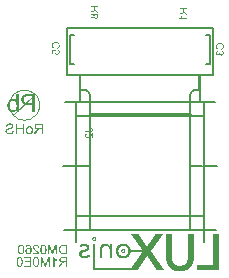
<source format=gbo>
G04*
G04 #@! TF.GenerationSoftware,Altium Limited,Altium Designer,22.7.1 (60)*
G04*
G04 Layer_Color=32896*
%FSLAX44Y44*%
%MOMM*%
G71*
G04*
G04 #@! TF.SameCoordinates,C5309086-A274-4426-B6F9-96ACF7C2936D*
G04*
G04*
G04 #@! TF.FilePolarity,Positive*
G04*
G01*
G75*
%ADD11C,0.2500*%
%ADD12C,0.2000*%
%ADD73C,0.1080*%
G36*
X-38465Y-60177D02*
X-38137D01*
Y-60217D01*
X-38014D01*
Y-60258D01*
X-37891D01*
Y-60300D01*
X-37768D01*
Y-60340D01*
X-37686D01*
Y-60381D01*
X-37645D01*
Y-60423D01*
X-37563D01*
Y-60463D01*
X-37522D01*
Y-60504D01*
X-37440D01*
Y-60546D01*
X-37399D01*
Y-60587D01*
X-37358D01*
Y-60627D01*
X-37317D01*
Y-60668D01*
X-37276D01*
Y-60710D01*
X-37235D01*
Y-60750D01*
X-37194D01*
Y-60791D01*
Y-60832D01*
X-37153D01*
Y-60873D01*
X-37112D01*
Y-60914D01*
Y-60956D01*
X-37071D01*
Y-60996D01*
Y-61037D01*
X-37030D01*
Y-61078D01*
Y-61119D01*
X-36989D01*
Y-61160D01*
Y-61201D01*
X-36948D01*
Y-61242D01*
Y-61283D01*
Y-61324D01*
X-36907D01*
Y-61365D01*
Y-61406D01*
Y-61447D01*
Y-61488D01*
Y-61529D01*
X-36866D01*
Y-61570D01*
Y-61611D01*
Y-61652D01*
Y-61693D01*
Y-61734D01*
Y-61775D01*
Y-61816D01*
Y-61857D01*
Y-61898D01*
Y-61939D01*
Y-61980D01*
Y-62021D01*
Y-62062D01*
Y-62103D01*
Y-62144D01*
X-36907D01*
Y-62185D01*
Y-62226D01*
Y-62267D01*
Y-62308D01*
Y-62349D01*
X-36948D01*
Y-62390D01*
Y-62431D01*
Y-62472D01*
X-36989D01*
Y-62513D01*
Y-62554D01*
X-37030D01*
Y-62595D01*
Y-62636D01*
X-37071D01*
Y-62677D01*
Y-62718D01*
X-37112D01*
Y-62759D01*
Y-62800D01*
X-37153D01*
Y-62841D01*
X-37194D01*
Y-62882D01*
Y-62923D01*
X-37235D01*
Y-62964D01*
X-37276D01*
Y-63005D01*
X-37317D01*
Y-63046D01*
X-37358D01*
Y-63087D01*
X-37399D01*
Y-63128D01*
X-37440D01*
Y-63169D01*
X-37522D01*
Y-63210D01*
X-37563D01*
Y-63251D01*
X-37645D01*
Y-63292D01*
X-37686D01*
Y-63333D01*
X-37768D01*
Y-63374D01*
X-37891D01*
Y-63415D01*
X-37973D01*
Y-63456D01*
X-38137D01*
Y-63497D01*
X-38424D01*
Y-63538D01*
X-38711D01*
Y-63497D01*
X-38998D01*
Y-63456D01*
X-39162D01*
Y-63415D01*
X-39285D01*
Y-63374D01*
X-39367D01*
Y-63333D01*
X-39449D01*
Y-63292D01*
X-39531D01*
Y-63251D01*
X-39572D01*
Y-63210D01*
X-39654D01*
Y-63169D01*
X-39695D01*
Y-63128D01*
X-39736D01*
Y-63087D01*
X-39777D01*
Y-63046D01*
X-39818D01*
Y-63005D01*
X-39859D01*
Y-62964D01*
X-39900D01*
Y-62923D01*
X-39941D01*
Y-62882D01*
X-39982D01*
Y-62841D01*
Y-62800D01*
X-40023D01*
Y-62759D01*
X-40064D01*
Y-62718D01*
Y-62677D01*
X-40105D01*
Y-62636D01*
Y-62595D01*
X-40146D01*
Y-62554D01*
Y-62513D01*
X-40187D01*
Y-62472D01*
Y-62431D01*
Y-62390D01*
X-40228D01*
Y-62349D01*
Y-62308D01*
Y-62267D01*
Y-62226D01*
X-40269D01*
Y-62185D01*
Y-62144D01*
Y-62103D01*
Y-62062D01*
Y-62021D01*
Y-61980D01*
Y-61939D01*
Y-61898D01*
Y-61857D01*
Y-61816D01*
Y-61775D01*
Y-61734D01*
Y-61693D01*
Y-61652D01*
Y-61611D01*
Y-61570D01*
Y-61529D01*
Y-61488D01*
Y-61447D01*
X-40228D01*
Y-61406D01*
Y-61365D01*
Y-61324D01*
Y-61283D01*
X-40187D01*
Y-61242D01*
Y-61201D01*
Y-61160D01*
X-40146D01*
Y-61119D01*
Y-61078D01*
X-40105D01*
Y-61037D01*
Y-60996D01*
X-40064D01*
Y-60956D01*
Y-60914D01*
X-40023D01*
Y-60873D01*
X-39982D01*
Y-60832D01*
Y-60791D01*
X-39941D01*
Y-60750D01*
X-39900D01*
Y-60710D01*
X-39859D01*
Y-60668D01*
X-39818D01*
Y-60627D01*
X-39777D01*
Y-60587D01*
X-39736D01*
Y-60546D01*
X-39695D01*
Y-60504D01*
X-39654D01*
Y-60463D01*
X-39572D01*
Y-60423D01*
X-39531D01*
Y-60381D01*
X-39449D01*
Y-60340D01*
X-39367D01*
Y-60300D01*
X-39285D01*
Y-60258D01*
X-39162D01*
Y-60217D01*
X-38998D01*
Y-60177D01*
X-38670D01*
Y-60135D01*
X-38465D01*
Y-60177D01*
D02*
G37*
G36*
X19916Y-57389D02*
Y-57430D01*
X19875D01*
Y-57471D01*
X19834D01*
Y-57512D01*
X19793D01*
Y-57553D01*
Y-57594D01*
X19752D01*
Y-57635D01*
X19711D01*
Y-57676D01*
Y-57717D01*
X19670D01*
Y-57758D01*
X19629D01*
Y-57799D01*
Y-57840D01*
X19588D01*
Y-57881D01*
X19547D01*
Y-57922D01*
X19506D01*
Y-57962D01*
Y-58004D01*
X19465D01*
Y-58045D01*
X19424D01*
Y-58086D01*
Y-58127D01*
X19383D01*
Y-58168D01*
X19342D01*
Y-58208D01*
X19301D01*
Y-58250D01*
Y-58291D01*
X19260D01*
Y-58331D01*
X19219D01*
Y-58373D01*
Y-58414D01*
X19178D01*
Y-58454D01*
X19137D01*
Y-58496D01*
X19096D01*
Y-58537D01*
Y-58577D01*
X19055D01*
Y-58618D01*
X19014D01*
Y-58660D01*
Y-58700D01*
X18973D01*
Y-58741D01*
X18932D01*
Y-58783D01*
X18891D01*
Y-58823D01*
Y-58864D01*
X18850D01*
Y-58906D01*
X18809D01*
Y-58946D01*
Y-58987D01*
X18768D01*
Y-59029D01*
X18727D01*
Y-59069D01*
X18686D01*
Y-59110D01*
Y-59152D01*
X18645D01*
Y-59193D01*
X18604D01*
Y-59233D01*
Y-59275D01*
X18563D01*
Y-59316D01*
X18522D01*
Y-59356D01*
Y-59398D01*
X18481D01*
Y-59439D01*
X18440D01*
Y-59479D01*
X18399D01*
Y-59521D01*
Y-59562D01*
X18358D01*
Y-59602D01*
X18317D01*
Y-59644D01*
Y-59685D01*
X18276D01*
Y-59725D01*
X18235D01*
Y-59767D01*
X18194D01*
Y-59808D01*
Y-59848D01*
X18153D01*
Y-59889D01*
X18112D01*
Y-59931D01*
Y-59971D01*
X18071D01*
Y-60012D01*
X18030D01*
Y-60054D01*
X17989D01*
Y-60094D01*
Y-60135D01*
X17948D01*
Y-60177D01*
X17907D01*
Y-60217D01*
Y-60258D01*
X17866D01*
Y-60300D01*
X17825D01*
Y-60340D01*
X17784D01*
Y-60381D01*
Y-60423D01*
X17743D01*
Y-60463D01*
X17702D01*
Y-60504D01*
Y-60546D01*
X17661D01*
Y-60587D01*
X17620D01*
Y-60627D01*
X17579D01*
Y-60668D01*
Y-60710D01*
X17538D01*
Y-60750D01*
X17497D01*
Y-60791D01*
Y-60832D01*
X17456D01*
Y-60873D01*
X17415D01*
Y-60914D01*
Y-60956D01*
X17374D01*
Y-60996D01*
X17333D01*
Y-61037D01*
X17292D01*
Y-61078D01*
Y-61119D01*
X17251D01*
Y-61160D01*
X17210D01*
Y-61201D01*
Y-61242D01*
X17169D01*
Y-61283D01*
X17128D01*
Y-61324D01*
X17087D01*
Y-61365D01*
Y-61406D01*
X17046D01*
Y-61447D01*
X17005D01*
Y-61488D01*
Y-61529D01*
X16964D01*
Y-61570D01*
X16923D01*
Y-61611D01*
X16882D01*
Y-61652D01*
Y-61693D01*
X16841D01*
Y-61734D01*
X16800D01*
Y-61775D01*
Y-61816D01*
X16759D01*
Y-61857D01*
X16718D01*
Y-61898D01*
X16677D01*
Y-61939D01*
Y-61980D01*
X16636D01*
Y-62021D01*
X16595D01*
Y-62062D01*
Y-62103D01*
X16554D01*
Y-62144D01*
X16513D01*
Y-62185D01*
X16472D01*
Y-62226D01*
Y-62267D01*
X16431D01*
Y-62308D01*
X16390D01*
Y-62349D01*
Y-62390D01*
X16349D01*
Y-62431D01*
X16308D01*
Y-62472D01*
Y-62513D01*
X16267D01*
Y-62554D01*
X16226D01*
Y-62595D01*
X16185D01*
Y-62636D01*
Y-62677D01*
X16144D01*
Y-62718D01*
X16103D01*
Y-62759D01*
Y-62800D01*
X16062D01*
Y-62841D01*
X16021D01*
Y-62882D01*
X15980D01*
Y-62923D01*
Y-62964D01*
X15939D01*
Y-63005D01*
X15898D01*
Y-63046D01*
Y-63087D01*
X15857D01*
Y-63128D01*
X15816D01*
Y-63169D01*
X15775D01*
Y-63210D01*
Y-63251D01*
X15734D01*
Y-63292D01*
X15693D01*
Y-63333D01*
Y-63374D01*
X15652D01*
Y-63415D01*
X15611D01*
Y-63456D01*
X15570D01*
Y-63497D01*
Y-63538D01*
X15530D01*
Y-63579D01*
X15488D01*
Y-63620D01*
Y-63661D01*
X15447D01*
Y-63702D01*
X15406D01*
Y-63743D01*
X15366D01*
Y-63784D01*
Y-63825D01*
X15324D01*
Y-63866D01*
X15283D01*
Y-63907D01*
Y-63948D01*
X15242D01*
Y-63989D01*
X15201D01*
Y-64030D01*
X15160D01*
Y-64071D01*
Y-64112D01*
X15120D01*
Y-64153D01*
X15079D01*
Y-64194D01*
Y-64235D01*
X15037D01*
Y-64276D01*
X14997D01*
Y-64317D01*
Y-64358D01*
X14956D01*
Y-64399D01*
X14914D01*
Y-64440D01*
X14873D01*
Y-64481D01*
Y-64522D01*
X14833D01*
Y-64563D01*
X14792D01*
Y-64604D01*
Y-64645D01*
X14750D01*
Y-64686D01*
X14710D01*
Y-64727D01*
X14668D01*
Y-64768D01*
Y-64809D01*
X14627D01*
Y-64850D01*
X14586D01*
Y-64891D01*
Y-64932D01*
X14546D01*
Y-64973D01*
X14504D01*
Y-65014D01*
X14463D01*
Y-65055D01*
Y-65096D01*
X14423D01*
Y-65137D01*
X14382D01*
Y-65178D01*
Y-65219D01*
X14340D01*
Y-65260D01*
X14299D01*
Y-65301D01*
X14259D01*
Y-65342D01*
Y-65383D01*
X14217D01*
Y-65424D01*
X14176D01*
Y-65465D01*
Y-65506D01*
X14136D01*
Y-65547D01*
X14095D01*
Y-65588D01*
X14053D01*
Y-65629D01*
Y-65670D01*
X14013D01*
Y-65711D01*
X13972D01*
Y-65752D01*
Y-65793D01*
X13930D01*
Y-65834D01*
X13889D01*
Y-65875D01*
Y-65916D01*
X13849D01*
Y-65957D01*
X13807D01*
Y-65998D01*
X13766D01*
Y-66039D01*
Y-66080D01*
X13726D01*
Y-66121D01*
X13685D01*
Y-66162D01*
Y-66203D01*
X13643D01*
Y-66244D01*
X13602D01*
Y-66285D01*
X13562D01*
Y-66326D01*
Y-66367D01*
X13520D01*
Y-66408D01*
X13479D01*
Y-66449D01*
Y-66490D01*
X13439D01*
Y-66531D01*
X13398D01*
Y-66572D01*
X13356D01*
Y-66613D01*
Y-66654D01*
X13316D01*
Y-66695D01*
X13275D01*
Y-66736D01*
Y-66777D01*
X13233D01*
Y-66818D01*
X13192D01*
Y-66859D01*
X13152D01*
Y-66900D01*
Y-66941D01*
X13111D01*
Y-66982D01*
X13070D01*
Y-67023D01*
Y-67064D01*
X13029D01*
Y-67105D01*
X12988D01*
Y-67146D01*
X12947D01*
Y-67187D01*
Y-67228D01*
X12906D01*
Y-67269D01*
X12865D01*
Y-67310D01*
Y-67351D01*
X12823D01*
Y-67392D01*
X12782D01*
Y-67433D01*
Y-67474D01*
X12742D01*
Y-67515D01*
X12701D01*
Y-67556D01*
X12660D01*
Y-67597D01*
Y-67638D01*
X12618D01*
Y-67679D01*
X12578D01*
Y-67720D01*
Y-67761D01*
X12537D01*
Y-67802D01*
X12496D01*
Y-67843D01*
X12455D01*
Y-67884D01*
Y-67925D01*
X12414D01*
Y-67966D01*
X12372D01*
Y-68007D01*
Y-68048D01*
X12332D01*
Y-68089D01*
X12291D01*
Y-68130D01*
X12250D01*
Y-68171D01*
Y-68212D01*
X12209D01*
Y-68253D01*
X12168D01*
Y-68294D01*
Y-68335D01*
X12127D01*
Y-68376D01*
X12086D01*
Y-68417D01*
X12045D01*
Y-68458D01*
Y-68499D01*
X12004D01*
Y-68540D01*
X11963D01*
Y-68581D01*
Y-68622D01*
X11922D01*
Y-68663D01*
X11881D01*
Y-68704D01*
X11840D01*
Y-68745D01*
Y-68786D01*
X11799D01*
Y-68827D01*
X11758D01*
Y-68868D01*
Y-68909D01*
X11717D01*
Y-68950D01*
X11676D01*
Y-68991D01*
Y-69032D01*
X11635D01*
Y-69073D01*
X11594D01*
Y-69114D01*
X11553D01*
Y-69155D01*
Y-69196D01*
X11512D01*
Y-69237D01*
X11471D01*
Y-69278D01*
Y-69319D01*
X11430D01*
Y-69360D01*
X11389D01*
Y-69401D01*
X11348D01*
Y-69442D01*
Y-69483D01*
X11307D01*
Y-69524D01*
X11266D01*
Y-69565D01*
Y-69606D01*
X11225D01*
Y-69647D01*
X11184D01*
Y-69688D01*
X11143D01*
Y-69729D01*
Y-69770D01*
X11102D01*
Y-69811D01*
X11061D01*
Y-69852D01*
Y-69893D01*
X11020D01*
Y-69934D01*
X10979D01*
Y-69975D01*
X10938D01*
Y-70016D01*
Y-70057D01*
X10897D01*
Y-70098D01*
X10856D01*
Y-70139D01*
Y-70180D01*
X10815D01*
Y-70221D01*
X10774D01*
Y-70262D01*
X10733D01*
Y-70303D01*
Y-70344D01*
X10692D01*
Y-70385D01*
X10651D01*
Y-70426D01*
Y-70467D01*
X10610D01*
Y-70508D01*
X10569D01*
Y-70549D01*
X10528D01*
Y-70590D01*
Y-70631D01*
X10487D01*
Y-70672D01*
X10446D01*
Y-70713D01*
Y-70754D01*
X10405D01*
Y-70795D01*
X10364D01*
Y-70836D01*
Y-70877D01*
X10323D01*
Y-70918D01*
X10282D01*
Y-70959D01*
X10241D01*
Y-71000D01*
Y-71041D01*
X10200D01*
Y-71082D01*
X10159D01*
Y-71123D01*
Y-71164D01*
X10118D01*
Y-71205D01*
X10077D01*
Y-71246D01*
X10036D01*
Y-71287D01*
Y-71328D01*
X9995D01*
Y-71369D01*
X9954D01*
Y-71410D01*
Y-71451D01*
X9913D01*
Y-71492D01*
X9872D01*
Y-71533D01*
X9831D01*
Y-71574D01*
Y-71615D01*
X9790D01*
Y-71656D01*
X9749D01*
Y-71697D01*
Y-71738D01*
X9708D01*
Y-71779D01*
X9667D01*
Y-71820D01*
X9626D01*
Y-71861D01*
Y-71902D01*
X9585D01*
Y-71943D01*
X9544D01*
Y-71984D01*
Y-72025D01*
X9503D01*
Y-72066D01*
X9462D01*
Y-72107D01*
Y-72148D01*
X9503D01*
Y-72189D01*
X9544D01*
Y-72230D01*
Y-72271D01*
X9585D01*
Y-72312D01*
X9626D01*
Y-72353D01*
Y-72394D01*
X9667D01*
Y-72435D01*
X9708D01*
Y-72476D01*
Y-72517D01*
X9749D01*
Y-72558D01*
X9790D01*
Y-72599D01*
Y-72640D01*
X9831D01*
Y-72681D01*
X9872D01*
Y-72722D01*
Y-72763D01*
X9913D01*
Y-72804D01*
X9954D01*
Y-72845D01*
X9995D01*
Y-72886D01*
Y-72927D01*
X10036D01*
Y-72968D01*
X10077D01*
Y-73009D01*
Y-73050D01*
X10118D01*
Y-73091D01*
X10159D01*
Y-73132D01*
Y-73173D01*
X10200D01*
Y-73214D01*
X10241D01*
Y-73255D01*
Y-73296D01*
X10282D01*
Y-73337D01*
X10323D01*
Y-73378D01*
X10364D01*
Y-73419D01*
Y-73460D01*
X10405D01*
Y-73501D01*
X10446D01*
Y-73542D01*
Y-73583D01*
X10487D01*
Y-73624D01*
X10528D01*
Y-73665D01*
Y-73706D01*
X10569D01*
Y-73747D01*
X10610D01*
Y-73788D01*
Y-73829D01*
X10651D01*
Y-73870D01*
X10692D01*
Y-73911D01*
X10733D01*
Y-73952D01*
Y-73993D01*
X10774D01*
Y-74034D01*
X10815D01*
Y-74075D01*
Y-74116D01*
X10856D01*
Y-74157D01*
X10897D01*
Y-74198D01*
Y-74239D01*
X10938D01*
Y-74280D01*
X10979D01*
Y-74321D01*
Y-74362D01*
X11020D01*
Y-74403D01*
X11061D01*
Y-74444D01*
X11102D01*
Y-74485D01*
Y-74526D01*
X11143D01*
Y-74567D01*
X11184D01*
Y-74608D01*
Y-74649D01*
X11225D01*
Y-74690D01*
X11266D01*
Y-74731D01*
Y-74772D01*
X11307D01*
Y-74813D01*
X11348D01*
Y-74854D01*
Y-74895D01*
X11389D01*
Y-74936D01*
X11430D01*
Y-74977D01*
X11471D01*
Y-75018D01*
Y-75059D01*
X11512D01*
Y-75100D01*
X11553D01*
Y-75141D01*
Y-75182D01*
X11594D01*
Y-75223D01*
X11635D01*
Y-75264D01*
Y-75305D01*
X11676D01*
Y-75346D01*
X11717D01*
Y-75387D01*
Y-75428D01*
X11758D01*
Y-75469D01*
X11799D01*
Y-75510D01*
X11840D01*
Y-75551D01*
Y-75592D01*
X11881D01*
Y-75633D01*
X11922D01*
Y-75674D01*
Y-75715D01*
X11963D01*
Y-75756D01*
X12004D01*
Y-75797D01*
Y-75838D01*
X12045D01*
Y-75879D01*
X12086D01*
Y-75920D01*
Y-75961D01*
X12127D01*
Y-76002D01*
X12168D01*
Y-76043D01*
X12209D01*
Y-76084D01*
Y-76125D01*
X12250D01*
Y-76166D01*
X12291D01*
Y-76207D01*
Y-76248D01*
X12332D01*
Y-76289D01*
X12372D01*
Y-76330D01*
Y-76371D01*
X12414D01*
Y-76412D01*
X12455D01*
Y-76453D01*
Y-76494D01*
X12496D01*
Y-76535D01*
X12537D01*
Y-76576D01*
X12578D01*
Y-76617D01*
Y-76658D01*
X12618D01*
Y-76699D01*
X12660D01*
Y-76740D01*
Y-76781D01*
X12701D01*
Y-76822D01*
X12742D01*
Y-76863D01*
Y-76904D01*
X12782D01*
Y-76945D01*
X12823D01*
Y-76986D01*
Y-77027D01*
X12865D01*
Y-77068D01*
X12906D01*
Y-77109D01*
X12947D01*
Y-77150D01*
Y-77191D01*
X12988D01*
Y-77232D01*
X13029D01*
Y-77273D01*
Y-77314D01*
X13070D01*
Y-77355D01*
X13111D01*
Y-77396D01*
Y-77437D01*
X13152D01*
Y-77478D01*
X13192D01*
Y-77519D01*
Y-77560D01*
X13233D01*
Y-77601D01*
X13275D01*
Y-77642D01*
Y-77683D01*
X13316D01*
Y-77724D01*
X13356D01*
Y-77765D01*
X13398D01*
Y-77806D01*
Y-77847D01*
X13439D01*
Y-77888D01*
X13479D01*
Y-77929D01*
Y-77970D01*
X13520D01*
Y-78011D01*
X13562D01*
Y-78052D01*
Y-78093D01*
X13602D01*
Y-78134D01*
X13643D01*
Y-78175D01*
Y-78216D01*
X13685D01*
Y-78257D01*
X13726D01*
Y-78298D01*
X13766D01*
Y-78339D01*
Y-78380D01*
X13807D01*
Y-78421D01*
X13849D01*
Y-78462D01*
Y-78503D01*
X13889D01*
Y-78544D01*
X13930D01*
Y-78585D01*
Y-78626D01*
X13972D01*
Y-78667D01*
X14013D01*
Y-78708D01*
Y-78749D01*
X14053D01*
Y-78790D01*
X14095D01*
Y-78831D01*
X14136D01*
Y-78872D01*
Y-78913D01*
X14176D01*
Y-78954D01*
X14217D01*
Y-78995D01*
Y-79036D01*
X14259D01*
Y-79077D01*
X14299D01*
Y-79118D01*
Y-79159D01*
X14340D01*
Y-79200D01*
X14382D01*
Y-79241D01*
Y-79282D01*
X14423D01*
Y-79323D01*
X14463D01*
Y-79364D01*
X14504D01*
Y-79405D01*
Y-79446D01*
X14546D01*
Y-79487D01*
X14586D01*
Y-79528D01*
Y-79569D01*
X14627D01*
Y-79610D01*
X14668D01*
Y-79651D01*
Y-79692D01*
X14710D01*
Y-79733D01*
X14750D01*
Y-79774D01*
Y-79815D01*
X14792D01*
Y-79856D01*
X14833D01*
Y-79897D01*
X14873D01*
Y-79938D01*
Y-79979D01*
X14914D01*
Y-80020D01*
X14956D01*
Y-80061D01*
Y-80102D01*
X14997D01*
Y-80143D01*
X15037D01*
Y-80184D01*
Y-80225D01*
X15079D01*
Y-80266D01*
X15120D01*
Y-80307D01*
Y-80348D01*
X15160D01*
Y-80389D01*
X15201D01*
Y-80430D01*
X15242D01*
Y-80471D01*
Y-80512D01*
X15283D01*
Y-80553D01*
X15324D01*
Y-80594D01*
Y-80635D01*
X15366D01*
Y-80676D01*
X15406D01*
Y-80717D01*
Y-80758D01*
X15447D01*
Y-80799D01*
X15488D01*
Y-80840D01*
Y-80881D01*
X15530D01*
Y-80922D01*
X15570D01*
Y-80963D01*
X15611D01*
Y-81004D01*
Y-81045D01*
X15652D01*
Y-81086D01*
X15693D01*
Y-81127D01*
Y-81168D01*
X15734D01*
Y-81209D01*
X15775D01*
Y-81250D01*
Y-81291D01*
X15816D01*
Y-81332D01*
X15857D01*
Y-81373D01*
Y-81414D01*
X15898D01*
Y-81455D01*
X15939D01*
Y-81496D01*
X15980D01*
Y-81537D01*
Y-81578D01*
X16021D01*
Y-81619D01*
X16062D01*
Y-81660D01*
Y-81701D01*
X16103D01*
Y-81742D01*
X16144D01*
Y-81783D01*
Y-81824D01*
X16185D01*
Y-81865D01*
X16226D01*
Y-81905D01*
Y-81946D01*
X16267D01*
Y-81988D01*
X16308D01*
Y-82029D01*
Y-82070D01*
X16349D01*
Y-82111D01*
X16390D01*
Y-82152D01*
X16431D01*
Y-82192D01*
Y-82233D01*
X16472D01*
Y-82275D01*
X16513D01*
Y-82316D01*
Y-82357D01*
X16554D01*
Y-82397D01*
X16595D01*
Y-82438D01*
Y-82479D01*
X16636D01*
Y-82521D01*
X16677D01*
Y-82562D01*
Y-82603D01*
X16718D01*
Y-82643D01*
X16759D01*
Y-82684D01*
X16800D01*
Y-82725D01*
Y-82767D01*
X16841D01*
Y-82808D01*
X16882D01*
Y-82849D01*
Y-82889D01*
X16923D01*
Y-82930D01*
X16964D01*
Y-82971D01*
Y-83013D01*
X17005D01*
Y-83054D01*
X17046D01*
Y-83095D01*
Y-83135D01*
X17087D01*
Y-83176D01*
X17128D01*
Y-83217D01*
X17169D01*
Y-83258D01*
Y-83300D01*
X17210D01*
Y-83341D01*
X17251D01*
Y-83382D01*
Y-83422D01*
X17292D01*
Y-83463D01*
X17333D01*
Y-83504D01*
Y-83546D01*
X17374D01*
Y-83587D01*
X17415D01*
Y-83628D01*
Y-83668D01*
X17456D01*
Y-83709D01*
X17497D01*
Y-83750D01*
X17538D01*
Y-83792D01*
Y-83833D01*
X17579D01*
Y-83874D01*
X17620D01*
Y-83914D01*
Y-83955D01*
X17661D01*
Y-83996D01*
X17702D01*
Y-84037D01*
Y-84079D01*
X17743D01*
Y-84119D01*
X17784D01*
Y-84160D01*
Y-84201D01*
X17825D01*
Y-84242D01*
X17866D01*
Y-84284D01*
X17907D01*
Y-84324D01*
Y-84365D01*
X17948D01*
Y-84406D01*
X17989D01*
Y-84447D01*
Y-84488D01*
X18030D01*
Y-84529D01*
X18071D01*
Y-84570D01*
Y-84611D01*
X18112D01*
Y-84652D01*
X18153D01*
Y-84693D01*
Y-84734D01*
X18194D01*
Y-84775D01*
X18235D01*
Y-84816D01*
X18276D01*
Y-84857D01*
Y-84898D01*
X18317D01*
Y-84939D01*
X18358D01*
Y-84980D01*
Y-85021D01*
X18399D01*
Y-85062D01*
X18440D01*
Y-85103D01*
Y-85144D01*
X18481D01*
Y-85185D01*
X18522D01*
Y-85226D01*
Y-85267D01*
X18563D01*
Y-85308D01*
X18604D01*
Y-85349D01*
X18645D01*
Y-85390D01*
Y-85431D01*
X18686D01*
Y-85472D01*
X18727D01*
Y-85513D01*
Y-85554D01*
X18768D01*
Y-85595D01*
X18809D01*
Y-85636D01*
Y-85677D01*
X18850D01*
Y-85718D01*
X18891D01*
Y-85759D01*
Y-85800D01*
X18932D01*
Y-85841D01*
X18973D01*
Y-85882D01*
X19014D01*
Y-85923D01*
Y-85964D01*
X19055D01*
Y-86005D01*
X19096D01*
Y-86046D01*
Y-86087D01*
X19137D01*
Y-86128D01*
X19178D01*
Y-86169D01*
Y-86210D01*
X19219D01*
Y-86251D01*
X19260D01*
Y-86292D01*
Y-86333D01*
X19301D01*
Y-86374D01*
X19342D01*
Y-86415D01*
X19383D01*
Y-86456D01*
Y-86497D01*
X19424D01*
Y-86538D01*
X19465D01*
Y-86579D01*
Y-86620D01*
X19506D01*
Y-86661D01*
X19547D01*
Y-86702D01*
Y-86743D01*
X19588D01*
Y-86784D01*
X19629D01*
Y-86825D01*
Y-86866D01*
X19670D01*
Y-86907D01*
X19711D01*
Y-86948D01*
Y-86989D01*
X19752D01*
Y-87030D01*
X19793D01*
Y-87071D01*
X19834D01*
Y-87112D01*
Y-87153D01*
X19875D01*
Y-87194D01*
X19916D01*
Y-87235D01*
Y-87276D01*
X19957D01*
Y-87317D01*
X19998D01*
Y-87358D01*
Y-87399D01*
X20039D01*
Y-87440D01*
X20080D01*
Y-87481D01*
Y-87522D01*
X20121D01*
Y-87563D01*
X20162D01*
Y-87604D01*
X20203D01*
Y-87645D01*
Y-87686D01*
X20244D01*
Y-87727D01*
X20285D01*
Y-87768D01*
Y-87809D01*
X20326D01*
Y-87850D01*
X20367D01*
Y-87891D01*
Y-87932D01*
X20408D01*
Y-87973D01*
X20449D01*
Y-88014D01*
Y-88055D01*
X20490D01*
Y-88096D01*
X20531D01*
Y-88137D01*
X20572D01*
Y-88178D01*
Y-88219D01*
X20613D01*
Y-88260D01*
X20654D01*
Y-88301D01*
Y-88342D01*
X20695D01*
Y-88383D01*
X20736D01*
Y-88424D01*
X14586D01*
Y-88383D01*
X14546D01*
Y-88342D01*
X14504D01*
Y-88301D01*
Y-88260D01*
X14463D01*
Y-88219D01*
X14423D01*
Y-88178D01*
Y-88137D01*
X14382D01*
Y-88096D01*
X14340D01*
Y-88055D01*
Y-88014D01*
X14299D01*
Y-87973D01*
X14259D01*
Y-87932D01*
Y-87891D01*
X14217D01*
Y-87850D01*
X14176D01*
Y-87809D01*
Y-87768D01*
X14136D01*
Y-87727D01*
X14095D01*
Y-87686D01*
Y-87645D01*
X14053D01*
Y-87604D01*
X14013D01*
Y-87563D01*
Y-87522D01*
X13972D01*
Y-87481D01*
X13930D01*
Y-87440D01*
Y-87399D01*
X13889D01*
Y-87358D01*
X13849D01*
Y-87317D01*
Y-87276D01*
X13807D01*
Y-87235D01*
X13766D01*
Y-87194D01*
Y-87153D01*
X13726D01*
Y-87112D01*
X13685D01*
Y-87071D01*
Y-87030D01*
X13643D01*
Y-86989D01*
X13602D01*
Y-86948D01*
Y-86907D01*
X13562D01*
Y-86866D01*
X13520D01*
Y-86825D01*
Y-86784D01*
X13479D01*
Y-86743D01*
X13439D01*
Y-86702D01*
Y-86661D01*
X13398D01*
Y-86620D01*
X13356D01*
Y-86579D01*
Y-86538D01*
X13316D01*
Y-86497D01*
X13275D01*
Y-86456D01*
Y-86415D01*
X13233D01*
Y-86374D01*
X13192D01*
Y-86333D01*
Y-86292D01*
X13152D01*
Y-86251D01*
X13111D01*
Y-86210D01*
Y-86169D01*
X13070D01*
Y-86128D01*
X13029D01*
Y-86087D01*
Y-86046D01*
X12988D01*
Y-86005D01*
X12947D01*
Y-85964D01*
X12906D01*
Y-85923D01*
Y-85882D01*
X12865D01*
Y-85841D01*
X12823D01*
Y-85800D01*
Y-85759D01*
X12782D01*
Y-85718D01*
X12742D01*
Y-85677D01*
Y-85636D01*
X12701D01*
Y-85595D01*
X12660D01*
Y-85554D01*
Y-85513D01*
X12618D01*
Y-85472D01*
X12578D01*
Y-85431D01*
Y-85390D01*
X12537D01*
Y-85349D01*
X12496D01*
Y-85308D01*
Y-85267D01*
X12455D01*
Y-85226D01*
X12414D01*
Y-85185D01*
Y-85144D01*
X12372D01*
Y-85103D01*
X12332D01*
Y-85062D01*
Y-85021D01*
X12291D01*
Y-84980D01*
X12250D01*
Y-84939D01*
Y-84898D01*
X12209D01*
Y-84857D01*
X12168D01*
Y-84816D01*
Y-84775D01*
X12127D01*
Y-84734D01*
X12086D01*
Y-84693D01*
Y-84652D01*
X12045D01*
Y-84611D01*
X12004D01*
Y-84570D01*
Y-84529D01*
X11963D01*
Y-84488D01*
X11922D01*
Y-84447D01*
Y-84406D01*
X11881D01*
Y-84365D01*
X11840D01*
Y-84324D01*
Y-84284D01*
X11799D01*
Y-84242D01*
X11758D01*
Y-84201D01*
Y-84160D01*
X11717D01*
Y-84119D01*
X11676D01*
Y-84079D01*
Y-84037D01*
X11635D01*
Y-83996D01*
X11594D01*
Y-83955D01*
Y-83914D01*
X11553D01*
Y-83874D01*
X11512D01*
Y-83833D01*
Y-83792D01*
X11471D01*
Y-83750D01*
X11430D01*
Y-83709D01*
Y-83668D01*
X11389D01*
Y-83628D01*
X11348D01*
Y-83587D01*
Y-83546D01*
X11307D01*
Y-83504D01*
X11266D01*
Y-83463D01*
Y-83422D01*
X11225D01*
Y-83382D01*
X11184D01*
Y-83341D01*
Y-83300D01*
X11143D01*
Y-83258D01*
X11102D01*
Y-83217D01*
X11061D01*
Y-83176D01*
Y-83135D01*
X11020D01*
Y-83095D01*
X10979D01*
Y-83054D01*
Y-83013D01*
X10938D01*
Y-82971D01*
X10897D01*
Y-82930D01*
Y-82889D01*
X10856D01*
Y-82849D01*
X10815D01*
Y-82808D01*
Y-82767D01*
X10774D01*
Y-82725D01*
X10733D01*
Y-82684D01*
Y-82643D01*
X10692D01*
Y-82603D01*
X10651D01*
Y-82562D01*
Y-82521D01*
X10610D01*
Y-82479D01*
X10569D01*
Y-82438D01*
Y-82397D01*
X10528D01*
Y-82357D01*
X10487D01*
Y-82316D01*
Y-82275D01*
X10446D01*
Y-82233D01*
X10405D01*
Y-82192D01*
Y-82152D01*
X10364D01*
Y-82111D01*
X10323D01*
Y-82070D01*
Y-82029D01*
X10282D01*
Y-81988D01*
X10241D01*
Y-81946D01*
Y-81905D01*
X10200D01*
Y-81865D01*
X10159D01*
Y-81824D01*
Y-81783D01*
X10118D01*
Y-81742D01*
X10077D01*
Y-81701D01*
Y-81660D01*
X10036D01*
Y-81619D01*
X9995D01*
Y-81578D01*
Y-81537D01*
X9954D01*
Y-81496D01*
X9913D01*
Y-81455D01*
Y-81414D01*
X9872D01*
Y-81373D01*
X9831D01*
Y-81332D01*
Y-81291D01*
X9790D01*
Y-81250D01*
X9749D01*
Y-81209D01*
Y-81168D01*
X9708D01*
Y-81127D01*
X9667D01*
Y-81086D01*
Y-81045D01*
X9626D01*
Y-81004D01*
X9585D01*
Y-80963D01*
Y-80922D01*
X9544D01*
Y-80881D01*
X9503D01*
Y-80840D01*
Y-80799D01*
X9462D01*
Y-80758D01*
X9421D01*
Y-80717D01*
Y-80676D01*
X9380D01*
Y-80635D01*
X9339D01*
Y-80594D01*
X9298D01*
Y-80553D01*
Y-80512D01*
X9257D01*
Y-80471D01*
X9216D01*
Y-80430D01*
Y-80389D01*
X9175D01*
Y-80348D01*
X9134D01*
Y-80307D01*
Y-80266D01*
X9093D01*
Y-80225D01*
X9052D01*
Y-80184D01*
Y-80143D01*
X9011D01*
Y-80102D01*
X8970D01*
Y-80061D01*
Y-80020D01*
X8929D01*
Y-79979D01*
X8888D01*
Y-79938D01*
Y-79897D01*
X8847D01*
Y-79856D01*
X8806D01*
Y-79815D01*
Y-79774D01*
X8765D01*
Y-79733D01*
X8724D01*
Y-79692D01*
Y-79651D01*
X8683D01*
Y-79610D01*
X8642D01*
Y-79569D01*
Y-79528D01*
X8601D01*
Y-79487D01*
X8560D01*
Y-79446D01*
Y-79405D01*
X8519D01*
Y-79364D01*
X8478D01*
Y-79323D01*
Y-79282D01*
X8437D01*
Y-79241D01*
X8396D01*
Y-79200D01*
Y-79159D01*
X8355D01*
Y-79118D01*
X8314D01*
Y-79077D01*
Y-79036D01*
X8273D01*
Y-78995D01*
X8232D01*
Y-78954D01*
Y-78913D01*
X8191D01*
Y-78872D01*
X8150D01*
Y-78831D01*
Y-78790D01*
X8109D01*
Y-78749D01*
X8068D01*
Y-78708D01*
Y-78667D01*
X8027D01*
Y-78626D01*
X7986D01*
Y-78585D01*
Y-78544D01*
X7945D01*
Y-78503D01*
X7904D01*
Y-78462D01*
Y-78421D01*
X7863D01*
Y-78380D01*
X7822D01*
Y-78339D01*
Y-78298D01*
X7781D01*
Y-78257D01*
X7740D01*
Y-78216D01*
Y-78175D01*
X7699D01*
Y-78134D01*
X7658D01*
Y-78093D01*
Y-78052D01*
X7617D01*
Y-78011D01*
X7576D01*
Y-77970D01*
X7535D01*
Y-77929D01*
Y-77888D01*
X7494D01*
Y-77847D01*
X7453D01*
Y-77806D01*
Y-77765D01*
X7412D01*
Y-77724D01*
X7371D01*
Y-77683D01*
Y-77642D01*
X7330D01*
Y-77601D01*
X7289D01*
Y-77560D01*
Y-77519D01*
X7248D01*
Y-77478D01*
X7207D01*
Y-77437D01*
Y-77396D01*
X7166D01*
Y-77355D01*
X7125D01*
Y-77314D01*
Y-77273D01*
X7084D01*
Y-77232D01*
X7043D01*
Y-77191D01*
Y-77150D01*
X7002D01*
Y-77109D01*
X6961D01*
Y-77068D01*
Y-77027D01*
X6920D01*
Y-76986D01*
X6879D01*
Y-76945D01*
Y-76904D01*
X6838D01*
Y-76863D01*
X6797D01*
Y-76822D01*
Y-76781D01*
X6756D01*
Y-76740D01*
X6715D01*
Y-76699D01*
Y-76658D01*
X6674D01*
Y-76617D01*
X6633D01*
Y-76576D01*
Y-76535D01*
X6592D01*
Y-76494D01*
X6551D01*
Y-76453D01*
Y-76412D01*
X6510D01*
Y-76371D01*
X6469D01*
Y-76330D01*
Y-76289D01*
X6428D01*
Y-76248D01*
X6387D01*
Y-76207D01*
Y-76166D01*
X6346D01*
Y-76125D01*
X6305D01*
Y-76084D01*
Y-76043D01*
X6264D01*
Y-76002D01*
X6223D01*
Y-75961D01*
Y-75920D01*
X6141D01*
Y-75961D01*
Y-76002D01*
X6100D01*
Y-76043D01*
X6059D01*
Y-76084D01*
X6018D01*
Y-76125D01*
Y-76166D01*
X5977D01*
Y-76207D01*
X5936D01*
Y-76248D01*
Y-76289D01*
X5895D01*
Y-76330D01*
X5854D01*
Y-76371D01*
Y-76412D01*
X5813D01*
Y-76453D01*
X5772D01*
Y-76494D01*
Y-76535D01*
X5731D01*
Y-76576D01*
X5690D01*
Y-76617D01*
Y-76658D01*
X5649D01*
Y-76699D01*
X5608D01*
Y-76740D01*
Y-76781D01*
X5567D01*
Y-76822D01*
X5526D01*
Y-76863D01*
Y-76904D01*
X5485D01*
Y-76945D01*
X5444D01*
Y-76986D01*
Y-77027D01*
X5403D01*
Y-77068D01*
X5362D01*
Y-77109D01*
Y-77150D01*
X5321D01*
Y-77191D01*
X5280D01*
Y-77232D01*
Y-77273D01*
X5239D01*
Y-77314D01*
X5198D01*
Y-77355D01*
Y-77396D01*
X5157D01*
Y-77437D01*
X5116D01*
Y-77478D01*
Y-77519D01*
X5075D01*
Y-77560D01*
X5034D01*
Y-77601D01*
Y-77642D01*
X4993D01*
Y-77683D01*
X4952D01*
Y-77724D01*
Y-77765D01*
X4911D01*
Y-77806D01*
X4870D01*
Y-77847D01*
Y-77888D01*
X4829D01*
Y-77929D01*
X4788D01*
Y-77970D01*
Y-78011D01*
X4747D01*
Y-78052D01*
X4706D01*
Y-78093D01*
Y-78134D01*
X4665D01*
Y-78175D01*
X4624D01*
Y-78216D01*
Y-78257D01*
X4583D01*
Y-78298D01*
X4542D01*
Y-78339D01*
Y-78380D01*
X4501D01*
Y-78421D01*
X4460D01*
Y-78462D01*
Y-78503D01*
X4419D01*
Y-78544D01*
X4378D01*
Y-78585D01*
Y-78626D01*
X4337D01*
Y-78667D01*
X4296D01*
Y-78708D01*
Y-78749D01*
X4255D01*
Y-78790D01*
X4214D01*
Y-78831D01*
Y-78872D01*
X4173D01*
Y-78913D01*
X4132D01*
Y-78954D01*
Y-78995D01*
X4091D01*
Y-79036D01*
X4050D01*
Y-79077D01*
Y-79118D01*
X4009D01*
Y-79159D01*
X3968D01*
Y-79200D01*
Y-79241D01*
X3927D01*
Y-79282D01*
X3886D01*
Y-79323D01*
Y-79364D01*
X3845D01*
Y-79405D01*
X3804D01*
Y-79446D01*
Y-79487D01*
X3763D01*
Y-79528D01*
X3722D01*
Y-79569D01*
Y-79610D01*
X3681D01*
Y-79651D01*
X3640D01*
Y-79692D01*
Y-79733D01*
X3599D01*
Y-79774D01*
X3558D01*
Y-79815D01*
Y-79856D01*
X3517D01*
Y-79897D01*
X3476D01*
Y-79938D01*
Y-79979D01*
X3435D01*
Y-80020D01*
X3394D01*
Y-80061D01*
Y-80102D01*
X3353D01*
Y-80143D01*
X3312D01*
Y-80184D01*
Y-80225D01*
X3271D01*
Y-80266D01*
X3230D01*
Y-80307D01*
Y-80348D01*
X3189D01*
Y-80389D01*
X3148D01*
Y-80430D01*
Y-80471D01*
X3107D01*
Y-80512D01*
X3066D01*
Y-80553D01*
Y-80594D01*
X3025D01*
Y-80635D01*
X2984D01*
Y-80676D01*
Y-80717D01*
X2943D01*
Y-80758D01*
X2902D01*
Y-80799D01*
Y-80840D01*
X2861D01*
Y-80881D01*
X2820D01*
Y-80922D01*
Y-80963D01*
X2779D01*
Y-81004D01*
X2738D01*
Y-81045D01*
Y-81086D01*
X2697D01*
Y-81127D01*
X2656D01*
Y-81168D01*
Y-81209D01*
X2615D01*
Y-81250D01*
X2574D01*
Y-81291D01*
Y-81332D01*
X2533D01*
Y-81373D01*
X2492D01*
Y-81414D01*
Y-81455D01*
X2451D01*
Y-81496D01*
X2410D01*
Y-81537D01*
Y-81578D01*
X2369D01*
Y-81619D01*
X2328D01*
Y-81660D01*
Y-81701D01*
X2287D01*
Y-81742D01*
X2246D01*
Y-81783D01*
Y-81824D01*
X2205D01*
Y-81865D01*
X2164D01*
Y-81905D01*
Y-81946D01*
X2123D01*
Y-81988D01*
X2082D01*
Y-82029D01*
Y-82070D01*
X2041D01*
Y-82111D01*
X2000D01*
Y-82152D01*
Y-82192D01*
X1959D01*
Y-82233D01*
X1918D01*
Y-82275D01*
Y-82316D01*
X1877D01*
Y-82357D01*
X1836D01*
Y-82397D01*
Y-82438D01*
X1795D01*
Y-82479D01*
X1754D01*
Y-82521D01*
Y-82562D01*
X1713D01*
Y-82603D01*
X1672D01*
Y-82643D01*
Y-82684D01*
X1631D01*
Y-82725D01*
X1590D01*
Y-82767D01*
Y-82808D01*
X1549D01*
Y-82849D01*
X1508D01*
Y-82889D01*
Y-82930D01*
X1467D01*
Y-82971D01*
X1426D01*
Y-83013D01*
Y-83054D01*
X1385D01*
Y-83095D01*
X1344D01*
Y-83135D01*
X1303D01*
Y-83176D01*
Y-83217D01*
X1262D01*
Y-83258D01*
X1221D01*
Y-83300D01*
Y-83341D01*
X1180D01*
Y-83382D01*
X1139D01*
Y-83422D01*
Y-83463D01*
X1098D01*
Y-83504D01*
X1057D01*
Y-83546D01*
Y-83587D01*
X1016D01*
Y-83628D01*
X975D01*
Y-83668D01*
Y-83709D01*
X934D01*
Y-83750D01*
X893D01*
Y-83792D01*
Y-83833D01*
X852D01*
Y-83874D01*
X811D01*
Y-83914D01*
Y-83955D01*
X770D01*
Y-83996D01*
X729D01*
Y-84037D01*
Y-84079D01*
X688D01*
Y-84119D01*
X647D01*
Y-84160D01*
Y-84201D01*
X606D01*
Y-84242D01*
X565D01*
Y-84284D01*
Y-84324D01*
X524D01*
Y-84365D01*
X483D01*
Y-84406D01*
Y-84447D01*
X442D01*
Y-84488D01*
X401D01*
Y-84529D01*
Y-84570D01*
X360D01*
Y-84611D01*
X319D01*
Y-84652D01*
Y-84693D01*
X278D01*
Y-84734D01*
X237D01*
Y-84775D01*
Y-84816D01*
X196D01*
Y-84857D01*
X155D01*
Y-84898D01*
Y-84939D01*
X114D01*
Y-84980D01*
X73D01*
Y-85021D01*
Y-85062D01*
X32D01*
Y-85103D01*
X-9D01*
Y-85144D01*
Y-85185D01*
X-50D01*
Y-85226D01*
X-91D01*
Y-85267D01*
Y-85308D01*
X-132D01*
Y-85349D01*
X-173D01*
Y-85390D01*
Y-85431D01*
X-214D01*
Y-85472D01*
X-255D01*
Y-85513D01*
Y-85554D01*
X-296D01*
Y-85595D01*
X-337D01*
Y-85636D01*
Y-85677D01*
X-378D01*
Y-85718D01*
X-419D01*
Y-85759D01*
Y-85800D01*
X-460D01*
Y-85841D01*
X-501D01*
Y-85882D01*
Y-85923D01*
X-542D01*
Y-85964D01*
X-583D01*
Y-86005D01*
Y-86046D01*
X-624D01*
Y-86087D01*
X-665D01*
Y-86128D01*
Y-86169D01*
X-706D01*
Y-86210D01*
X-747D01*
Y-86251D01*
Y-86292D01*
X-788D01*
Y-86333D01*
X-829D01*
Y-86374D01*
Y-86415D01*
X-870D01*
Y-86456D01*
X-911D01*
Y-86497D01*
Y-86538D01*
X-952D01*
Y-86579D01*
X-993D01*
Y-86620D01*
Y-86661D01*
X-1034D01*
Y-86702D01*
X-1075D01*
Y-86743D01*
Y-86784D01*
X-1116D01*
Y-86825D01*
X-1157D01*
Y-86866D01*
Y-86907D01*
X-1198D01*
Y-86948D01*
X-1239D01*
Y-86989D01*
Y-87030D01*
X-1280D01*
Y-87071D01*
X-1321D01*
Y-87112D01*
Y-87153D01*
X-1362D01*
Y-87194D01*
X-1403D01*
Y-87235D01*
Y-87276D01*
X-1444D01*
Y-87317D01*
X-1485D01*
Y-87358D01*
Y-87399D01*
X-1526D01*
Y-87440D01*
X-1567D01*
Y-87481D01*
Y-87522D01*
X-1608D01*
Y-87563D01*
X-1649D01*
Y-87604D01*
Y-87645D01*
X-1690D01*
Y-87686D01*
X-1731D01*
Y-87727D01*
Y-87768D01*
X-1772D01*
Y-87809D01*
X-1813D01*
Y-87850D01*
Y-87891D01*
X-1854D01*
Y-87932D01*
X-1895D01*
Y-87973D01*
Y-88014D01*
X-1936D01*
Y-88055D01*
X-1977D01*
Y-88096D01*
Y-88137D01*
X-2018D01*
Y-88178D01*
X-2059D01*
Y-88219D01*
Y-88260D01*
X-2100D01*
Y-88301D01*
X-2141D01*
Y-88342D01*
Y-88383D01*
X-2182D01*
Y-88424D01*
X-39531D01*
Y-88383D01*
Y-88342D01*
Y-88301D01*
Y-88260D01*
Y-88219D01*
Y-88178D01*
Y-88137D01*
Y-88096D01*
Y-88055D01*
Y-88014D01*
Y-87973D01*
Y-87932D01*
Y-87891D01*
Y-87850D01*
Y-87809D01*
Y-87768D01*
Y-87727D01*
Y-87686D01*
Y-87645D01*
Y-87604D01*
Y-87563D01*
Y-87522D01*
Y-87481D01*
Y-87440D01*
Y-87399D01*
Y-87358D01*
Y-87317D01*
Y-87276D01*
Y-87235D01*
Y-87194D01*
Y-87153D01*
Y-87112D01*
Y-87071D01*
Y-87030D01*
Y-86989D01*
Y-86948D01*
Y-86907D01*
Y-86866D01*
Y-86825D01*
Y-86784D01*
Y-86743D01*
Y-86702D01*
Y-86661D01*
Y-86620D01*
Y-86579D01*
Y-86538D01*
Y-86497D01*
Y-86456D01*
Y-86415D01*
Y-86374D01*
Y-86333D01*
Y-86292D01*
Y-86251D01*
Y-86210D01*
Y-86169D01*
Y-86128D01*
Y-86087D01*
Y-86046D01*
Y-86005D01*
Y-85964D01*
Y-85923D01*
Y-85882D01*
Y-85841D01*
Y-85800D01*
Y-85759D01*
Y-85718D01*
Y-85677D01*
Y-85636D01*
Y-85595D01*
Y-85554D01*
Y-85513D01*
Y-85472D01*
Y-85431D01*
Y-85390D01*
Y-85349D01*
Y-85308D01*
Y-85267D01*
Y-85226D01*
Y-85185D01*
Y-85144D01*
Y-85103D01*
Y-85062D01*
Y-85021D01*
Y-84980D01*
Y-84939D01*
Y-84898D01*
Y-84857D01*
Y-84816D01*
Y-84775D01*
Y-84734D01*
Y-84693D01*
Y-84652D01*
Y-84611D01*
Y-84570D01*
Y-84529D01*
Y-84488D01*
Y-84447D01*
Y-84406D01*
Y-84365D01*
Y-84324D01*
Y-84284D01*
Y-84242D01*
Y-84201D01*
Y-84160D01*
Y-84119D01*
Y-84079D01*
Y-84037D01*
Y-83996D01*
Y-83955D01*
Y-83914D01*
Y-83874D01*
Y-83833D01*
Y-83792D01*
Y-83750D01*
Y-83709D01*
Y-83668D01*
Y-83628D01*
Y-83587D01*
Y-83546D01*
Y-83504D01*
Y-83463D01*
Y-83422D01*
Y-83382D01*
Y-83341D01*
Y-83300D01*
Y-83258D01*
Y-83217D01*
Y-83176D01*
Y-83135D01*
Y-83095D01*
Y-83054D01*
Y-83013D01*
Y-82971D01*
Y-82930D01*
Y-82889D01*
Y-82849D01*
Y-82808D01*
Y-82767D01*
Y-82725D01*
Y-82684D01*
Y-82643D01*
Y-82603D01*
Y-82562D01*
Y-82521D01*
Y-82479D01*
Y-82438D01*
Y-82397D01*
Y-82357D01*
Y-82316D01*
Y-82275D01*
Y-82233D01*
Y-82192D01*
Y-82152D01*
Y-82111D01*
Y-82070D01*
Y-82029D01*
Y-81988D01*
Y-81946D01*
Y-81905D01*
Y-81865D01*
Y-81824D01*
Y-81783D01*
Y-81742D01*
Y-81701D01*
Y-81660D01*
Y-81619D01*
Y-81578D01*
Y-81537D01*
Y-81496D01*
Y-81455D01*
Y-81414D01*
Y-81373D01*
Y-81332D01*
Y-81291D01*
Y-81250D01*
Y-81209D01*
Y-81168D01*
Y-81127D01*
Y-81086D01*
Y-81045D01*
Y-81004D01*
Y-80963D01*
Y-80922D01*
Y-80881D01*
Y-80840D01*
Y-80799D01*
Y-80758D01*
Y-80717D01*
Y-80676D01*
Y-80635D01*
Y-80594D01*
Y-80553D01*
Y-80512D01*
Y-80471D01*
Y-80430D01*
Y-80389D01*
Y-80348D01*
Y-80307D01*
Y-80266D01*
Y-80225D01*
Y-80184D01*
Y-80143D01*
Y-80102D01*
Y-80061D01*
Y-80020D01*
Y-79979D01*
Y-79938D01*
Y-79897D01*
Y-79856D01*
Y-79815D01*
Y-79774D01*
Y-79733D01*
Y-79692D01*
Y-79651D01*
Y-79610D01*
Y-79569D01*
Y-79528D01*
Y-79487D01*
Y-79446D01*
Y-79405D01*
Y-79364D01*
Y-79323D01*
Y-79282D01*
Y-79241D01*
Y-79200D01*
Y-79159D01*
Y-79118D01*
Y-79077D01*
Y-79036D01*
Y-78995D01*
Y-78954D01*
Y-78913D01*
Y-78872D01*
Y-78831D01*
Y-78790D01*
Y-78749D01*
Y-78708D01*
Y-78667D01*
Y-78626D01*
Y-78585D01*
Y-78544D01*
Y-78503D01*
Y-78462D01*
Y-78421D01*
Y-78380D01*
Y-78339D01*
Y-78298D01*
Y-78257D01*
Y-78216D01*
Y-78175D01*
Y-78134D01*
Y-78093D01*
Y-78052D01*
Y-78011D01*
Y-77970D01*
Y-77929D01*
Y-77888D01*
Y-77847D01*
Y-77806D01*
Y-77765D01*
Y-77724D01*
Y-77683D01*
Y-77642D01*
Y-77601D01*
Y-77560D01*
Y-77519D01*
Y-77478D01*
Y-77437D01*
Y-77396D01*
Y-77355D01*
Y-77314D01*
Y-77273D01*
Y-77232D01*
Y-77191D01*
Y-77150D01*
Y-77109D01*
Y-77068D01*
Y-77027D01*
Y-76986D01*
Y-76945D01*
Y-76904D01*
Y-76863D01*
Y-76822D01*
Y-76781D01*
Y-76740D01*
Y-76699D01*
Y-76658D01*
Y-76617D01*
Y-76576D01*
Y-76535D01*
Y-76494D01*
Y-76453D01*
Y-76412D01*
Y-76371D01*
Y-76330D01*
Y-76289D01*
Y-76248D01*
Y-76207D01*
Y-76166D01*
Y-76125D01*
Y-76084D01*
Y-76043D01*
Y-76002D01*
Y-75961D01*
Y-75920D01*
Y-75879D01*
Y-75838D01*
Y-75797D01*
Y-75756D01*
Y-75715D01*
Y-75674D01*
Y-75633D01*
Y-75592D01*
Y-75551D01*
Y-75510D01*
Y-75469D01*
Y-75428D01*
Y-75387D01*
Y-75346D01*
Y-75305D01*
Y-75264D01*
Y-75223D01*
Y-75182D01*
Y-75141D01*
Y-75100D01*
Y-75059D01*
Y-75018D01*
Y-74977D01*
Y-74936D01*
Y-74895D01*
Y-74854D01*
Y-74813D01*
Y-74772D01*
Y-74731D01*
Y-74690D01*
Y-74649D01*
Y-74608D01*
Y-74567D01*
Y-74526D01*
Y-74485D01*
Y-74444D01*
Y-74403D01*
Y-74362D01*
Y-74321D01*
Y-74280D01*
Y-74239D01*
Y-74198D01*
Y-74157D01*
Y-74116D01*
Y-74075D01*
Y-74034D01*
Y-73993D01*
Y-73952D01*
Y-73911D01*
Y-73870D01*
Y-73829D01*
Y-73788D01*
Y-73747D01*
Y-73706D01*
Y-73665D01*
Y-73624D01*
Y-73583D01*
Y-73542D01*
Y-73501D01*
Y-73460D01*
Y-73419D01*
Y-73378D01*
Y-73337D01*
Y-73296D01*
Y-73255D01*
Y-73214D01*
Y-73173D01*
Y-73132D01*
Y-73091D01*
Y-73050D01*
Y-73009D01*
Y-72968D01*
Y-72927D01*
Y-72886D01*
Y-72845D01*
Y-72804D01*
Y-72763D01*
Y-72722D01*
Y-72681D01*
Y-72640D01*
Y-72599D01*
Y-72558D01*
Y-72517D01*
Y-72476D01*
Y-72435D01*
Y-72394D01*
Y-72353D01*
Y-72312D01*
Y-72271D01*
Y-72230D01*
Y-72189D01*
Y-72148D01*
Y-72107D01*
Y-72066D01*
Y-72025D01*
Y-71984D01*
Y-71943D01*
Y-71902D01*
Y-71861D01*
Y-71820D01*
Y-71779D01*
Y-71738D01*
Y-71697D01*
Y-71656D01*
Y-71615D01*
Y-71574D01*
Y-71533D01*
Y-71492D01*
Y-71451D01*
Y-71410D01*
Y-71369D01*
Y-71328D01*
Y-71287D01*
Y-71246D01*
Y-71205D01*
Y-71164D01*
Y-71123D01*
Y-71082D01*
Y-71041D01*
Y-71000D01*
Y-70959D01*
Y-70918D01*
Y-70877D01*
Y-70836D01*
Y-70795D01*
Y-70754D01*
Y-70713D01*
Y-70672D01*
Y-70631D01*
Y-70590D01*
Y-70549D01*
Y-70508D01*
Y-70467D01*
Y-70426D01*
Y-70385D01*
Y-70344D01*
Y-70303D01*
Y-70262D01*
Y-70221D01*
Y-70180D01*
Y-70139D01*
Y-70098D01*
Y-70057D01*
Y-70016D01*
Y-69975D01*
Y-69934D01*
Y-69893D01*
Y-69852D01*
Y-69811D01*
Y-69770D01*
Y-69729D01*
Y-69688D01*
Y-69647D01*
Y-69606D01*
Y-69565D01*
Y-69524D01*
Y-69483D01*
Y-69442D01*
Y-69401D01*
Y-69360D01*
Y-69319D01*
Y-69278D01*
Y-69237D01*
Y-69196D01*
Y-69155D01*
Y-69114D01*
Y-69073D01*
Y-69032D01*
Y-68991D01*
Y-68950D01*
Y-68909D01*
Y-68868D01*
Y-68827D01*
Y-68786D01*
Y-68745D01*
Y-68704D01*
Y-68663D01*
Y-68622D01*
Y-68581D01*
Y-68540D01*
Y-68499D01*
Y-68458D01*
Y-68417D01*
Y-68376D01*
Y-68335D01*
Y-68294D01*
Y-68253D01*
Y-68212D01*
Y-68171D01*
Y-68130D01*
Y-68089D01*
Y-68048D01*
Y-68007D01*
Y-67966D01*
Y-67925D01*
Y-67884D01*
Y-67843D01*
Y-67802D01*
Y-67761D01*
Y-67720D01*
Y-67679D01*
Y-67638D01*
Y-67597D01*
Y-67556D01*
Y-67515D01*
Y-67474D01*
Y-67433D01*
Y-67392D01*
Y-67351D01*
Y-67310D01*
Y-67269D01*
Y-67228D01*
Y-67187D01*
Y-67146D01*
Y-67105D01*
Y-67064D01*
Y-67023D01*
Y-66982D01*
Y-66941D01*
Y-66900D01*
Y-66859D01*
Y-66818D01*
Y-66777D01*
Y-66736D01*
Y-66695D01*
Y-66654D01*
Y-66613D01*
Y-66572D01*
Y-66531D01*
Y-66490D01*
Y-66449D01*
Y-66408D01*
Y-66367D01*
Y-66326D01*
Y-66285D01*
Y-66244D01*
Y-66203D01*
Y-66162D01*
X-37604D01*
Y-66203D01*
Y-66244D01*
Y-66285D01*
Y-66326D01*
Y-66367D01*
Y-66408D01*
Y-66449D01*
Y-66490D01*
Y-66531D01*
Y-66572D01*
Y-66613D01*
Y-66654D01*
Y-66695D01*
Y-66736D01*
Y-66777D01*
Y-66818D01*
Y-66859D01*
Y-66900D01*
Y-66941D01*
Y-66982D01*
Y-67023D01*
Y-67064D01*
Y-67105D01*
Y-67146D01*
Y-67187D01*
Y-67228D01*
Y-67269D01*
Y-67310D01*
Y-67351D01*
Y-67392D01*
Y-67433D01*
Y-67474D01*
Y-67515D01*
Y-67556D01*
Y-67597D01*
Y-67638D01*
Y-67679D01*
Y-67720D01*
Y-67761D01*
Y-67802D01*
Y-67843D01*
Y-67884D01*
Y-67925D01*
Y-67966D01*
Y-68007D01*
Y-68048D01*
Y-68089D01*
Y-68130D01*
Y-68171D01*
Y-68212D01*
Y-68253D01*
Y-68294D01*
Y-68335D01*
Y-68376D01*
Y-68417D01*
Y-68458D01*
Y-68499D01*
Y-68540D01*
Y-68581D01*
Y-68622D01*
Y-68663D01*
Y-68704D01*
Y-68745D01*
Y-68786D01*
Y-68827D01*
Y-68868D01*
Y-68909D01*
Y-68950D01*
Y-68991D01*
Y-69032D01*
Y-69073D01*
Y-69114D01*
Y-69155D01*
Y-69196D01*
Y-69237D01*
Y-69278D01*
Y-69319D01*
Y-69360D01*
Y-69401D01*
Y-69442D01*
Y-69483D01*
Y-69524D01*
Y-69565D01*
Y-69606D01*
Y-69647D01*
Y-69688D01*
Y-69729D01*
Y-69770D01*
Y-69811D01*
Y-69852D01*
Y-69893D01*
Y-69934D01*
Y-69975D01*
Y-70016D01*
Y-70057D01*
Y-70098D01*
Y-70139D01*
Y-70180D01*
Y-70221D01*
Y-70262D01*
Y-70303D01*
Y-70344D01*
Y-70385D01*
Y-70426D01*
Y-70467D01*
Y-70508D01*
Y-70549D01*
Y-70590D01*
Y-70631D01*
Y-70672D01*
Y-70713D01*
Y-70754D01*
Y-70795D01*
Y-70836D01*
Y-70877D01*
Y-70918D01*
Y-70959D01*
Y-71000D01*
Y-71041D01*
Y-71082D01*
Y-71123D01*
Y-71164D01*
Y-71205D01*
Y-71246D01*
Y-71287D01*
Y-71328D01*
Y-71369D01*
Y-71410D01*
Y-71451D01*
Y-71492D01*
Y-71533D01*
Y-71574D01*
Y-71615D01*
Y-71656D01*
Y-71697D01*
Y-71738D01*
Y-71779D01*
Y-71820D01*
Y-71861D01*
Y-71902D01*
Y-71943D01*
Y-71984D01*
Y-72025D01*
Y-72066D01*
Y-72107D01*
Y-72148D01*
Y-72189D01*
Y-72230D01*
Y-72271D01*
Y-72312D01*
Y-72353D01*
Y-72394D01*
Y-72435D01*
Y-72476D01*
Y-72517D01*
Y-72558D01*
Y-72599D01*
Y-72640D01*
Y-72681D01*
Y-72722D01*
Y-72763D01*
Y-72804D01*
Y-72845D01*
Y-72886D01*
Y-72927D01*
Y-72968D01*
Y-73009D01*
Y-73050D01*
Y-73091D01*
Y-73132D01*
Y-73173D01*
Y-73214D01*
Y-73255D01*
Y-73296D01*
Y-73337D01*
Y-73378D01*
Y-73419D01*
Y-73460D01*
Y-73501D01*
Y-73542D01*
Y-73583D01*
Y-73624D01*
Y-73665D01*
Y-73706D01*
Y-73747D01*
Y-73788D01*
Y-73829D01*
Y-73870D01*
Y-73911D01*
Y-73952D01*
Y-73993D01*
Y-74034D01*
Y-74075D01*
Y-74116D01*
Y-74157D01*
Y-74198D01*
Y-74239D01*
Y-74280D01*
Y-74321D01*
Y-74362D01*
Y-74403D01*
Y-74444D01*
Y-74485D01*
Y-74526D01*
Y-74567D01*
Y-74608D01*
Y-74649D01*
Y-74690D01*
Y-74731D01*
Y-74772D01*
Y-74813D01*
Y-74854D01*
Y-74895D01*
Y-74936D01*
Y-74977D01*
Y-75018D01*
Y-75059D01*
Y-75100D01*
Y-75141D01*
Y-75182D01*
Y-75223D01*
Y-75264D01*
Y-75305D01*
Y-75346D01*
Y-75387D01*
Y-75428D01*
Y-75469D01*
Y-75510D01*
Y-75551D01*
Y-75592D01*
Y-75633D01*
Y-75674D01*
Y-75715D01*
Y-75756D01*
Y-75797D01*
Y-75838D01*
Y-75879D01*
Y-75920D01*
Y-75961D01*
Y-76002D01*
Y-76043D01*
Y-76084D01*
Y-76125D01*
Y-76166D01*
Y-76207D01*
Y-76248D01*
Y-76289D01*
Y-76330D01*
Y-76371D01*
Y-76412D01*
Y-76453D01*
Y-76494D01*
Y-76535D01*
Y-76576D01*
Y-76617D01*
Y-76658D01*
Y-76699D01*
Y-76740D01*
Y-76781D01*
Y-76822D01*
Y-76863D01*
Y-76904D01*
Y-76945D01*
Y-76986D01*
Y-77027D01*
Y-77068D01*
Y-77109D01*
Y-77150D01*
Y-77191D01*
Y-77232D01*
Y-77273D01*
Y-77314D01*
Y-77355D01*
Y-77396D01*
Y-77437D01*
Y-77478D01*
Y-77519D01*
Y-77560D01*
Y-77601D01*
Y-77642D01*
Y-77683D01*
Y-77724D01*
Y-77765D01*
Y-77806D01*
Y-77847D01*
Y-77888D01*
Y-77929D01*
Y-77970D01*
Y-78011D01*
Y-78052D01*
Y-78093D01*
Y-78134D01*
Y-78175D01*
Y-78216D01*
Y-78257D01*
Y-78298D01*
Y-78339D01*
Y-78380D01*
Y-78421D01*
Y-78462D01*
Y-78503D01*
Y-78544D01*
Y-78585D01*
Y-78626D01*
Y-78667D01*
Y-78708D01*
Y-78749D01*
Y-78790D01*
Y-78831D01*
Y-78872D01*
Y-78913D01*
Y-78954D01*
Y-78995D01*
Y-79036D01*
Y-79077D01*
Y-79118D01*
Y-79159D01*
Y-79200D01*
Y-79241D01*
Y-79282D01*
Y-79323D01*
Y-79364D01*
Y-79405D01*
Y-79446D01*
Y-79487D01*
Y-79528D01*
Y-79569D01*
Y-79610D01*
Y-79651D01*
Y-79692D01*
Y-79733D01*
Y-79774D01*
Y-79815D01*
Y-79856D01*
Y-79897D01*
Y-79938D01*
Y-79979D01*
Y-80020D01*
Y-80061D01*
Y-80102D01*
Y-80143D01*
Y-80184D01*
Y-80225D01*
Y-80266D01*
Y-80307D01*
Y-80348D01*
Y-80389D01*
Y-80430D01*
Y-80471D01*
Y-80512D01*
Y-80553D01*
Y-80594D01*
Y-80635D01*
Y-80676D01*
Y-80717D01*
Y-80758D01*
Y-80799D01*
Y-80840D01*
Y-80881D01*
Y-80922D01*
Y-80963D01*
Y-81004D01*
Y-81045D01*
Y-81086D01*
Y-81127D01*
Y-81168D01*
Y-81209D01*
Y-81250D01*
Y-81291D01*
Y-81332D01*
Y-81373D01*
Y-81414D01*
Y-81455D01*
Y-81496D01*
Y-81537D01*
Y-81578D01*
Y-81619D01*
Y-81660D01*
Y-81701D01*
Y-81742D01*
Y-81783D01*
Y-81824D01*
Y-81865D01*
Y-81905D01*
Y-81946D01*
Y-81988D01*
Y-82029D01*
Y-82070D01*
Y-82111D01*
Y-82152D01*
Y-82192D01*
Y-82233D01*
Y-82275D01*
Y-82316D01*
Y-82357D01*
Y-82397D01*
Y-82438D01*
Y-82479D01*
Y-82521D01*
Y-82562D01*
Y-82603D01*
Y-82643D01*
Y-82684D01*
Y-82725D01*
Y-82767D01*
Y-82808D01*
Y-82849D01*
Y-82889D01*
Y-82930D01*
Y-82971D01*
Y-83013D01*
Y-83054D01*
Y-83095D01*
Y-83135D01*
Y-83176D01*
Y-83217D01*
Y-83258D01*
Y-83300D01*
Y-83341D01*
Y-83382D01*
Y-83422D01*
Y-83463D01*
Y-83504D01*
Y-83546D01*
Y-83587D01*
Y-83628D01*
Y-83668D01*
Y-83709D01*
Y-83750D01*
Y-83792D01*
Y-83833D01*
Y-83874D01*
Y-83914D01*
Y-83955D01*
Y-83996D01*
Y-84037D01*
Y-84079D01*
Y-84119D01*
Y-84160D01*
Y-84201D01*
Y-84242D01*
Y-84284D01*
Y-84324D01*
Y-84365D01*
Y-84406D01*
Y-84447D01*
Y-84488D01*
Y-84529D01*
Y-84570D01*
Y-84611D01*
Y-84652D01*
Y-84693D01*
Y-84734D01*
Y-84775D01*
Y-84816D01*
Y-84857D01*
Y-84898D01*
Y-84939D01*
Y-84980D01*
Y-85021D01*
Y-85062D01*
Y-85103D01*
Y-85144D01*
Y-85185D01*
Y-85226D01*
Y-85267D01*
Y-85308D01*
Y-85349D01*
Y-85390D01*
Y-85431D01*
Y-85472D01*
Y-85513D01*
Y-85554D01*
Y-85595D01*
Y-85636D01*
Y-85677D01*
Y-85718D01*
Y-85759D01*
Y-85800D01*
Y-85841D01*
Y-85882D01*
Y-85923D01*
Y-85964D01*
Y-86005D01*
Y-86046D01*
Y-86087D01*
Y-86128D01*
Y-86169D01*
Y-86210D01*
Y-86251D01*
Y-86292D01*
Y-86333D01*
Y-86374D01*
Y-86415D01*
Y-86456D01*
Y-86497D01*
X-7307D01*
Y-86456D01*
X-7266D01*
Y-86415D01*
X-7225D01*
Y-86374D01*
Y-86333D01*
X-7184D01*
Y-86292D01*
X-7143D01*
Y-86251D01*
X-7102D01*
Y-86210D01*
Y-86169D01*
X-7061D01*
Y-86128D01*
X-7020D01*
Y-86087D01*
Y-86046D01*
X-6979D01*
Y-86005D01*
X-6938D01*
Y-85964D01*
Y-85923D01*
X-6897D01*
Y-85882D01*
X-6856D01*
Y-85841D01*
X-6815D01*
Y-85800D01*
Y-85759D01*
X-6774D01*
Y-85718D01*
X-6733D01*
Y-85677D01*
Y-85636D01*
X-6692D01*
Y-85595D01*
X-6651D01*
Y-85554D01*
Y-85513D01*
X-6610D01*
Y-85472D01*
X-6569D01*
Y-85431D01*
X-6528D01*
Y-85390D01*
Y-85349D01*
X-6487D01*
Y-85308D01*
X-6446D01*
Y-85267D01*
Y-85226D01*
X-6405D01*
Y-85185D01*
X-6364D01*
Y-85144D01*
Y-85103D01*
X-6323D01*
Y-85062D01*
X-6282D01*
Y-85021D01*
Y-84980D01*
X-6241D01*
Y-84939D01*
X-6200D01*
Y-84898D01*
X-6159D01*
Y-84857D01*
Y-84816D01*
X-6118D01*
Y-84775D01*
X-6077D01*
Y-84734D01*
Y-84693D01*
X-6036D01*
Y-84652D01*
X-5995D01*
Y-84611D01*
Y-84570D01*
X-5954D01*
Y-84529D01*
X-5913D01*
Y-84488D01*
X-5872D01*
Y-84447D01*
Y-84406D01*
X-5831D01*
Y-84365D01*
X-5790D01*
Y-84324D01*
Y-84284D01*
X-5749D01*
Y-84242D01*
X-5708D01*
Y-84201D01*
Y-84160D01*
X-5667D01*
Y-84119D01*
X-5626D01*
Y-84079D01*
X-5585D01*
Y-84037D01*
Y-83996D01*
X-5544D01*
Y-83955D01*
X-5503D01*
Y-83914D01*
Y-83874D01*
X-5462D01*
Y-83833D01*
X-5421D01*
Y-83792D01*
Y-83750D01*
X-5380D01*
Y-83709D01*
X-5339D01*
Y-83668D01*
X-5298D01*
Y-83628D01*
Y-83587D01*
X-5257D01*
Y-83546D01*
X-5216D01*
Y-83504D01*
Y-83463D01*
X-5175D01*
Y-83422D01*
X-5134D01*
Y-83382D01*
Y-83341D01*
X-5093D01*
Y-83300D01*
X-5052D01*
Y-83258D01*
X-5011D01*
Y-83217D01*
Y-83176D01*
X-4970D01*
Y-83135D01*
X-4929D01*
Y-83095D01*
Y-83054D01*
X-4888D01*
Y-83013D01*
X-4847D01*
Y-82971D01*
Y-82930D01*
X-4806D01*
Y-82889D01*
X-4765D01*
Y-82849D01*
X-4724D01*
Y-82808D01*
Y-82767D01*
X-4683D01*
Y-82725D01*
X-4642D01*
Y-82684D01*
Y-82643D01*
X-4601D01*
Y-82603D01*
X-4560D01*
Y-82562D01*
Y-82521D01*
X-4519D01*
Y-82479D01*
X-4478D01*
Y-82438D01*
X-4437D01*
Y-82397D01*
Y-82357D01*
X-4396D01*
Y-82316D01*
X-4355D01*
Y-82275D01*
Y-82233D01*
X-4314D01*
Y-82192D01*
X-4273D01*
Y-82152D01*
Y-82111D01*
X-4232D01*
Y-82070D01*
X-4191D01*
Y-82029D01*
X-4150D01*
Y-81988D01*
Y-81946D01*
X-4109D01*
Y-81905D01*
X-4068D01*
Y-81865D01*
Y-81824D01*
X-4027D01*
Y-81783D01*
X-3986D01*
Y-81742D01*
Y-81701D01*
X-3945D01*
Y-81660D01*
X-3904D01*
Y-81619D01*
X-3863D01*
Y-81578D01*
Y-81537D01*
X-3822D01*
Y-81496D01*
X-3781D01*
Y-81455D01*
Y-81414D01*
X-3740D01*
Y-81373D01*
X-3699D01*
Y-81332D01*
Y-81291D01*
X-3658D01*
Y-81250D01*
X-3617D01*
Y-81209D01*
X-3576D01*
Y-81168D01*
Y-81127D01*
X-3535D01*
Y-81086D01*
X-3494D01*
Y-81045D01*
Y-81004D01*
X-3453D01*
Y-80963D01*
X-3412D01*
Y-80922D01*
Y-80881D01*
X-3371D01*
Y-80840D01*
X-3330D01*
Y-80799D01*
X-3289D01*
Y-80758D01*
Y-80717D01*
X-3248D01*
Y-80676D01*
X-3207D01*
Y-80635D01*
Y-80594D01*
X-3166D01*
Y-80553D01*
X-3125D01*
Y-80512D01*
Y-80471D01*
X-3084D01*
Y-80430D01*
X-3043D01*
Y-80389D01*
X-3002D01*
Y-80348D01*
Y-80307D01*
X-2961D01*
Y-80266D01*
X-2920D01*
Y-80225D01*
Y-80184D01*
X-2879D01*
Y-80143D01*
X-2838D01*
Y-80102D01*
Y-80061D01*
X-2797D01*
Y-80020D01*
X-2756D01*
Y-79979D01*
X-2715D01*
Y-79938D01*
Y-79897D01*
X-2674D01*
Y-79856D01*
X-2633D01*
Y-79815D01*
Y-79774D01*
X-2592D01*
Y-79733D01*
X-2551D01*
Y-79692D01*
Y-79651D01*
X-2510D01*
Y-79610D01*
X-2469D01*
Y-79569D01*
X-2428D01*
Y-79528D01*
Y-79487D01*
X-2387D01*
Y-79446D01*
X-2346D01*
Y-79405D01*
Y-79364D01*
X-2305D01*
Y-79323D01*
X-2264D01*
Y-79282D01*
Y-79241D01*
X-2223D01*
Y-79200D01*
X-2182D01*
Y-79159D01*
X-2141D01*
Y-79118D01*
Y-79077D01*
X-2100D01*
Y-79036D01*
X-2059D01*
Y-78995D01*
Y-78954D01*
X-2018D01*
Y-78913D01*
X-1977D01*
Y-78872D01*
Y-78831D01*
X-1936D01*
Y-78790D01*
X-1895D01*
Y-78749D01*
X-1854D01*
Y-78708D01*
Y-78667D01*
X-1813D01*
Y-78626D01*
X-1772D01*
Y-78585D01*
Y-78544D01*
X-1731D01*
Y-78503D01*
X-1690D01*
Y-78462D01*
Y-78421D01*
X-1649D01*
Y-78380D01*
X-1608D01*
Y-78339D01*
X-1567D01*
Y-78298D01*
Y-78257D01*
X-1526D01*
Y-78216D01*
X-1485D01*
Y-78175D01*
Y-78134D01*
X-1444D01*
Y-78093D01*
X-1403D01*
Y-78052D01*
Y-78011D01*
X-1362D01*
Y-77970D01*
X-1321D01*
Y-77929D01*
X-1280D01*
Y-77888D01*
Y-77847D01*
X-1239D01*
Y-77806D01*
X-1198D01*
Y-77765D01*
Y-77724D01*
X-1157D01*
Y-77683D01*
X-1116D01*
Y-77642D01*
Y-77601D01*
X-1075D01*
Y-77560D01*
X-1034D01*
Y-77519D01*
X-993D01*
Y-77478D01*
Y-77437D01*
X-952D01*
Y-77396D01*
X-911D01*
Y-77355D01*
Y-77314D01*
X-870D01*
Y-77273D01*
X-829D01*
Y-77232D01*
Y-77191D01*
X-788D01*
Y-77150D01*
X-747D01*
Y-77109D01*
X-706D01*
Y-77068D01*
Y-77027D01*
X-665D01*
Y-76986D01*
X-624D01*
Y-76945D01*
Y-76904D01*
X-583D01*
Y-76863D01*
X-542D01*
Y-76822D01*
Y-76781D01*
X-501D01*
Y-76740D01*
X-460D01*
Y-76699D01*
X-419D01*
Y-76658D01*
Y-76617D01*
X-378D01*
Y-76576D01*
X-337D01*
Y-76535D01*
Y-76494D01*
X-296D01*
Y-76453D01*
X-255D01*
Y-76412D01*
Y-76371D01*
X-214D01*
Y-76330D01*
X-173D01*
Y-76289D01*
X-132D01*
Y-76248D01*
Y-76207D01*
X-91D01*
Y-76166D01*
X-50D01*
Y-76125D01*
Y-76084D01*
X-9D01*
Y-76043D01*
X32D01*
Y-76002D01*
Y-75961D01*
X73D01*
Y-75920D01*
X114D01*
Y-75879D01*
X155D01*
Y-75838D01*
Y-75797D01*
X196D01*
Y-75756D01*
X237D01*
Y-75715D01*
Y-75674D01*
X278D01*
Y-75633D01*
X319D01*
Y-75592D01*
Y-75551D01*
X360D01*
Y-75510D01*
X401D01*
Y-75469D01*
X442D01*
Y-75428D01*
Y-75387D01*
X483D01*
Y-75346D01*
X524D01*
Y-75305D01*
Y-75264D01*
X565D01*
Y-75223D01*
X606D01*
Y-75182D01*
Y-75141D01*
X647D01*
Y-75100D01*
X688D01*
Y-75059D01*
X729D01*
Y-75018D01*
Y-74977D01*
X770D01*
Y-74936D01*
X811D01*
Y-74895D01*
Y-74854D01*
X852D01*
Y-74813D01*
X893D01*
Y-74772D01*
Y-74731D01*
X934D01*
Y-74690D01*
X975D01*
Y-74649D01*
X1016D01*
Y-74608D01*
Y-74567D01*
X1057D01*
Y-74526D01*
X1098D01*
Y-74485D01*
Y-74444D01*
X1139D01*
Y-74403D01*
X1180D01*
Y-74362D01*
Y-74321D01*
X1221D01*
Y-74280D01*
X1262D01*
Y-74239D01*
X1303D01*
Y-74198D01*
Y-74157D01*
X1344D01*
Y-74116D01*
X1385D01*
Y-74075D01*
Y-74034D01*
X1426D01*
Y-73993D01*
X1467D01*
Y-73952D01*
Y-73911D01*
X1508D01*
Y-73870D01*
X1549D01*
Y-73829D01*
X1590D01*
Y-73788D01*
Y-73747D01*
X1631D01*
Y-73706D01*
X1672D01*
Y-73665D01*
Y-73624D01*
X1713D01*
Y-73583D01*
X1754D01*
Y-73542D01*
Y-73501D01*
X1795D01*
Y-73460D01*
X1836D01*
Y-73419D01*
X1877D01*
Y-73378D01*
Y-73337D01*
X1918D01*
Y-73296D01*
X1959D01*
Y-73255D01*
Y-73214D01*
X2000D01*
Y-73173D01*
X2041D01*
Y-73132D01*
Y-73091D01*
X2082D01*
Y-73050D01*
Y-73009D01*
X-7758D01*
Y-73050D01*
Y-73091D01*
Y-73132D01*
Y-73173D01*
X-7799D01*
Y-73214D01*
Y-73255D01*
Y-73296D01*
Y-73337D01*
Y-73378D01*
Y-73419D01*
X-7840D01*
Y-73460D01*
Y-73501D01*
Y-73542D01*
Y-73583D01*
Y-73624D01*
X-7881D01*
Y-73665D01*
Y-73706D01*
Y-73747D01*
Y-73788D01*
X-7922D01*
Y-73829D01*
Y-73870D01*
Y-73911D01*
Y-73952D01*
X-7963D01*
Y-73993D01*
Y-74034D01*
Y-74075D01*
X-8004D01*
Y-74116D01*
Y-74157D01*
Y-74198D01*
X-8045D01*
Y-74239D01*
Y-74280D01*
Y-74321D01*
X-8086D01*
Y-74362D01*
Y-74403D01*
Y-74444D01*
X-8127D01*
Y-74485D01*
Y-74526D01*
X-8167D01*
Y-74567D01*
Y-74608D01*
Y-74649D01*
X-8209D01*
Y-74690D01*
Y-74731D01*
X-8250D01*
Y-74772D01*
Y-74813D01*
X-8291D01*
Y-74854D01*
Y-74895D01*
X-8332D01*
Y-74936D01*
Y-74977D01*
X-8373D01*
Y-75018D01*
Y-75059D01*
X-8414D01*
Y-75100D01*
Y-75141D01*
X-8455D01*
Y-75182D01*
Y-75223D01*
X-8496D01*
Y-75264D01*
X-8537D01*
Y-75305D01*
Y-75346D01*
X-8577D01*
Y-75387D01*
Y-75428D01*
X-8619D01*
Y-75469D01*
X-8659D01*
Y-75510D01*
Y-75551D01*
X-8701D01*
Y-75592D01*
X-8741D01*
Y-75633D01*
Y-75674D01*
X-8783D01*
Y-75715D01*
X-8824D01*
Y-75756D01*
Y-75797D01*
X-8864D01*
Y-75838D01*
X-8906D01*
Y-75879D01*
Y-75920D01*
X-8946D01*
Y-75961D01*
X-8988D01*
Y-76002D01*
X-9029D01*
Y-76043D01*
X-9070D01*
Y-76084D01*
X-9111D01*
Y-76125D01*
Y-76166D01*
X-9151D01*
Y-76207D01*
X-9193D01*
Y-76248D01*
X-9233D01*
Y-76289D01*
X-9275D01*
Y-76330D01*
X-9316D01*
Y-76371D01*
X-9356D01*
Y-76412D01*
X-9398D01*
Y-76453D01*
X-9438D01*
Y-76494D01*
Y-76535D01*
X-9520D01*
Y-76576D01*
X-9561D01*
Y-76617D01*
X-9603D01*
Y-76658D01*
X-9643D01*
Y-76699D01*
X-9685D01*
Y-76740D01*
X-9725D01*
Y-76781D01*
X-9766D01*
Y-76822D01*
X-9808D01*
Y-76863D01*
X-9890D01*
Y-76904D01*
X-9930D01*
Y-76945D01*
X-9972D01*
Y-76986D01*
X-10013D01*
Y-77027D01*
X-10094D01*
Y-77068D01*
X-10136D01*
Y-77109D01*
X-10177D01*
Y-77150D01*
X-10259D01*
Y-77191D01*
X-10340D01*
Y-77232D01*
X-10381D01*
Y-77273D01*
X-10464D01*
Y-77314D01*
X-10504D01*
Y-77355D01*
X-10587D01*
Y-77396D01*
X-10627D01*
Y-77437D01*
X-10710D01*
Y-77478D01*
X-10791D01*
Y-77519D01*
X-10874D01*
Y-77560D01*
X-10955D01*
Y-77601D01*
X-11037D01*
Y-77642D01*
X-11120D01*
Y-77683D01*
X-11201D01*
Y-77724D01*
X-11324D01*
Y-77765D01*
X-11406D01*
Y-77806D01*
X-11529D01*
Y-77847D01*
X-11652D01*
Y-77888D01*
X-11775D01*
Y-77929D01*
X-11898D01*
Y-77970D01*
X-12021D01*
Y-78011D01*
X-12185D01*
Y-78052D01*
X-12308D01*
Y-78093D01*
X-12513D01*
Y-78134D01*
X-12759D01*
Y-78175D01*
X-12964D01*
Y-78216D01*
X-13456D01*
Y-78257D01*
X-14563D01*
Y-78216D01*
X-15014D01*
Y-78175D01*
X-15219D01*
Y-78134D01*
X-15465D01*
Y-78093D01*
X-15670D01*
Y-78052D01*
X-15834D01*
Y-78011D01*
X-15957D01*
Y-77970D01*
X-16121D01*
Y-77929D01*
X-16244D01*
Y-77888D01*
X-16367D01*
Y-77847D01*
X-16449D01*
Y-77806D01*
X-16572D01*
Y-77765D01*
X-16654D01*
Y-77724D01*
X-16777D01*
Y-77683D01*
X-16859D01*
Y-77642D01*
X-16941D01*
Y-77601D01*
X-17023D01*
Y-77560D01*
X-17105D01*
Y-77519D01*
X-17187D01*
Y-77478D01*
X-17269D01*
Y-77437D01*
X-17351D01*
Y-77396D01*
X-17392D01*
Y-77355D01*
X-17474D01*
Y-77314D01*
X-17556D01*
Y-77273D01*
X-17597D01*
Y-77232D01*
X-17679D01*
Y-77191D01*
X-17720D01*
Y-77150D01*
X-17802D01*
Y-77109D01*
X-17843D01*
Y-77068D01*
X-17925D01*
Y-77027D01*
X-17966D01*
Y-76986D01*
X-18007D01*
Y-76945D01*
X-18048D01*
Y-76904D01*
X-18130D01*
Y-76863D01*
X-18171D01*
Y-76822D01*
X-18212D01*
Y-76781D01*
X-18253D01*
Y-76740D01*
X-18335D01*
Y-76699D01*
X-18376D01*
Y-76658D01*
X-18417D01*
Y-76617D01*
X-18458D01*
Y-76576D01*
X-18499D01*
Y-76535D01*
X-18540D01*
Y-76494D01*
X-18581D01*
Y-76453D01*
X-18622D01*
Y-76412D01*
X-18663D01*
Y-76371D01*
X-18704D01*
Y-76330D01*
X-18745D01*
Y-76289D01*
Y-76248D01*
X-18786D01*
Y-76207D01*
X-18827D01*
Y-76166D01*
X-18868D01*
Y-76125D01*
X-18909D01*
Y-76084D01*
X-18950D01*
Y-76043D01*
Y-76002D01*
X-18991D01*
Y-75961D01*
X-19032D01*
Y-75920D01*
X-19073D01*
Y-75879D01*
X-19114D01*
Y-75838D01*
Y-75797D01*
X-19155D01*
Y-75756D01*
X-19196D01*
Y-75715D01*
Y-75674D01*
X-19237D01*
Y-75633D01*
X-19278D01*
Y-75592D01*
Y-75551D01*
X-19319D01*
Y-75510D01*
X-19360D01*
Y-75469D01*
Y-75428D01*
X-19401D01*
Y-75387D01*
X-19442D01*
Y-75346D01*
Y-75305D01*
X-19483D01*
Y-75264D01*
Y-75223D01*
X-19524D01*
Y-75182D01*
Y-75141D01*
X-19565D01*
Y-75100D01*
Y-75059D01*
X-19606D01*
Y-75018D01*
Y-74977D01*
X-19647D01*
Y-74936D01*
X-19688D01*
Y-74895D01*
Y-74854D01*
X-19729D01*
Y-74813D01*
Y-74772D01*
Y-74731D01*
X-19770D01*
Y-74690D01*
Y-74649D01*
X-19811D01*
Y-74608D01*
Y-74567D01*
X-19852D01*
Y-74526D01*
Y-74485D01*
Y-74444D01*
X-19893D01*
Y-74403D01*
Y-74362D01*
X-19934D01*
Y-74321D01*
Y-74280D01*
Y-74239D01*
X-19975D01*
Y-74198D01*
Y-74157D01*
Y-74116D01*
X-20016D01*
Y-74075D01*
Y-74034D01*
Y-73993D01*
X-20057D01*
Y-73952D01*
Y-73911D01*
Y-73870D01*
Y-73829D01*
X-20098D01*
Y-73788D01*
Y-73747D01*
Y-73706D01*
Y-73665D01*
X-20139D01*
Y-73624D01*
Y-73583D01*
Y-73542D01*
Y-73501D01*
X-20180D01*
Y-73460D01*
Y-73419D01*
Y-73378D01*
Y-73337D01*
Y-73296D01*
Y-73255D01*
X-20221D01*
Y-73214D01*
Y-73173D01*
Y-73132D01*
Y-73091D01*
Y-73050D01*
Y-73009D01*
X-20262D01*
Y-72968D01*
Y-72927D01*
Y-72886D01*
Y-72845D01*
Y-72804D01*
Y-72763D01*
Y-72722D01*
Y-72681D01*
Y-72640D01*
Y-72599D01*
Y-72558D01*
X-20303D01*
Y-72517D01*
Y-72476D01*
Y-72435D01*
Y-72394D01*
Y-72353D01*
Y-72312D01*
Y-72271D01*
Y-72230D01*
Y-72189D01*
Y-72148D01*
Y-72107D01*
Y-72066D01*
Y-72025D01*
Y-71984D01*
Y-71943D01*
Y-71902D01*
Y-71861D01*
Y-71820D01*
Y-71779D01*
Y-71738D01*
Y-71697D01*
Y-71656D01*
Y-71615D01*
Y-71574D01*
Y-71533D01*
X-20262D01*
Y-71492D01*
Y-71451D01*
Y-71410D01*
Y-71369D01*
Y-71328D01*
Y-71287D01*
Y-71246D01*
Y-71205D01*
Y-71164D01*
Y-71123D01*
X-20221D01*
Y-71082D01*
Y-71041D01*
Y-71000D01*
Y-70959D01*
Y-70918D01*
Y-70877D01*
Y-70836D01*
X-20180D01*
Y-70795D01*
Y-70754D01*
Y-70713D01*
Y-70672D01*
Y-70631D01*
X-20139D01*
Y-70590D01*
Y-70549D01*
Y-70508D01*
Y-70467D01*
Y-70426D01*
X-20098D01*
Y-70385D01*
Y-70344D01*
Y-70303D01*
Y-70262D01*
X-20057D01*
Y-70221D01*
Y-70180D01*
Y-70139D01*
X-20016D01*
Y-70098D01*
Y-70057D01*
Y-70016D01*
Y-69975D01*
X-19975D01*
Y-69934D01*
Y-69893D01*
Y-69852D01*
X-19934D01*
Y-69811D01*
Y-69770D01*
X-19893D01*
Y-69729D01*
Y-69688D01*
Y-69647D01*
X-19852D01*
Y-69606D01*
Y-69565D01*
X-19811D01*
Y-69524D01*
Y-69483D01*
Y-69442D01*
X-19770D01*
Y-69401D01*
Y-69360D01*
X-19729D01*
Y-69319D01*
Y-69278D01*
X-19688D01*
Y-69237D01*
Y-69196D01*
X-19647D01*
Y-69155D01*
Y-69114D01*
X-19606D01*
Y-69073D01*
Y-69032D01*
X-19565D01*
Y-68991D01*
Y-68950D01*
X-19524D01*
Y-68909D01*
Y-68868D01*
X-19483D01*
Y-68827D01*
Y-68786D01*
X-19442D01*
Y-68745D01*
X-19401D01*
Y-68704D01*
Y-68663D01*
X-19360D01*
Y-68622D01*
X-19319D01*
Y-68581D01*
Y-68540D01*
X-19278D01*
Y-68499D01*
X-19237D01*
Y-68458D01*
Y-68417D01*
X-19196D01*
Y-68376D01*
X-19155D01*
Y-68335D01*
Y-68294D01*
X-19114D01*
Y-68253D01*
X-19073D01*
Y-68212D01*
Y-68171D01*
X-19032D01*
Y-68130D01*
X-18991D01*
Y-68089D01*
X-18950D01*
Y-68048D01*
X-18909D01*
Y-68007D01*
X-18868D01*
Y-67966D01*
Y-67925D01*
X-18827D01*
Y-67884D01*
X-18786D01*
Y-67843D01*
X-18745D01*
Y-67802D01*
X-18704D01*
Y-67761D01*
X-18663D01*
Y-67720D01*
X-18622D01*
Y-67679D01*
X-18581D01*
Y-67638D01*
X-18540D01*
Y-67597D01*
X-18499D01*
Y-67556D01*
X-18458D01*
Y-67515D01*
X-18417D01*
Y-67474D01*
X-18376D01*
Y-67433D01*
X-18335D01*
Y-67392D01*
X-18294D01*
Y-67351D01*
X-18253D01*
Y-67310D01*
X-18212D01*
Y-67269D01*
X-18130D01*
Y-67228D01*
X-18089D01*
Y-67187D01*
X-18048D01*
Y-67146D01*
X-18007D01*
Y-67105D01*
X-17925D01*
Y-67064D01*
X-17884D01*
Y-67023D01*
X-17843D01*
Y-66982D01*
X-17761D01*
Y-66941D01*
X-17720D01*
Y-66900D01*
X-17638D01*
Y-66859D01*
X-17597D01*
Y-66818D01*
X-17515D01*
Y-66777D01*
X-17433D01*
Y-66736D01*
X-17392D01*
Y-66695D01*
X-17310D01*
Y-66654D01*
X-17228D01*
Y-66613D01*
X-17146D01*
Y-66572D01*
X-17064D01*
Y-66531D01*
X-16982D01*
Y-66490D01*
X-16900D01*
Y-66449D01*
X-16818D01*
Y-66408D01*
X-16736D01*
Y-66367D01*
X-16654D01*
Y-66326D01*
X-16531D01*
Y-66285D01*
X-16408D01*
Y-66244D01*
X-16326D01*
Y-66203D01*
X-16203D01*
Y-66162D01*
X-16080D01*
Y-66121D01*
X-15916D01*
Y-66080D01*
X-15752D01*
Y-66039D01*
X-15629D01*
Y-65998D01*
X-15383D01*
Y-65957D01*
X-15137D01*
Y-65916D01*
X-14850D01*
Y-65875D01*
X-14399D01*
Y-65834D01*
X-13620D01*
Y-65875D01*
X-13128D01*
Y-65916D01*
X-12841D01*
Y-65957D01*
X-12595D01*
Y-65998D01*
X-12390D01*
Y-66039D01*
X-12226D01*
Y-66080D01*
X-12062D01*
Y-66121D01*
X-11939D01*
Y-66162D01*
X-11816D01*
Y-66203D01*
X-11693D01*
Y-66244D01*
X-11570D01*
Y-66285D01*
X-11447D01*
Y-66326D01*
X-11365D01*
Y-66367D01*
X-11242D01*
Y-66408D01*
X-11160D01*
Y-66449D01*
X-11078D01*
Y-66490D01*
X-10996D01*
Y-66531D01*
X-10914D01*
Y-66572D01*
X-10832D01*
Y-66613D01*
X-10750D01*
Y-66654D01*
X-10668D01*
Y-66695D01*
X-10587D01*
Y-66736D01*
X-10546D01*
Y-66777D01*
X-10464D01*
Y-66818D01*
X-10423D01*
Y-66859D01*
X-10340D01*
Y-66900D01*
X-10300D01*
Y-66941D01*
X-10217D01*
Y-66982D01*
X-10136D01*
Y-67023D01*
X-10094D01*
Y-67064D01*
X-10053D01*
Y-67105D01*
X-10013D01*
Y-67146D01*
X-9930D01*
Y-67187D01*
X-9890D01*
Y-67228D01*
X-9848D01*
Y-67269D01*
X-9808D01*
Y-67310D01*
X-9725D01*
Y-67351D01*
X-9685D01*
Y-67392D01*
X-9643D01*
Y-67433D01*
X-9603D01*
Y-67474D01*
X-9561D01*
Y-67515D01*
X-9520D01*
Y-67556D01*
X-9480D01*
Y-67597D01*
X-9438D01*
Y-67638D01*
X-9398D01*
Y-67679D01*
X-9356D01*
Y-67720D01*
X-9316D01*
Y-67761D01*
X-9275D01*
Y-67802D01*
X-9233D01*
Y-67843D01*
X-9193D01*
Y-67884D01*
X-9151D01*
Y-67925D01*
Y-67966D01*
X-9111D01*
Y-68007D01*
X-9070D01*
Y-68048D01*
X-9029D01*
Y-68089D01*
X-8988D01*
Y-68130D01*
X-8946D01*
Y-68171D01*
Y-68212D01*
X-8906D01*
Y-68253D01*
X-8864D01*
Y-68294D01*
X-8824D01*
Y-68335D01*
Y-68376D01*
X-8783D01*
Y-68417D01*
X-8741D01*
Y-68458D01*
Y-68499D01*
X-8701D01*
Y-68540D01*
X-8659D01*
Y-68581D01*
Y-68622D01*
X-8619D01*
Y-68663D01*
X-8577D01*
Y-68704D01*
Y-68745D01*
X-8537D01*
Y-68786D01*
Y-68827D01*
X-8496D01*
Y-68868D01*
Y-68909D01*
X-8455D01*
Y-68950D01*
Y-68991D01*
X-8414D01*
Y-69032D01*
X-8373D01*
Y-69073D01*
Y-69114D01*
X-8332D01*
Y-69155D01*
Y-69196D01*
X-8291D01*
Y-69237D01*
Y-69278D01*
X-8250D01*
Y-69319D01*
Y-69360D01*
Y-69401D01*
X-8209D01*
Y-69442D01*
Y-69483D01*
X-8167D01*
Y-69524D01*
Y-69565D01*
X-8127D01*
Y-69606D01*
Y-69647D01*
Y-69688D01*
X-8086D01*
Y-69729D01*
Y-69770D01*
X-8045D01*
Y-69811D01*
Y-69852D01*
Y-69893D01*
X-8004D01*
Y-69934D01*
Y-69975D01*
Y-70016D01*
X-7963D01*
Y-70057D01*
Y-70098D01*
Y-70139D01*
Y-70180D01*
X-7922D01*
Y-70221D01*
Y-70262D01*
Y-70303D01*
Y-70344D01*
X-7881D01*
Y-70385D01*
Y-70426D01*
Y-70467D01*
Y-70508D01*
X-7840D01*
Y-70549D01*
Y-70590D01*
Y-70631D01*
Y-70672D01*
Y-70713D01*
X-7799D01*
Y-70754D01*
Y-70795D01*
Y-70836D01*
Y-70877D01*
Y-70918D01*
X-7758D01*
Y-70959D01*
Y-71000D01*
Y-71041D01*
Y-71082D01*
X2000D01*
Y-71041D01*
Y-71000D01*
X1959D01*
Y-70959D01*
X1918D01*
Y-70918D01*
Y-70877D01*
X1877D01*
Y-70836D01*
X1836D01*
Y-70795D01*
X1795D01*
Y-70754D01*
Y-70713D01*
X1754D01*
Y-70672D01*
X1713D01*
Y-70631D01*
Y-70590D01*
X1672D01*
Y-70549D01*
X1631D01*
Y-70508D01*
X1590D01*
Y-70467D01*
Y-70426D01*
X1549D01*
Y-70385D01*
X1508D01*
Y-70344D01*
Y-70303D01*
X1467D01*
Y-70262D01*
X1426D01*
Y-70221D01*
Y-70180D01*
X1385D01*
Y-70139D01*
X1344D01*
Y-70098D01*
X1303D01*
Y-70057D01*
Y-70016D01*
X1262D01*
Y-69975D01*
X1221D01*
Y-69934D01*
Y-69893D01*
X1180D01*
Y-69852D01*
X1139D01*
Y-69811D01*
X1098D01*
Y-69770D01*
Y-69729D01*
X1057D01*
Y-69688D01*
X1016D01*
Y-69647D01*
Y-69606D01*
X975D01*
Y-69565D01*
X934D01*
Y-69524D01*
X893D01*
Y-69483D01*
Y-69442D01*
X852D01*
Y-69401D01*
X811D01*
Y-69360D01*
Y-69319D01*
X770D01*
Y-69278D01*
X729D01*
Y-69237D01*
X688D01*
Y-69196D01*
Y-69155D01*
X647D01*
Y-69114D01*
X606D01*
Y-69073D01*
Y-69032D01*
X565D01*
Y-68991D01*
X524D01*
Y-68950D01*
Y-68909D01*
X483D01*
Y-68868D01*
X442D01*
Y-68827D01*
X401D01*
Y-68786D01*
Y-68745D01*
X360D01*
Y-68704D01*
X319D01*
Y-68663D01*
Y-68622D01*
X278D01*
Y-68581D01*
X237D01*
Y-68540D01*
X196D01*
Y-68499D01*
Y-68458D01*
X155D01*
Y-68417D01*
X114D01*
Y-68376D01*
Y-68335D01*
X73D01*
Y-68294D01*
X32D01*
Y-68253D01*
X-9D01*
Y-68212D01*
Y-68171D01*
X-50D01*
Y-68130D01*
X-91D01*
Y-68089D01*
Y-68048D01*
X-132D01*
Y-68007D01*
X-173D01*
Y-67966D01*
X-214D01*
Y-67925D01*
Y-67884D01*
X-255D01*
Y-67843D01*
X-296D01*
Y-67802D01*
Y-67761D01*
X-337D01*
Y-67720D01*
X-378D01*
Y-67679D01*
X-419D01*
Y-67638D01*
Y-67597D01*
X-460D01*
Y-67556D01*
X-501D01*
Y-67515D01*
Y-67474D01*
X-542D01*
Y-67433D01*
X-583D01*
Y-67392D01*
Y-67351D01*
X-624D01*
Y-67310D01*
X-665D01*
Y-67269D01*
X-706D01*
Y-67228D01*
Y-67187D01*
X-747D01*
Y-67146D01*
X-788D01*
Y-67105D01*
Y-67064D01*
X-829D01*
Y-67023D01*
X-870D01*
Y-66982D01*
X-911D01*
Y-66941D01*
Y-66900D01*
X-952D01*
Y-66859D01*
X-993D01*
Y-66818D01*
Y-66777D01*
X-1034D01*
Y-66736D01*
X-1075D01*
Y-66695D01*
X-1116D01*
Y-66654D01*
Y-66613D01*
X-1157D01*
Y-66572D01*
X-1198D01*
Y-66531D01*
Y-66490D01*
X-1239D01*
Y-66449D01*
X-1280D01*
Y-66408D01*
X-1321D01*
Y-66367D01*
Y-66326D01*
X-1362D01*
Y-66285D01*
X-1403D01*
Y-66244D01*
Y-66203D01*
X-1444D01*
Y-66162D01*
X-1485D01*
Y-66121D01*
X-1526D01*
Y-66080D01*
Y-66039D01*
X-1567D01*
Y-65998D01*
X-1608D01*
Y-65957D01*
Y-65916D01*
X-1649D01*
Y-65875D01*
X-1690D01*
Y-65834D01*
Y-65793D01*
X-1731D01*
Y-65752D01*
X-1772D01*
Y-65711D01*
X-1813D01*
Y-65670D01*
Y-65629D01*
X-1854D01*
Y-65588D01*
X-1895D01*
Y-65547D01*
Y-65506D01*
X-1936D01*
Y-65465D01*
X-1977D01*
Y-65424D01*
X-2018D01*
Y-65383D01*
Y-65342D01*
X-2059D01*
Y-65301D01*
X-2100D01*
Y-65260D01*
Y-65219D01*
X-2141D01*
Y-65178D01*
X-2182D01*
Y-65137D01*
X-2223D01*
Y-65096D01*
Y-65055D01*
X-2264D01*
Y-65014D01*
X-2305D01*
Y-64973D01*
Y-64932D01*
X-2346D01*
Y-64891D01*
X-2387D01*
Y-64850D01*
X-2428D01*
Y-64809D01*
Y-64768D01*
X-2469D01*
Y-64727D01*
X-2510D01*
Y-64686D01*
Y-64645D01*
X-2551D01*
Y-64604D01*
X-2592D01*
Y-64563D01*
Y-64522D01*
X-2633D01*
Y-64481D01*
X-2674D01*
Y-64440D01*
X-2715D01*
Y-64399D01*
Y-64358D01*
X-2756D01*
Y-64317D01*
X-2797D01*
Y-64276D01*
Y-64235D01*
X-2838D01*
Y-64194D01*
X-2879D01*
Y-64153D01*
X-2920D01*
Y-64112D01*
Y-64071D01*
X-2961D01*
Y-64030D01*
X-3002D01*
Y-63989D01*
Y-63948D01*
X-3043D01*
Y-63907D01*
X-3084D01*
Y-63866D01*
X-3125D01*
Y-63825D01*
Y-63784D01*
X-3166D01*
Y-63743D01*
X-3207D01*
Y-63702D01*
Y-63661D01*
X-3248D01*
Y-63620D01*
X-3289D01*
Y-63579D01*
X-3330D01*
Y-63538D01*
Y-63497D01*
X-3371D01*
Y-63456D01*
X-3412D01*
Y-63415D01*
Y-63374D01*
X-3453D01*
Y-63333D01*
X-3494D01*
Y-63292D01*
X-3535D01*
Y-63251D01*
Y-63210D01*
X-3576D01*
Y-63169D01*
X-3617D01*
Y-63128D01*
Y-63087D01*
X-3658D01*
Y-63046D01*
X-3699D01*
Y-63005D01*
Y-62964D01*
X-3740D01*
Y-62923D01*
X-3781D01*
Y-62882D01*
X-3822D01*
Y-62841D01*
Y-62800D01*
X-3863D01*
Y-62759D01*
X-3904D01*
Y-62718D01*
Y-62677D01*
X-3945D01*
Y-62636D01*
X-3986D01*
Y-62595D01*
X-4027D01*
Y-62554D01*
Y-62513D01*
X-4068D01*
Y-62472D01*
X-4109D01*
Y-62431D01*
Y-62390D01*
X-4150D01*
Y-62349D01*
X-4191D01*
Y-62308D01*
X-4232D01*
Y-62267D01*
Y-62226D01*
X-4273D01*
Y-62185D01*
X-4314D01*
Y-62144D01*
Y-62103D01*
X-4355D01*
Y-62062D01*
X-4396D01*
Y-62021D01*
X-4437D01*
Y-61980D01*
Y-61939D01*
X-4478D01*
Y-61898D01*
X-4519D01*
Y-61857D01*
Y-61816D01*
X-4560D01*
Y-61775D01*
X-4601D01*
Y-61734D01*
X-4642D01*
Y-61693D01*
Y-61652D01*
X-4683D01*
Y-61611D01*
X-4724D01*
Y-61570D01*
Y-61529D01*
X-4765D01*
Y-61488D01*
X-4806D01*
Y-61447D01*
Y-61406D01*
X-4847D01*
Y-61365D01*
X-4888D01*
Y-61324D01*
X-4929D01*
Y-61283D01*
Y-61242D01*
X-4970D01*
Y-61201D01*
X-5011D01*
Y-61160D01*
Y-61119D01*
X-5052D01*
Y-61078D01*
X-5093D01*
Y-61037D01*
X-5134D01*
Y-60996D01*
Y-60956D01*
X-5175D01*
Y-60914D01*
X-5216D01*
Y-60873D01*
Y-60832D01*
X-5257D01*
Y-60791D01*
X-5298D01*
Y-60750D01*
X-5339D01*
Y-60710D01*
Y-60668D01*
X-5380D01*
Y-60627D01*
X-5421D01*
Y-60587D01*
Y-60546D01*
X-5462D01*
Y-60504D01*
X-5503D01*
Y-60463D01*
X-5544D01*
Y-60423D01*
Y-60381D01*
X-5585D01*
Y-60340D01*
X-5626D01*
Y-60300D01*
Y-60258D01*
X-5667D01*
Y-60217D01*
X-5708D01*
Y-60177D01*
X-5749D01*
Y-60135D01*
Y-60094D01*
X-5790D01*
Y-60054D01*
X-5831D01*
Y-60012D01*
Y-59971D01*
X-5872D01*
Y-59931D01*
X-5913D01*
Y-59889D01*
Y-59848D01*
X-5954D01*
Y-59808D01*
X-5995D01*
Y-59767D01*
X-6036D01*
Y-59725D01*
Y-59685D01*
X-6077D01*
Y-59644D01*
X-6118D01*
Y-59602D01*
Y-59562D01*
X-6159D01*
Y-59521D01*
X-6200D01*
Y-59479D01*
X-6241D01*
Y-59439D01*
Y-59398D01*
X-6282D01*
Y-59356D01*
X-6323D01*
Y-59316D01*
Y-59275D01*
X-6364D01*
Y-59233D01*
X-6405D01*
Y-59193D01*
X-6446D01*
Y-59152D01*
Y-59110D01*
X-6487D01*
Y-59069D01*
X-6528D01*
Y-59029D01*
Y-58987D01*
X-6569D01*
Y-58946D01*
X-6610D01*
Y-58906D01*
X-6651D01*
Y-58864D01*
Y-58823D01*
X-6692D01*
Y-58783D01*
X-6733D01*
Y-58741D01*
Y-58700D01*
X-6774D01*
Y-58660D01*
X-6815D01*
Y-58618D01*
Y-58577D01*
X-6856D01*
Y-58537D01*
X-6897D01*
Y-58496D01*
X-6938D01*
Y-58454D01*
Y-58414D01*
X-6979D01*
Y-58373D01*
X-7020D01*
Y-58331D01*
Y-58291D01*
X-7061D01*
Y-58250D01*
X-7102D01*
Y-58208D01*
X-7143D01*
Y-58168D01*
Y-58127D01*
X-7184D01*
Y-58086D01*
X-7225D01*
Y-58045D01*
Y-58004D01*
X-7266D01*
Y-57962D01*
X-7307D01*
Y-57922D01*
X-7348D01*
Y-57881D01*
Y-57840D01*
X-7389D01*
Y-57799D01*
X-7430D01*
Y-57758D01*
Y-57717D01*
X-7471D01*
Y-57676D01*
X-7512D01*
Y-57635D01*
X-7553D01*
Y-57594D01*
Y-57553D01*
X-7594D01*
Y-57512D01*
X-7635D01*
Y-57471D01*
Y-57430D01*
X-7676D01*
Y-57389D01*
X-7717D01*
Y-57348D01*
X-1485D01*
Y-57389D01*
Y-57430D01*
X-1444D01*
Y-57471D01*
X-1403D01*
Y-57512D01*
Y-57553D01*
X-1362D01*
Y-57594D01*
X-1321D01*
Y-57635D01*
Y-57676D01*
X-1280D01*
Y-57717D01*
X-1239D01*
Y-57758D01*
X-1198D01*
Y-57799D01*
Y-57840D01*
X-1157D01*
Y-57881D01*
X-1116D01*
Y-57922D01*
Y-57962D01*
X-1075D01*
Y-58004D01*
X-1034D01*
Y-58045D01*
Y-58086D01*
X-993D01*
Y-58127D01*
X-952D01*
Y-58168D01*
Y-58208D01*
X-911D01*
Y-58250D01*
X-870D01*
Y-58291D01*
Y-58331D01*
X-829D01*
Y-58373D01*
X-788D01*
Y-58414D01*
Y-58454D01*
X-747D01*
Y-58496D01*
X-706D01*
Y-58537D01*
Y-58577D01*
X-665D01*
Y-58618D01*
X-624D01*
Y-58660D01*
X-583D01*
Y-58700D01*
Y-58741D01*
X-542D01*
Y-58783D01*
X-501D01*
Y-58823D01*
Y-58864D01*
X-460D01*
Y-58906D01*
X-419D01*
Y-58946D01*
Y-58987D01*
X-378D01*
Y-59029D01*
X-337D01*
Y-59069D01*
Y-59110D01*
X-296D01*
Y-59152D01*
X-255D01*
Y-59193D01*
Y-59233D01*
X-214D01*
Y-59275D01*
X-173D01*
Y-59316D01*
Y-59356D01*
X-132D01*
Y-59398D01*
X-91D01*
Y-59439D01*
Y-59479D01*
X-50D01*
Y-59521D01*
X-9D01*
Y-59562D01*
X32D01*
Y-59602D01*
Y-59644D01*
X73D01*
Y-59685D01*
X114D01*
Y-59725D01*
Y-59767D01*
X155D01*
Y-59808D01*
X196D01*
Y-59848D01*
Y-59889D01*
X237D01*
Y-59931D01*
X278D01*
Y-59971D01*
Y-60012D01*
X319D01*
Y-60054D01*
X360D01*
Y-60094D01*
Y-60135D01*
X401D01*
Y-60177D01*
X442D01*
Y-60217D01*
Y-60258D01*
X483D01*
Y-60300D01*
X524D01*
Y-60340D01*
Y-60381D01*
X565D01*
Y-60423D01*
X606D01*
Y-60463D01*
X647D01*
Y-60504D01*
Y-60546D01*
X688D01*
Y-60587D01*
X729D01*
Y-60627D01*
Y-60668D01*
X770D01*
Y-60710D01*
X811D01*
Y-60750D01*
Y-60791D01*
X852D01*
Y-60832D01*
X893D01*
Y-60873D01*
Y-60914D01*
X934D01*
Y-60956D01*
X975D01*
Y-60996D01*
Y-61037D01*
X1016D01*
Y-61078D01*
X1057D01*
Y-61119D01*
Y-61160D01*
X1098D01*
Y-61201D01*
X1139D01*
Y-61242D01*
Y-61283D01*
X1180D01*
Y-61324D01*
X1221D01*
Y-61365D01*
X1262D01*
Y-61406D01*
Y-61447D01*
X1303D01*
Y-61488D01*
X1344D01*
Y-61529D01*
Y-61570D01*
X1385D01*
Y-61611D01*
X1426D01*
Y-61652D01*
Y-61693D01*
X1467D01*
Y-61734D01*
X1508D01*
Y-61775D01*
Y-61816D01*
X1549D01*
Y-61857D01*
X1590D01*
Y-61898D01*
Y-61939D01*
X1631D01*
Y-61980D01*
X1672D01*
Y-62021D01*
Y-62062D01*
X1713D01*
Y-62103D01*
X1754D01*
Y-62144D01*
Y-62185D01*
X1795D01*
Y-62226D01*
X1836D01*
Y-62267D01*
X1877D01*
Y-62308D01*
Y-62349D01*
X1918D01*
Y-62390D01*
X1959D01*
Y-62431D01*
Y-62472D01*
X2000D01*
Y-62513D01*
X2041D01*
Y-62554D01*
Y-62595D01*
X2082D01*
Y-62636D01*
X2123D01*
Y-62677D01*
Y-62718D01*
X2164D01*
Y-62759D01*
X2205D01*
Y-62800D01*
Y-62841D01*
X2246D01*
Y-62882D01*
X2287D01*
Y-62923D01*
Y-62964D01*
X2328D01*
Y-63005D01*
X2369D01*
Y-63046D01*
Y-63087D01*
X2410D01*
Y-63128D01*
X2451D01*
Y-63169D01*
X2492D01*
Y-63210D01*
Y-63251D01*
X2533D01*
Y-63292D01*
X2574D01*
Y-63333D01*
Y-63374D01*
X2615D01*
Y-63415D01*
X2656D01*
Y-63456D01*
Y-63497D01*
X2697D01*
Y-63538D01*
X2738D01*
Y-63579D01*
Y-63620D01*
X2779D01*
Y-63661D01*
X2820D01*
Y-63702D01*
Y-63743D01*
X2861D01*
Y-63784D01*
X2902D01*
Y-63825D01*
Y-63866D01*
X2943D01*
Y-63907D01*
X2984D01*
Y-63948D01*
Y-63989D01*
X3025D01*
Y-64030D01*
X3066D01*
Y-64071D01*
X3107D01*
Y-64112D01*
Y-64153D01*
X3148D01*
Y-64194D01*
X3189D01*
Y-64235D01*
Y-64276D01*
X3230D01*
Y-64317D01*
X3271D01*
Y-64358D01*
Y-64399D01*
X3312D01*
Y-64440D01*
X3353D01*
Y-64481D01*
Y-64522D01*
X3394D01*
Y-64563D01*
X3435D01*
Y-64604D01*
Y-64645D01*
X3476D01*
Y-64686D01*
X3517D01*
Y-64727D01*
Y-64768D01*
X3558D01*
Y-64809D01*
X3599D01*
Y-64850D01*
Y-64891D01*
X3640D01*
Y-64932D01*
X3681D01*
Y-64973D01*
X3722D01*
Y-65014D01*
Y-65055D01*
X3763D01*
Y-65096D01*
X3804D01*
Y-65137D01*
Y-65178D01*
X3845D01*
Y-65219D01*
X3886D01*
Y-65260D01*
Y-65301D01*
X3927D01*
Y-65342D01*
X3968D01*
Y-65383D01*
Y-65424D01*
X4009D01*
Y-65465D01*
X4050D01*
Y-65506D01*
Y-65547D01*
X4091D01*
Y-65588D01*
X4132D01*
Y-65629D01*
Y-65670D01*
X4173D01*
Y-65711D01*
X4214D01*
Y-65752D01*
Y-65793D01*
X4255D01*
Y-65834D01*
X4296D01*
Y-65875D01*
X4337D01*
Y-65916D01*
Y-65957D01*
X4378D01*
Y-65998D01*
X4419D01*
Y-66039D01*
Y-66080D01*
X4460D01*
Y-66121D01*
X4501D01*
Y-66162D01*
Y-66203D01*
X4542D01*
Y-66244D01*
X4583D01*
Y-66285D01*
Y-66326D01*
X4624D01*
Y-66367D01*
X4665D01*
Y-66408D01*
Y-66449D01*
X4706D01*
Y-66490D01*
X4747D01*
Y-66531D01*
Y-66572D01*
X4788D01*
Y-66613D01*
X4829D01*
Y-66654D01*
Y-66695D01*
X4870D01*
Y-66736D01*
X4911D01*
Y-66777D01*
X4952D01*
Y-66818D01*
Y-66859D01*
X4993D01*
Y-66900D01*
X5034D01*
Y-66941D01*
Y-66982D01*
X5075D01*
Y-67023D01*
X5116D01*
Y-67064D01*
Y-67105D01*
X5157D01*
Y-67146D01*
X5198D01*
Y-67187D01*
Y-67228D01*
X5239D01*
Y-67269D01*
X5280D01*
Y-67310D01*
Y-67351D01*
X5321D01*
Y-67392D01*
X5362D01*
Y-67433D01*
Y-67474D01*
X5403D01*
Y-67515D01*
X5444D01*
Y-67556D01*
Y-67597D01*
X5485D01*
Y-67638D01*
X5526D01*
Y-67679D01*
X5567D01*
Y-67720D01*
Y-67761D01*
X5608D01*
Y-67802D01*
X5649D01*
Y-67843D01*
Y-67884D01*
X5690D01*
Y-67925D01*
X5731D01*
Y-67966D01*
Y-68007D01*
X5772D01*
Y-68048D01*
X5813D01*
Y-68089D01*
Y-68130D01*
X5854D01*
Y-68171D01*
X5895D01*
Y-68212D01*
Y-68253D01*
X5936D01*
Y-68294D01*
X5977D01*
Y-68335D01*
Y-68376D01*
X6018D01*
Y-68335D01*
X6059D01*
Y-68294D01*
X6100D01*
Y-68253D01*
Y-68212D01*
X6141D01*
Y-68171D01*
X6182D01*
Y-68130D01*
Y-68089D01*
X6223D01*
Y-68048D01*
X6264D01*
Y-68007D01*
Y-67966D01*
X6305D01*
Y-67925D01*
X6346D01*
Y-67884D01*
X6387D01*
Y-67843D01*
Y-67802D01*
X6428D01*
Y-67761D01*
X6469D01*
Y-67720D01*
Y-67679D01*
X6510D01*
Y-67638D01*
X6551D01*
Y-67597D01*
Y-67556D01*
X6592D01*
Y-67515D01*
X6633D01*
Y-67474D01*
Y-67433D01*
X6674D01*
Y-67392D01*
X6715D01*
Y-67351D01*
Y-67310D01*
X6756D01*
Y-67269D01*
X6797D01*
Y-67228D01*
X6838D01*
Y-67187D01*
Y-67146D01*
X6879D01*
Y-67105D01*
X6920D01*
Y-67064D01*
Y-67023D01*
X6961D01*
Y-66982D01*
X7002D01*
Y-66941D01*
Y-66900D01*
X7043D01*
Y-66859D01*
X7084D01*
Y-66818D01*
Y-66777D01*
X7125D01*
Y-66736D01*
X7166D01*
Y-66695D01*
X7207D01*
Y-66654D01*
Y-66613D01*
X7248D01*
Y-66572D01*
X7289D01*
Y-66531D01*
Y-66490D01*
X7330D01*
Y-66449D01*
X7371D01*
Y-66408D01*
Y-66367D01*
X7412D01*
Y-66326D01*
X7453D01*
Y-66285D01*
Y-66244D01*
X7494D01*
Y-66203D01*
X7535D01*
Y-66162D01*
Y-66121D01*
X7576D01*
Y-66080D01*
X7617D01*
Y-66039D01*
X7658D01*
Y-65998D01*
Y-65957D01*
X7699D01*
Y-65916D01*
X7740D01*
Y-65875D01*
Y-65834D01*
X7781D01*
Y-65793D01*
X7822D01*
Y-65752D01*
Y-65711D01*
X7863D01*
Y-65670D01*
X7904D01*
Y-65629D01*
Y-65588D01*
X7945D01*
Y-65547D01*
X7986D01*
Y-65506D01*
Y-65465D01*
X8027D01*
Y-65424D01*
X8068D01*
Y-65383D01*
X8109D01*
Y-65342D01*
Y-65301D01*
X8150D01*
Y-65260D01*
X8191D01*
Y-65219D01*
Y-65178D01*
X8232D01*
Y-65137D01*
X8273D01*
Y-65096D01*
Y-65055D01*
X8314D01*
Y-65014D01*
X8355D01*
Y-64973D01*
Y-64932D01*
X8396D01*
Y-64891D01*
X8437D01*
Y-64850D01*
X8478D01*
Y-64809D01*
Y-64768D01*
X8519D01*
Y-64727D01*
X8560D01*
Y-64686D01*
Y-64645D01*
X8601D01*
Y-64604D01*
X8642D01*
Y-64563D01*
Y-64522D01*
X8683D01*
Y-64481D01*
X8724D01*
Y-64440D01*
Y-64399D01*
X8765D01*
Y-64358D01*
X8806D01*
Y-64317D01*
Y-64276D01*
X8847D01*
Y-64235D01*
X8888D01*
Y-64194D01*
X8929D01*
Y-64153D01*
Y-64112D01*
X8970D01*
Y-64071D01*
X9011D01*
Y-64030D01*
Y-63989D01*
X9052D01*
Y-63948D01*
X9093D01*
Y-63907D01*
Y-63866D01*
X9134D01*
Y-63825D01*
X9175D01*
Y-63784D01*
Y-63743D01*
X9216D01*
Y-63702D01*
X9257D01*
Y-63661D01*
X9298D01*
Y-63620D01*
Y-63579D01*
X9339D01*
Y-63538D01*
X9380D01*
Y-63497D01*
Y-63456D01*
X9421D01*
Y-63415D01*
X9462D01*
Y-63374D01*
Y-63333D01*
X9503D01*
Y-63292D01*
X9544D01*
Y-63251D01*
Y-63210D01*
X9585D01*
Y-63169D01*
X9626D01*
Y-63128D01*
Y-63087D01*
X9667D01*
Y-63046D01*
X9708D01*
Y-63005D01*
X9749D01*
Y-62964D01*
Y-62923D01*
X9790D01*
Y-62882D01*
X9831D01*
Y-62841D01*
Y-62800D01*
X9872D01*
Y-62759D01*
X9913D01*
Y-62718D01*
Y-62677D01*
X9954D01*
Y-62636D01*
X9995D01*
Y-62595D01*
Y-62554D01*
X10036D01*
Y-62513D01*
X10077D01*
Y-62472D01*
Y-62431D01*
X10118D01*
Y-62390D01*
X10159D01*
Y-62349D01*
X10200D01*
Y-62308D01*
Y-62267D01*
X10241D01*
Y-62226D01*
X10282D01*
Y-62185D01*
Y-62144D01*
X10323D01*
Y-62103D01*
X10364D01*
Y-62062D01*
Y-62021D01*
X10405D01*
Y-61980D01*
X10446D01*
Y-61939D01*
Y-61898D01*
X10487D01*
Y-61857D01*
X10528D01*
Y-61816D01*
X10569D01*
Y-61775D01*
Y-61734D01*
X10610D01*
Y-61693D01*
X10651D01*
Y-61652D01*
Y-61611D01*
X10692D01*
Y-61570D01*
X10733D01*
Y-61529D01*
Y-61488D01*
X10774D01*
Y-61447D01*
X10815D01*
Y-61406D01*
Y-61365D01*
X10856D01*
Y-61324D01*
X10897D01*
Y-61283D01*
Y-61242D01*
X10938D01*
Y-61201D01*
X10979D01*
Y-61160D01*
X11020D01*
Y-61119D01*
Y-61078D01*
X11061D01*
Y-61037D01*
X11102D01*
Y-60996D01*
Y-60956D01*
X11143D01*
Y-60914D01*
X11184D01*
Y-60873D01*
Y-60832D01*
X11225D01*
Y-60791D01*
X11266D01*
Y-60750D01*
Y-60710D01*
X11307D01*
Y-60668D01*
X11348D01*
Y-60627D01*
X11389D01*
Y-60587D01*
Y-60546D01*
X11430D01*
Y-60504D01*
X11471D01*
Y-60463D01*
Y-60423D01*
X11512D01*
Y-60381D01*
X11553D01*
Y-60340D01*
Y-60300D01*
X11594D01*
Y-60258D01*
X11635D01*
Y-60217D01*
Y-60177D01*
X11676D01*
Y-60135D01*
X11717D01*
Y-60094D01*
Y-60054D01*
X11758D01*
Y-60012D01*
X11799D01*
Y-59971D01*
X11840D01*
Y-59931D01*
Y-59889D01*
X11881D01*
Y-59848D01*
X11922D01*
Y-59808D01*
Y-59767D01*
X11963D01*
Y-59725D01*
X12004D01*
Y-59685D01*
Y-59644D01*
X12045D01*
Y-59602D01*
X12086D01*
Y-59562D01*
Y-59521D01*
X12127D01*
Y-59479D01*
X12168D01*
Y-59439D01*
Y-59398D01*
X12209D01*
Y-59356D01*
X12250D01*
Y-59316D01*
X12291D01*
Y-59275D01*
Y-59233D01*
X12332D01*
Y-59193D01*
X12372D01*
Y-59152D01*
Y-59110D01*
X12414D01*
Y-59069D01*
X12455D01*
Y-59029D01*
Y-58987D01*
X12496D01*
Y-58946D01*
X12537D01*
Y-58906D01*
Y-58864D01*
X12578D01*
Y-58823D01*
X12618D01*
Y-58783D01*
X12660D01*
Y-58741D01*
Y-58700D01*
X12701D01*
Y-58660D01*
X12742D01*
Y-58618D01*
Y-58577D01*
X12782D01*
Y-58537D01*
X12823D01*
Y-58496D01*
Y-58454D01*
X12865D01*
Y-58414D01*
X12906D01*
Y-58373D01*
Y-58331D01*
X12947D01*
Y-58291D01*
X12988D01*
Y-58250D01*
Y-58208D01*
X13029D01*
Y-58168D01*
X13070D01*
Y-58127D01*
X13111D01*
Y-58086D01*
Y-58045D01*
X13152D01*
Y-58004D01*
X13192D01*
Y-57962D01*
Y-57922D01*
X13233D01*
Y-57881D01*
X13275D01*
Y-57840D01*
Y-57799D01*
X13316D01*
Y-57758D01*
X13356D01*
Y-57717D01*
Y-57676D01*
X13398D01*
Y-57635D01*
X13439D01*
Y-57594D01*
X13479D01*
Y-57553D01*
Y-57512D01*
X13520D01*
Y-57471D01*
X13562D01*
Y-57430D01*
Y-57389D01*
X13602D01*
Y-57348D01*
X19916D01*
Y-57389D01*
D02*
G37*
G36*
X-28872Y-65875D02*
X-28462D01*
Y-65916D01*
X-28216D01*
Y-65957D01*
X-28011D01*
Y-65998D01*
X-27888D01*
Y-66039D01*
X-27724D01*
Y-66080D01*
X-27601D01*
Y-66121D01*
X-27478D01*
Y-66162D01*
X-27396D01*
Y-66203D01*
X-27273D01*
Y-66244D01*
X-27191D01*
Y-66285D01*
X-27109D01*
Y-66326D01*
X-27027D01*
Y-66367D01*
X-26945D01*
Y-66408D01*
X-26863D01*
Y-66449D01*
X-26781D01*
Y-66490D01*
X-26740D01*
Y-66531D01*
X-26658D01*
Y-66572D01*
X-26576D01*
Y-66613D01*
X-26535D01*
Y-66654D01*
X-26494D01*
Y-66695D01*
X-26412D01*
Y-66736D01*
X-26371D01*
Y-66777D01*
X-26289D01*
Y-66818D01*
X-26248D01*
Y-66859D01*
X-26207D01*
Y-66900D01*
X-26166D01*
Y-66941D01*
X-26125D01*
Y-66982D01*
X-26043D01*
Y-67023D01*
X-26002D01*
Y-67064D01*
X-25961D01*
Y-67105D01*
X-25920D01*
Y-67146D01*
X-25879D01*
Y-67187D01*
X-25838D01*
Y-67228D01*
X-25797D01*
Y-67269D01*
Y-67310D01*
X-25756D01*
Y-67351D01*
X-25715D01*
Y-67392D01*
X-25674D01*
Y-67433D01*
X-25633D01*
Y-67474D01*
X-25592D01*
Y-67515D01*
Y-67556D01*
X-25551D01*
Y-67597D01*
X-25510D01*
Y-67638D01*
Y-67679D01*
X-25469D01*
Y-67720D01*
X-25428D01*
Y-67761D01*
Y-67802D01*
X-25387D01*
Y-67843D01*
X-25346D01*
Y-67884D01*
Y-67925D01*
X-25305D01*
Y-67966D01*
Y-68007D01*
X-25264D01*
Y-68048D01*
Y-68089D01*
X-25182D01*
Y-68048D01*
Y-68007D01*
Y-67966D01*
Y-67925D01*
Y-67884D01*
Y-67843D01*
Y-67802D01*
Y-67761D01*
Y-67720D01*
Y-67679D01*
Y-67638D01*
Y-67597D01*
Y-67556D01*
Y-67515D01*
Y-67474D01*
Y-67433D01*
Y-67392D01*
Y-67351D01*
Y-67310D01*
X-25141D01*
Y-67269D01*
Y-67228D01*
Y-67187D01*
Y-67146D01*
Y-67105D01*
Y-67064D01*
Y-67023D01*
Y-66982D01*
Y-66941D01*
Y-66900D01*
Y-66859D01*
Y-66818D01*
Y-66777D01*
Y-66736D01*
Y-66695D01*
Y-66654D01*
Y-66613D01*
Y-66572D01*
Y-66531D01*
Y-66490D01*
Y-66449D01*
Y-66408D01*
Y-66367D01*
Y-66326D01*
Y-66285D01*
Y-66244D01*
Y-66203D01*
Y-66162D01*
X-23255D01*
Y-66203D01*
Y-66244D01*
Y-66285D01*
Y-66326D01*
Y-66367D01*
Y-66408D01*
Y-66449D01*
X-23296D01*
Y-66490D01*
Y-66531D01*
Y-66572D01*
Y-66613D01*
Y-66654D01*
Y-66695D01*
Y-66736D01*
Y-66777D01*
Y-66818D01*
Y-66859D01*
Y-66900D01*
Y-66941D01*
Y-66982D01*
Y-67023D01*
Y-67064D01*
Y-67105D01*
Y-67146D01*
Y-67187D01*
Y-67228D01*
Y-67269D01*
Y-67310D01*
X-23337D01*
Y-67351D01*
Y-67392D01*
Y-67433D01*
Y-67474D01*
Y-67515D01*
Y-67556D01*
Y-67597D01*
Y-67638D01*
Y-67679D01*
Y-67720D01*
Y-67761D01*
Y-67802D01*
Y-67843D01*
Y-67884D01*
Y-67925D01*
Y-67966D01*
Y-68007D01*
Y-68048D01*
Y-68089D01*
Y-68130D01*
X-23378D01*
Y-68171D01*
Y-68212D01*
Y-68253D01*
Y-68294D01*
Y-68335D01*
Y-68376D01*
Y-68417D01*
Y-68458D01*
Y-68499D01*
Y-68540D01*
Y-68581D01*
Y-68622D01*
Y-68663D01*
Y-68704D01*
Y-68745D01*
Y-68786D01*
Y-68827D01*
Y-68868D01*
Y-68909D01*
Y-68950D01*
Y-68991D01*
Y-69032D01*
Y-69073D01*
Y-69114D01*
Y-69155D01*
Y-69196D01*
Y-69237D01*
Y-69278D01*
Y-69319D01*
Y-69360D01*
Y-69401D01*
Y-69442D01*
Y-69483D01*
Y-69524D01*
Y-69565D01*
Y-69606D01*
Y-69647D01*
Y-69688D01*
Y-69729D01*
Y-69770D01*
Y-69811D01*
Y-69852D01*
Y-69893D01*
Y-69934D01*
Y-69975D01*
Y-70016D01*
Y-70057D01*
Y-70098D01*
Y-70139D01*
Y-70180D01*
Y-70221D01*
Y-70262D01*
Y-70303D01*
Y-70344D01*
Y-70385D01*
Y-70426D01*
Y-70467D01*
Y-70508D01*
Y-70549D01*
Y-70590D01*
Y-70631D01*
Y-70672D01*
Y-70713D01*
Y-70754D01*
Y-70795D01*
Y-70836D01*
Y-70877D01*
Y-70918D01*
Y-70959D01*
Y-71000D01*
Y-71041D01*
Y-71082D01*
Y-71123D01*
Y-71164D01*
Y-71205D01*
Y-71246D01*
Y-71287D01*
Y-71328D01*
Y-71369D01*
Y-71410D01*
Y-71451D01*
Y-71492D01*
Y-71533D01*
Y-71574D01*
Y-71615D01*
Y-71656D01*
Y-71697D01*
Y-71738D01*
Y-71779D01*
Y-71820D01*
Y-71861D01*
Y-71902D01*
Y-71943D01*
Y-71984D01*
Y-72025D01*
Y-72066D01*
Y-72107D01*
Y-72148D01*
Y-72189D01*
Y-72230D01*
Y-72271D01*
Y-72312D01*
Y-72353D01*
Y-72394D01*
Y-72435D01*
Y-72476D01*
Y-72517D01*
Y-72558D01*
Y-72599D01*
Y-72640D01*
Y-72681D01*
Y-72722D01*
Y-72763D01*
Y-72804D01*
Y-72845D01*
Y-72886D01*
Y-72927D01*
Y-72968D01*
Y-73009D01*
Y-73050D01*
Y-73091D01*
Y-73132D01*
Y-73173D01*
Y-73214D01*
Y-73255D01*
Y-73296D01*
Y-73337D01*
Y-73378D01*
Y-73419D01*
Y-73460D01*
Y-73501D01*
Y-73542D01*
Y-73583D01*
Y-73624D01*
Y-73665D01*
Y-73706D01*
Y-73747D01*
Y-73788D01*
Y-73829D01*
Y-73870D01*
Y-73911D01*
Y-73952D01*
Y-73993D01*
Y-74034D01*
Y-74075D01*
Y-74116D01*
Y-74157D01*
Y-74198D01*
Y-74239D01*
Y-74280D01*
Y-74321D01*
Y-74362D01*
Y-74403D01*
Y-74444D01*
Y-74485D01*
Y-74526D01*
Y-74567D01*
Y-74608D01*
Y-74649D01*
Y-74690D01*
Y-74731D01*
Y-74772D01*
Y-74813D01*
Y-74854D01*
Y-74895D01*
Y-74936D01*
Y-74977D01*
Y-75018D01*
Y-75059D01*
Y-75100D01*
Y-75141D01*
Y-75182D01*
Y-75223D01*
Y-75264D01*
Y-75305D01*
Y-75346D01*
Y-75387D01*
Y-75428D01*
Y-75469D01*
Y-75510D01*
Y-75551D01*
Y-75592D01*
Y-75633D01*
Y-75674D01*
Y-75715D01*
Y-75756D01*
Y-75797D01*
Y-75838D01*
Y-75879D01*
Y-75920D01*
Y-75961D01*
Y-76002D01*
Y-76043D01*
Y-76084D01*
Y-76125D01*
Y-76166D01*
Y-76207D01*
Y-76248D01*
Y-76289D01*
Y-76330D01*
Y-76371D01*
Y-76412D01*
Y-76453D01*
Y-76494D01*
Y-76535D01*
Y-76576D01*
Y-76617D01*
Y-76658D01*
Y-76699D01*
Y-76740D01*
Y-76781D01*
Y-76822D01*
Y-76863D01*
Y-76904D01*
Y-76945D01*
Y-76986D01*
Y-77027D01*
Y-77068D01*
Y-77109D01*
Y-77150D01*
Y-77191D01*
Y-77232D01*
Y-77273D01*
Y-77314D01*
Y-77355D01*
Y-77396D01*
Y-77437D01*
Y-77478D01*
Y-77519D01*
Y-77560D01*
Y-77601D01*
Y-77642D01*
Y-77683D01*
Y-77724D01*
Y-77765D01*
Y-77806D01*
Y-77847D01*
Y-77888D01*
Y-77929D01*
Y-77970D01*
X-25346D01*
Y-77929D01*
Y-77888D01*
Y-77847D01*
Y-77806D01*
Y-77765D01*
Y-77724D01*
Y-77683D01*
Y-77642D01*
Y-77601D01*
Y-77560D01*
Y-77519D01*
Y-77478D01*
Y-77437D01*
Y-77396D01*
Y-77355D01*
Y-77314D01*
Y-77273D01*
Y-77232D01*
Y-77191D01*
Y-77150D01*
Y-77109D01*
Y-77068D01*
Y-77027D01*
Y-76986D01*
Y-76945D01*
Y-76904D01*
Y-76863D01*
Y-76822D01*
Y-76781D01*
Y-76740D01*
Y-76699D01*
Y-76658D01*
Y-76617D01*
Y-76576D01*
Y-76535D01*
Y-76494D01*
Y-76453D01*
Y-76412D01*
Y-76371D01*
Y-76330D01*
Y-76289D01*
Y-76248D01*
Y-76207D01*
Y-76166D01*
Y-76125D01*
Y-76084D01*
Y-76043D01*
Y-76002D01*
Y-75961D01*
Y-75920D01*
Y-75879D01*
Y-75838D01*
Y-75797D01*
Y-75756D01*
Y-75715D01*
Y-75674D01*
Y-75633D01*
Y-75592D01*
Y-75551D01*
Y-75510D01*
Y-75469D01*
Y-75428D01*
Y-75387D01*
Y-75346D01*
Y-75305D01*
Y-75264D01*
Y-75223D01*
Y-75182D01*
Y-75141D01*
Y-75100D01*
Y-75059D01*
Y-75018D01*
Y-74977D01*
Y-74936D01*
Y-74895D01*
Y-74854D01*
Y-74813D01*
Y-74772D01*
Y-74731D01*
Y-74690D01*
Y-74649D01*
Y-74608D01*
Y-74567D01*
Y-74526D01*
Y-74485D01*
Y-74444D01*
Y-74403D01*
Y-74362D01*
Y-74321D01*
Y-74280D01*
Y-74239D01*
Y-74198D01*
Y-74157D01*
Y-74116D01*
Y-74075D01*
Y-74034D01*
Y-73993D01*
Y-73952D01*
Y-73911D01*
Y-73870D01*
Y-73829D01*
Y-73788D01*
Y-73747D01*
Y-73706D01*
Y-73665D01*
Y-73624D01*
Y-73583D01*
Y-73542D01*
Y-73501D01*
Y-73460D01*
Y-73419D01*
Y-73378D01*
Y-73337D01*
Y-73296D01*
Y-73255D01*
Y-73214D01*
Y-73173D01*
Y-73132D01*
Y-73091D01*
Y-73050D01*
Y-73009D01*
Y-72968D01*
Y-72927D01*
Y-72886D01*
Y-72845D01*
Y-72804D01*
Y-72763D01*
Y-72722D01*
Y-72681D01*
Y-72640D01*
Y-72599D01*
Y-72558D01*
Y-72517D01*
Y-72476D01*
Y-72435D01*
Y-72394D01*
Y-72353D01*
Y-72312D01*
Y-72271D01*
Y-72230D01*
Y-72189D01*
Y-72148D01*
Y-72107D01*
Y-72066D01*
Y-72025D01*
Y-71984D01*
Y-71943D01*
Y-71902D01*
Y-71861D01*
Y-71820D01*
Y-71779D01*
Y-71738D01*
Y-71697D01*
Y-71656D01*
Y-71615D01*
Y-71574D01*
Y-71533D01*
Y-71492D01*
Y-71451D01*
Y-71410D01*
X-25387D01*
Y-71369D01*
Y-71328D01*
Y-71287D01*
Y-71246D01*
Y-71205D01*
Y-71164D01*
Y-71123D01*
Y-71082D01*
Y-71041D01*
X-25428D01*
Y-71000D01*
Y-70959D01*
Y-70918D01*
Y-70877D01*
Y-70836D01*
Y-70795D01*
X-25469D01*
Y-70754D01*
Y-70713D01*
Y-70672D01*
Y-70631D01*
Y-70590D01*
X-25510D01*
Y-70549D01*
Y-70508D01*
Y-70467D01*
Y-70426D01*
X-25551D01*
Y-70385D01*
Y-70344D01*
Y-70303D01*
Y-70262D01*
X-25592D01*
Y-70221D01*
Y-70180D01*
Y-70139D01*
Y-70098D01*
X-25633D01*
Y-70057D01*
Y-70016D01*
X-25674D01*
Y-69975D01*
Y-69934D01*
Y-69893D01*
X-25715D01*
Y-69852D01*
Y-69811D01*
Y-69770D01*
X-25756D01*
Y-69729D01*
Y-69688D01*
X-25797D01*
Y-69647D01*
Y-69606D01*
Y-69565D01*
X-25838D01*
Y-69524D01*
Y-69483D01*
X-25879D01*
Y-69442D01*
Y-69401D01*
X-25920D01*
Y-69360D01*
Y-69319D01*
X-25961D01*
Y-69278D01*
X-26002D01*
Y-69237D01*
Y-69196D01*
X-26043D01*
Y-69155D01*
Y-69114D01*
X-26084D01*
Y-69073D01*
X-26125D01*
Y-69032D01*
Y-68991D01*
X-26166D01*
Y-68950D01*
X-26207D01*
Y-68909D01*
Y-68868D01*
X-26248D01*
Y-68827D01*
X-26289D01*
Y-68786D01*
X-26330D01*
Y-68745D01*
X-26371D01*
Y-68704D01*
X-26412D01*
Y-68663D01*
X-26453D01*
Y-68622D01*
Y-68581D01*
X-26494D01*
Y-68540D01*
X-26535D01*
Y-68499D01*
X-26576D01*
Y-68458D01*
X-26658D01*
Y-68417D01*
X-26699D01*
Y-68376D01*
X-26740D01*
Y-68335D01*
X-26781D01*
Y-68294D01*
X-26863D01*
Y-68253D01*
X-26904D01*
Y-68212D01*
X-26986D01*
Y-68171D01*
X-27027D01*
Y-68130D01*
X-27109D01*
Y-68089D01*
X-27150D01*
Y-68048D01*
X-27232D01*
Y-68007D01*
X-27314D01*
Y-67966D01*
X-27437D01*
Y-67925D01*
X-27519D01*
Y-67884D01*
X-27642D01*
Y-67843D01*
X-27765D01*
Y-67802D01*
X-27888D01*
Y-67761D01*
X-28093D01*
Y-67720D01*
X-28298D01*
Y-67679D01*
X-28708D01*
Y-67638D01*
X-29241D01*
Y-67679D01*
X-29610D01*
Y-67720D01*
X-29815D01*
Y-67761D01*
X-29979D01*
Y-67802D01*
X-30102D01*
Y-67843D01*
X-30184D01*
Y-67884D01*
X-30307D01*
Y-67925D01*
X-30389D01*
Y-67966D01*
X-30430D01*
Y-68007D01*
X-30512D01*
Y-68048D01*
X-30594D01*
Y-68089D01*
X-30635D01*
Y-68130D01*
X-30676D01*
Y-68171D01*
X-30758D01*
Y-68212D01*
X-30799D01*
Y-68253D01*
X-30840D01*
Y-68294D01*
X-30881D01*
Y-68335D01*
X-30922D01*
Y-68376D01*
X-30963D01*
Y-68417D01*
X-31004D01*
Y-68458D01*
X-31045D01*
Y-68499D01*
Y-68540D01*
X-31086D01*
Y-68581D01*
X-31127D01*
Y-68622D01*
Y-68663D01*
X-31168D01*
Y-68704D01*
X-31209D01*
Y-68745D01*
Y-68786D01*
X-31250D01*
Y-68827D01*
X-31291D01*
Y-68868D01*
Y-68909D01*
X-31332D01*
Y-68950D01*
Y-68991D01*
Y-69032D01*
X-31373D01*
Y-69073D01*
Y-69114D01*
X-31414D01*
Y-69155D01*
Y-69196D01*
X-31455D01*
Y-69237D01*
Y-69278D01*
Y-69319D01*
X-31496D01*
Y-69360D01*
Y-69401D01*
Y-69442D01*
X-31537D01*
Y-69483D01*
Y-69524D01*
Y-69565D01*
X-31578D01*
Y-69606D01*
Y-69647D01*
Y-69688D01*
Y-69729D01*
X-31619D01*
Y-69770D01*
Y-69811D01*
Y-69852D01*
Y-69893D01*
Y-69934D01*
Y-69975D01*
X-31660D01*
Y-70016D01*
Y-70057D01*
Y-70098D01*
Y-70139D01*
Y-70180D01*
Y-70221D01*
Y-70262D01*
X-31701D01*
Y-70303D01*
Y-70344D01*
Y-70385D01*
Y-70426D01*
Y-70467D01*
Y-70508D01*
Y-70549D01*
Y-70590D01*
Y-70631D01*
Y-70672D01*
Y-70713D01*
Y-70754D01*
Y-70795D01*
Y-70836D01*
Y-70877D01*
Y-70918D01*
Y-70959D01*
Y-71000D01*
Y-71041D01*
Y-71082D01*
Y-71123D01*
Y-71164D01*
Y-71205D01*
Y-71246D01*
Y-71287D01*
Y-71328D01*
Y-71369D01*
Y-71410D01*
Y-71451D01*
Y-71492D01*
Y-71533D01*
Y-71574D01*
Y-71615D01*
Y-71656D01*
Y-71697D01*
Y-71738D01*
Y-71779D01*
Y-71820D01*
Y-71861D01*
Y-71902D01*
Y-71943D01*
Y-71984D01*
Y-72025D01*
Y-72066D01*
Y-72107D01*
Y-72148D01*
Y-72189D01*
Y-72230D01*
Y-72271D01*
Y-72312D01*
Y-72353D01*
Y-72394D01*
Y-72435D01*
Y-72476D01*
Y-72517D01*
Y-72558D01*
Y-72599D01*
Y-72640D01*
Y-72681D01*
Y-72722D01*
Y-72763D01*
Y-72804D01*
Y-72845D01*
Y-72886D01*
Y-72927D01*
Y-72968D01*
Y-73009D01*
Y-73050D01*
Y-73091D01*
Y-73132D01*
Y-73173D01*
Y-73214D01*
Y-73255D01*
Y-73296D01*
Y-73337D01*
Y-73378D01*
Y-73419D01*
Y-73460D01*
Y-73501D01*
Y-73542D01*
Y-73583D01*
Y-73624D01*
Y-73665D01*
Y-73706D01*
Y-73747D01*
Y-73788D01*
Y-73829D01*
Y-73870D01*
Y-73911D01*
Y-73952D01*
Y-73993D01*
Y-74034D01*
Y-74075D01*
Y-74116D01*
Y-74157D01*
Y-74198D01*
Y-74239D01*
Y-74280D01*
Y-74321D01*
Y-74362D01*
Y-74403D01*
Y-74444D01*
Y-74485D01*
Y-74526D01*
Y-74567D01*
Y-74608D01*
Y-74649D01*
Y-74690D01*
Y-74731D01*
Y-74772D01*
Y-74813D01*
Y-74854D01*
Y-74895D01*
Y-74936D01*
Y-74977D01*
Y-75018D01*
Y-75059D01*
Y-75100D01*
Y-75141D01*
Y-75182D01*
Y-75223D01*
Y-75264D01*
Y-75305D01*
Y-75346D01*
Y-75387D01*
Y-75428D01*
Y-75469D01*
Y-75510D01*
Y-75551D01*
Y-75592D01*
Y-75633D01*
Y-75674D01*
Y-75715D01*
Y-75756D01*
Y-75797D01*
Y-75838D01*
Y-75879D01*
Y-75920D01*
Y-75961D01*
Y-76002D01*
Y-76043D01*
Y-76084D01*
Y-76125D01*
Y-76166D01*
Y-76207D01*
Y-76248D01*
Y-76289D01*
Y-76330D01*
Y-76371D01*
Y-76412D01*
Y-76453D01*
Y-76494D01*
Y-76535D01*
Y-76576D01*
Y-76617D01*
Y-76658D01*
Y-76699D01*
Y-76740D01*
Y-76781D01*
Y-76822D01*
Y-76863D01*
Y-76904D01*
Y-76945D01*
Y-76986D01*
Y-77027D01*
Y-77068D01*
Y-77109D01*
Y-77150D01*
Y-77191D01*
Y-77232D01*
Y-77273D01*
Y-77314D01*
Y-77355D01*
Y-77396D01*
Y-77437D01*
Y-77478D01*
Y-77519D01*
Y-77560D01*
Y-77601D01*
Y-77642D01*
Y-77683D01*
Y-77724D01*
Y-77765D01*
Y-77806D01*
Y-77847D01*
Y-77888D01*
Y-77929D01*
Y-77970D01*
X-33668D01*
Y-77929D01*
Y-77888D01*
Y-77847D01*
Y-77806D01*
Y-77765D01*
Y-77724D01*
Y-77683D01*
Y-77642D01*
Y-77601D01*
Y-77560D01*
Y-77519D01*
Y-77478D01*
Y-77437D01*
Y-77396D01*
Y-77355D01*
Y-77314D01*
Y-77273D01*
Y-77232D01*
Y-77191D01*
Y-77150D01*
Y-77109D01*
Y-77068D01*
Y-77027D01*
Y-76986D01*
Y-76945D01*
Y-76904D01*
Y-76863D01*
Y-76822D01*
Y-76781D01*
Y-76740D01*
Y-76699D01*
Y-76658D01*
Y-76617D01*
Y-76576D01*
Y-76535D01*
Y-76494D01*
Y-76453D01*
Y-76412D01*
Y-76371D01*
Y-76330D01*
Y-76289D01*
Y-76248D01*
Y-76207D01*
Y-76166D01*
Y-76125D01*
Y-76084D01*
Y-76043D01*
Y-76002D01*
Y-75961D01*
Y-75920D01*
Y-75879D01*
Y-75838D01*
Y-75797D01*
Y-75756D01*
Y-75715D01*
Y-75674D01*
Y-75633D01*
Y-75592D01*
Y-75551D01*
Y-75510D01*
Y-75469D01*
Y-75428D01*
Y-75387D01*
Y-75346D01*
Y-75305D01*
Y-75264D01*
Y-75223D01*
Y-75182D01*
Y-75141D01*
Y-75100D01*
Y-75059D01*
Y-75018D01*
Y-74977D01*
Y-74936D01*
Y-74895D01*
Y-74854D01*
Y-74813D01*
Y-74772D01*
Y-74731D01*
Y-74690D01*
Y-74649D01*
Y-74608D01*
Y-74567D01*
Y-74526D01*
Y-74485D01*
Y-74444D01*
Y-74403D01*
Y-74362D01*
Y-74321D01*
Y-74280D01*
Y-74239D01*
Y-74198D01*
Y-74157D01*
Y-74116D01*
Y-74075D01*
Y-74034D01*
Y-73993D01*
Y-73952D01*
Y-73911D01*
Y-73870D01*
Y-73829D01*
Y-73788D01*
Y-73747D01*
Y-73706D01*
Y-73665D01*
Y-73624D01*
Y-73583D01*
Y-73542D01*
Y-73501D01*
Y-73460D01*
Y-73419D01*
Y-73378D01*
Y-73337D01*
Y-73296D01*
Y-73255D01*
Y-73214D01*
Y-73173D01*
Y-73132D01*
Y-73091D01*
Y-73050D01*
Y-73009D01*
Y-72968D01*
Y-72927D01*
Y-72886D01*
Y-72845D01*
Y-72804D01*
Y-72763D01*
Y-72722D01*
Y-72681D01*
Y-72640D01*
Y-72599D01*
Y-72558D01*
Y-72517D01*
Y-72476D01*
Y-72435D01*
Y-72394D01*
Y-72353D01*
Y-72312D01*
Y-72271D01*
Y-72230D01*
Y-72189D01*
Y-72148D01*
Y-72107D01*
Y-72066D01*
Y-72025D01*
Y-71984D01*
Y-71943D01*
Y-71902D01*
Y-71861D01*
Y-71820D01*
Y-71779D01*
Y-71738D01*
Y-71697D01*
Y-71656D01*
Y-71615D01*
Y-71574D01*
Y-71533D01*
Y-71492D01*
Y-71451D01*
Y-71410D01*
Y-71369D01*
Y-71328D01*
Y-71287D01*
Y-71246D01*
Y-71205D01*
Y-71164D01*
Y-71123D01*
Y-71082D01*
Y-71041D01*
Y-71000D01*
Y-70959D01*
Y-70918D01*
Y-70877D01*
Y-70836D01*
Y-70795D01*
Y-70754D01*
Y-70713D01*
Y-70672D01*
Y-70631D01*
Y-70590D01*
Y-70549D01*
Y-70508D01*
Y-70467D01*
Y-70426D01*
Y-70385D01*
Y-70344D01*
Y-70303D01*
Y-70262D01*
Y-70221D01*
Y-70180D01*
X-33628D01*
Y-70139D01*
Y-70098D01*
Y-70057D01*
Y-70016D01*
Y-69975D01*
Y-69934D01*
Y-69893D01*
Y-69852D01*
Y-69811D01*
Y-69770D01*
Y-69729D01*
X-33586D01*
Y-69688D01*
Y-69647D01*
Y-69606D01*
Y-69565D01*
Y-69524D01*
Y-69483D01*
Y-69442D01*
Y-69401D01*
X-33545D01*
Y-69360D01*
Y-69319D01*
Y-69278D01*
Y-69237D01*
X-33505D01*
Y-69196D01*
Y-69155D01*
Y-69114D01*
Y-69073D01*
Y-69032D01*
X-33463D01*
Y-68991D01*
Y-68950D01*
Y-68909D01*
Y-68868D01*
X-33423D01*
Y-68827D01*
Y-68786D01*
Y-68745D01*
Y-68704D01*
X-33382D01*
Y-68663D01*
Y-68622D01*
Y-68581D01*
X-33340D01*
Y-68540D01*
Y-68499D01*
Y-68458D01*
X-33300D01*
Y-68417D01*
Y-68376D01*
Y-68335D01*
X-33259D01*
Y-68294D01*
Y-68253D01*
X-33217D01*
Y-68212D01*
Y-68171D01*
X-33177D01*
Y-68130D01*
Y-68089D01*
Y-68048D01*
X-33135D01*
Y-68007D01*
Y-67966D01*
X-33094D01*
Y-67925D01*
Y-67884D01*
X-33054D01*
Y-67843D01*
X-33012D01*
Y-67802D01*
Y-67761D01*
X-32971D01*
Y-67720D01*
Y-67679D01*
X-32931D01*
Y-67638D01*
X-32889D01*
Y-67597D01*
Y-67556D01*
X-32848D01*
Y-67515D01*
X-32808D01*
Y-67474D01*
Y-67433D01*
X-32767D01*
Y-67392D01*
X-32726D01*
Y-67351D01*
Y-67310D01*
X-32685D01*
Y-67269D01*
X-32643D01*
Y-67228D01*
X-32603D01*
Y-67187D01*
X-32562D01*
Y-67146D01*
X-32521D01*
Y-67105D01*
X-32480D01*
Y-67064D01*
X-32438D01*
Y-67023D01*
X-32397D01*
Y-66982D01*
X-32357D01*
Y-66941D01*
X-32316D01*
Y-66900D01*
X-32274D01*
Y-66859D01*
X-32234D01*
Y-66818D01*
X-32193D01*
Y-66777D01*
X-32152D01*
Y-66736D01*
X-32070D01*
Y-66695D01*
X-32029D01*
Y-66654D01*
X-31988D01*
Y-66613D01*
X-31906D01*
Y-66572D01*
X-31865D01*
Y-66531D01*
X-31783D01*
Y-66490D01*
X-31742D01*
Y-66449D01*
X-31660D01*
Y-66408D01*
X-31578D01*
Y-66367D01*
X-31496D01*
Y-66326D01*
X-31414D01*
Y-66285D01*
X-31332D01*
Y-66244D01*
X-31250D01*
Y-66203D01*
X-31168D01*
Y-66162D01*
X-31045D01*
Y-66121D01*
X-30922D01*
Y-66080D01*
X-30799D01*
Y-66039D01*
X-30635D01*
Y-65998D01*
X-30471D01*
Y-65957D01*
X-30266D01*
Y-65916D01*
X-30020D01*
Y-65875D01*
X-29528D01*
Y-65834D01*
X-28872D01*
Y-65875D01*
D02*
G37*
G36*
X-46788D02*
X-46337D01*
Y-65916D01*
X-46050D01*
Y-65957D01*
X-45845D01*
Y-65998D01*
X-45681D01*
Y-66039D01*
X-45517D01*
Y-66080D01*
X-45394D01*
Y-66121D01*
X-45230D01*
Y-66162D01*
X-45148D01*
Y-66203D01*
X-45025D01*
Y-66244D01*
X-44902D01*
Y-66285D01*
X-44820D01*
Y-66326D01*
X-44738D01*
Y-66367D01*
X-44656D01*
Y-66408D01*
X-44574D01*
Y-66449D01*
X-44492D01*
Y-66490D01*
X-44410D01*
Y-66531D01*
X-44328D01*
Y-66572D01*
X-44287D01*
Y-66613D01*
X-44205D01*
Y-66654D01*
X-44123D01*
Y-66695D01*
X-44082D01*
Y-66736D01*
X-44000D01*
Y-66777D01*
X-43959D01*
Y-66818D01*
X-43918D01*
Y-66859D01*
X-43836D01*
Y-66900D01*
X-43795D01*
Y-66941D01*
X-43754D01*
Y-66982D01*
X-43713D01*
Y-67023D01*
X-43672D01*
Y-67064D01*
X-43631D01*
Y-67105D01*
X-43590D01*
Y-67146D01*
X-43549D01*
Y-67187D01*
X-43508D01*
Y-67228D01*
X-43467D01*
Y-67269D01*
X-43426D01*
Y-67310D01*
X-43385D01*
Y-67351D01*
X-43344D01*
Y-67392D01*
X-43303D01*
Y-67433D01*
Y-67474D01*
X-43262D01*
Y-67515D01*
X-43221D01*
Y-67556D01*
Y-67597D01*
X-43180D01*
Y-67638D01*
X-43139D01*
Y-67679D01*
X-43098D01*
Y-67720D01*
Y-67761D01*
X-43057D01*
Y-67802D01*
Y-67843D01*
X-43016D01*
Y-67884D01*
Y-67925D01*
X-42975D01*
Y-67966D01*
Y-68007D01*
X-42934D01*
Y-68048D01*
Y-68089D01*
X-42893D01*
Y-68130D01*
Y-68171D01*
Y-68212D01*
X-42852D01*
Y-68253D01*
Y-68294D01*
X-42811D01*
Y-68335D01*
Y-68376D01*
Y-68417D01*
Y-68458D01*
X-42770D01*
Y-68499D01*
Y-68540D01*
Y-68581D01*
Y-68622D01*
X-42729D01*
Y-68663D01*
Y-68704D01*
Y-68745D01*
Y-68786D01*
Y-68827D01*
X-42688D01*
Y-68868D01*
Y-68909D01*
Y-68950D01*
Y-68991D01*
Y-69032D01*
Y-69073D01*
Y-69114D01*
Y-69155D01*
Y-69196D01*
Y-69237D01*
Y-69278D01*
Y-69319D01*
Y-69360D01*
Y-69401D01*
Y-69442D01*
Y-69483D01*
Y-69524D01*
Y-69565D01*
Y-69606D01*
Y-69647D01*
Y-69688D01*
Y-69729D01*
Y-69770D01*
Y-69811D01*
Y-69852D01*
X-42729D01*
Y-69893D01*
Y-69934D01*
Y-69975D01*
Y-70016D01*
Y-70057D01*
Y-70098D01*
X-42770D01*
Y-70139D01*
Y-70180D01*
Y-70221D01*
Y-70262D01*
X-42811D01*
Y-70303D01*
Y-70344D01*
Y-70385D01*
X-42852D01*
Y-70426D01*
Y-70467D01*
Y-70508D01*
X-42893D01*
Y-70549D01*
Y-70590D01*
Y-70631D01*
X-42934D01*
Y-70672D01*
Y-70713D01*
X-42975D01*
Y-70754D01*
Y-70795D01*
X-43016D01*
Y-70836D01*
X-43057D01*
Y-70877D01*
Y-70918D01*
X-43098D01*
Y-70959D01*
X-43139D01*
Y-71000D01*
Y-71041D01*
X-43180D01*
Y-71082D01*
X-43221D01*
Y-71123D01*
X-43262D01*
Y-71164D01*
Y-71205D01*
X-43303D01*
Y-71246D01*
X-43344D01*
Y-71287D01*
X-43385D01*
Y-71328D01*
X-43426D01*
Y-71369D01*
X-43467D01*
Y-71410D01*
X-43508D01*
Y-71451D01*
X-43549D01*
Y-71492D01*
X-43590D01*
Y-71533D01*
X-43631D01*
Y-71574D01*
X-43713D01*
Y-71615D01*
X-43754D01*
Y-71656D01*
X-43795D01*
Y-71697D01*
X-43877D01*
Y-71738D01*
X-43918D01*
Y-71779D01*
X-44000D01*
Y-71820D01*
X-44041D01*
Y-71861D01*
X-44123D01*
Y-71902D01*
X-44205D01*
Y-71943D01*
X-44287D01*
Y-71984D01*
X-44369D01*
Y-72025D01*
X-44451D01*
Y-72066D01*
X-44533D01*
Y-72107D01*
X-44615D01*
Y-72148D01*
X-44738D01*
Y-72189D01*
X-44820D01*
Y-72230D01*
X-44943D01*
Y-72271D01*
X-45066D01*
Y-72312D01*
X-45189D01*
Y-72353D01*
X-45312D01*
Y-72394D01*
X-45476D01*
Y-72435D01*
X-45599D01*
Y-72476D01*
X-45763D01*
Y-72517D01*
X-45927D01*
Y-72558D01*
X-46091D01*
Y-72599D01*
X-46255D01*
Y-72640D01*
X-46419D01*
Y-72681D01*
X-46583D01*
Y-72722D01*
X-46788D01*
Y-72763D01*
X-46993D01*
Y-72804D01*
X-47157D01*
Y-72845D01*
X-47321D01*
Y-72886D01*
X-47485D01*
Y-72927D01*
X-47649D01*
Y-72968D01*
X-47813D01*
Y-73009D01*
X-47936D01*
Y-73050D01*
X-48059D01*
Y-73091D01*
X-48141D01*
Y-73132D01*
X-48264D01*
Y-73173D01*
X-48346D01*
Y-73214D01*
X-48428D01*
Y-73255D01*
X-48510D01*
Y-73296D01*
X-48551D01*
Y-73337D01*
X-48633D01*
Y-73378D01*
X-48715D01*
Y-73419D01*
X-48756D01*
Y-73460D01*
X-48797D01*
Y-73501D01*
X-48838D01*
Y-73542D01*
X-48920D01*
Y-73583D01*
X-48961D01*
Y-73624D01*
X-49002D01*
Y-73665D01*
X-49043D01*
Y-73706D01*
Y-73747D01*
X-49084D01*
Y-73788D01*
X-49125D01*
Y-73829D01*
X-49166D01*
Y-73870D01*
Y-73911D01*
X-49207D01*
Y-73952D01*
X-49248D01*
Y-73993D01*
Y-74034D01*
Y-74075D01*
X-49289D01*
Y-74116D01*
Y-74157D01*
Y-74198D01*
X-49330D01*
Y-74239D01*
Y-74280D01*
Y-74321D01*
Y-74362D01*
Y-74403D01*
X-49371D01*
Y-74444D01*
Y-74485D01*
Y-74526D01*
Y-74567D01*
Y-74608D01*
Y-74649D01*
Y-74690D01*
Y-74731D01*
Y-74772D01*
Y-74813D01*
Y-74854D01*
X-49330D01*
Y-74895D01*
Y-74936D01*
Y-74977D01*
Y-75018D01*
Y-75059D01*
X-49289D01*
Y-75100D01*
Y-75141D01*
Y-75182D01*
X-49248D01*
Y-75223D01*
Y-75264D01*
Y-75305D01*
X-49207D01*
Y-75346D01*
Y-75387D01*
X-49166D01*
Y-75428D01*
X-49125D01*
Y-75469D01*
Y-75510D01*
X-49084D01*
Y-75551D01*
X-49043D01*
Y-75592D01*
X-49002D01*
Y-75633D01*
X-48961D01*
Y-75674D01*
Y-75715D01*
X-48920D01*
Y-75756D01*
X-48879D01*
Y-75797D01*
X-48797D01*
Y-75838D01*
X-48756D01*
Y-75879D01*
X-48715D01*
Y-75920D01*
X-48674D01*
Y-75961D01*
X-48592D01*
Y-76002D01*
X-48551D01*
Y-76043D01*
X-48469D01*
Y-76084D01*
X-48387D01*
Y-76125D01*
X-48305D01*
Y-76166D01*
X-48223D01*
Y-76207D01*
X-48100D01*
Y-76248D01*
X-47977D01*
Y-76289D01*
X-47854D01*
Y-76330D01*
X-47690D01*
Y-76371D01*
X-47485D01*
Y-76412D01*
X-47157D01*
Y-76453D01*
X-46337D01*
Y-76412D01*
X-46009D01*
Y-76371D01*
X-45804D01*
Y-76330D01*
X-45640D01*
Y-76289D01*
X-45517D01*
Y-76248D01*
X-45394D01*
Y-76207D01*
X-45312D01*
Y-76166D01*
X-45230D01*
Y-76125D01*
X-45148D01*
Y-76084D01*
X-45066D01*
Y-76043D01*
X-44984D01*
Y-76002D01*
X-44943D01*
Y-75961D01*
X-44861D01*
Y-75920D01*
X-44820D01*
Y-75879D01*
X-44738D01*
Y-75838D01*
X-44697D01*
Y-75797D01*
X-44656D01*
Y-75756D01*
X-44574D01*
Y-75715D01*
X-44533D01*
Y-75674D01*
X-44492D01*
Y-75633D01*
X-44451D01*
Y-75592D01*
X-44410D01*
Y-75551D01*
X-44369D01*
Y-75510D01*
X-44287D01*
Y-75469D01*
X-44246D01*
Y-75428D01*
X-44205D01*
Y-75387D01*
X-44164D01*
Y-75346D01*
X-44123D01*
Y-75305D01*
X-44082D01*
Y-75264D01*
X-44041D01*
Y-75223D01*
X-44000D01*
Y-75182D01*
Y-75141D01*
X-43959D01*
Y-75100D01*
X-43918D01*
Y-75059D01*
X-43877D01*
Y-75018D01*
X-43836D01*
Y-74977D01*
X-43795D01*
Y-74936D01*
X-43754D01*
Y-74895D01*
X-43672D01*
Y-74936D01*
X-43590D01*
Y-74977D01*
X-43549D01*
Y-75018D01*
X-43508D01*
Y-75059D01*
X-43467D01*
Y-75100D01*
X-43385D01*
Y-75141D01*
X-43344D01*
Y-75182D01*
X-43303D01*
Y-75223D01*
X-43221D01*
Y-75264D01*
X-43180D01*
Y-75305D01*
X-43139D01*
Y-75346D01*
X-43098D01*
Y-75387D01*
X-43016D01*
Y-75428D01*
X-42975D01*
Y-75469D01*
X-42934D01*
Y-75510D01*
X-42852D01*
Y-75551D01*
X-42811D01*
Y-75592D01*
X-42770D01*
Y-75633D01*
X-42688D01*
Y-75674D01*
X-42647D01*
Y-75715D01*
X-42606D01*
Y-75756D01*
X-42565D01*
Y-75797D01*
X-42483D01*
Y-75838D01*
X-42442D01*
Y-75879D01*
X-42401D01*
Y-75920D01*
X-42319D01*
Y-75961D01*
X-42278D01*
Y-76002D01*
X-42237D01*
Y-76043D01*
X-42196D01*
Y-76084D01*
Y-76125D01*
X-42237D01*
Y-76166D01*
Y-76207D01*
X-42278D01*
Y-76248D01*
X-42319D01*
Y-76289D01*
X-42360D01*
Y-76330D01*
Y-76371D01*
X-42401D01*
Y-76412D01*
X-42442D01*
Y-76453D01*
X-42483D01*
Y-76494D01*
X-42524D01*
Y-76535D01*
Y-76576D01*
X-42565D01*
Y-76617D01*
X-42606D01*
Y-76658D01*
X-42647D01*
Y-76699D01*
X-42688D01*
Y-76740D01*
X-42729D01*
Y-76781D01*
X-42770D01*
Y-76822D01*
X-42811D01*
Y-76863D01*
X-42852D01*
Y-76904D01*
X-42893D01*
Y-76945D01*
X-42934D01*
Y-76986D01*
X-42975D01*
Y-77027D01*
X-43016D01*
Y-77068D01*
X-43057D01*
Y-77109D01*
X-43098D01*
Y-77150D01*
X-43139D01*
Y-77191D01*
X-43180D01*
Y-77232D01*
X-43262D01*
Y-77273D01*
X-43303D01*
Y-77314D01*
X-43344D01*
Y-77355D01*
X-43426D01*
Y-77396D01*
X-43467D01*
Y-77437D01*
X-43549D01*
Y-77478D01*
X-43590D01*
Y-77519D01*
X-43672D01*
Y-77560D01*
X-43713D01*
Y-77601D01*
X-43795D01*
Y-77642D01*
X-43877D01*
Y-77683D01*
X-43959D01*
Y-77724D01*
X-44041D01*
Y-77765D01*
X-44123D01*
Y-77806D01*
X-44246D01*
Y-77847D01*
X-44328D01*
Y-77888D01*
X-44451D01*
Y-77929D01*
X-44574D01*
Y-77970D01*
X-44697D01*
Y-78011D01*
X-44861D01*
Y-78052D01*
X-45025D01*
Y-78093D01*
X-45189D01*
Y-78134D01*
X-45435D01*
Y-78175D01*
X-45681D01*
Y-78216D01*
X-46132D01*
Y-78257D01*
X-47362D01*
Y-78216D01*
X-47731D01*
Y-78175D01*
X-48018D01*
Y-78134D01*
X-48223D01*
Y-78093D01*
X-48428D01*
Y-78052D01*
X-48592D01*
Y-78011D01*
X-48756D01*
Y-77970D01*
X-48879D01*
Y-77929D01*
X-49002D01*
Y-77888D01*
X-49125D01*
Y-77847D01*
X-49207D01*
Y-77806D01*
X-49289D01*
Y-77765D01*
X-49412D01*
Y-77724D01*
X-49494D01*
Y-77683D01*
X-49576D01*
Y-77642D01*
X-49658D01*
Y-77601D01*
X-49740D01*
Y-77560D01*
X-49781D01*
Y-77519D01*
X-49863D01*
Y-77478D01*
X-49945D01*
Y-77437D01*
X-49986D01*
Y-77396D01*
X-50068D01*
Y-77355D01*
X-50109D01*
Y-77314D01*
X-50191D01*
Y-77273D01*
X-50232D01*
Y-77232D01*
X-50273D01*
Y-77191D01*
X-50314D01*
Y-77150D01*
X-50355D01*
Y-77109D01*
X-50437D01*
Y-77068D01*
X-50478D01*
Y-77027D01*
X-50519D01*
Y-76986D01*
X-50560D01*
Y-76945D01*
X-50601D01*
Y-76904D01*
X-50642D01*
Y-76863D01*
Y-76822D01*
X-50683D01*
Y-76781D01*
X-50724D01*
Y-76740D01*
X-50765D01*
Y-76699D01*
X-50806D01*
Y-76658D01*
X-50847D01*
Y-76617D01*
Y-76576D01*
X-50888D01*
Y-76535D01*
X-50929D01*
Y-76494D01*
Y-76453D01*
X-50970D01*
Y-76412D01*
X-51011D01*
Y-76371D01*
Y-76330D01*
X-51052D01*
Y-76289D01*
X-51093D01*
Y-76248D01*
Y-76207D01*
X-51134D01*
Y-76166D01*
Y-76125D01*
X-51175D01*
Y-76084D01*
Y-76043D01*
X-51216D01*
Y-76002D01*
Y-75961D01*
Y-75920D01*
X-51257D01*
Y-75879D01*
Y-75838D01*
Y-75797D01*
X-51298D01*
Y-75756D01*
Y-75715D01*
X-51339D01*
Y-75674D01*
Y-75633D01*
Y-75592D01*
Y-75551D01*
Y-75510D01*
X-51380D01*
Y-75469D01*
Y-75428D01*
Y-75387D01*
Y-75346D01*
X-51421D01*
Y-75305D01*
Y-75264D01*
Y-75223D01*
Y-75182D01*
Y-75141D01*
Y-75100D01*
Y-75059D01*
X-51462D01*
Y-75018D01*
Y-74977D01*
Y-74936D01*
Y-74895D01*
Y-74854D01*
Y-74813D01*
Y-74772D01*
Y-74731D01*
Y-74690D01*
Y-74649D01*
Y-74608D01*
Y-74567D01*
Y-74526D01*
Y-74485D01*
Y-74444D01*
Y-74403D01*
Y-74362D01*
Y-74321D01*
Y-74280D01*
Y-74239D01*
Y-74198D01*
Y-74157D01*
Y-74116D01*
Y-74075D01*
Y-74034D01*
X-51421D01*
Y-73993D01*
Y-73952D01*
Y-73911D01*
Y-73870D01*
Y-73829D01*
Y-73788D01*
Y-73747D01*
X-51380D01*
Y-73706D01*
Y-73665D01*
Y-73624D01*
Y-73583D01*
X-51339D01*
Y-73542D01*
Y-73501D01*
Y-73460D01*
Y-73419D01*
X-51298D01*
Y-73378D01*
Y-73337D01*
Y-73296D01*
X-51257D01*
Y-73255D01*
Y-73214D01*
X-51216D01*
Y-73173D01*
Y-73132D01*
X-51175D01*
Y-73091D01*
Y-73050D01*
Y-73009D01*
X-51134D01*
Y-72968D01*
X-51093D01*
Y-72927D01*
Y-72886D01*
X-51052D01*
Y-72845D01*
Y-72804D01*
X-51011D01*
Y-72763D01*
X-50970D01*
Y-72722D01*
Y-72681D01*
X-50929D01*
Y-72640D01*
X-50888D01*
Y-72599D01*
X-50847D01*
Y-72558D01*
Y-72517D01*
X-50806D01*
Y-72476D01*
X-50765D01*
Y-72435D01*
X-50724D01*
Y-72394D01*
X-50683D01*
Y-72353D01*
X-50642D01*
Y-72312D01*
X-50601D01*
Y-72271D01*
X-50560D01*
Y-72230D01*
X-50519D01*
Y-72189D01*
X-50478D01*
Y-72148D01*
X-50437D01*
Y-72107D01*
X-50396D01*
Y-72066D01*
X-50314D01*
Y-72025D01*
X-50273D01*
Y-71984D01*
X-50232D01*
Y-71943D01*
X-50150D01*
Y-71902D01*
X-50068D01*
Y-71861D01*
X-50027D01*
Y-71820D01*
X-49945D01*
Y-71779D01*
X-49904D01*
Y-71738D01*
X-49822D01*
Y-71697D01*
X-49740D01*
Y-71656D01*
X-49658D01*
Y-71615D01*
X-49576D01*
Y-71574D01*
X-49453D01*
Y-71533D01*
X-49371D01*
Y-71492D01*
X-49248D01*
Y-71451D01*
X-49166D01*
Y-71410D01*
X-49043D01*
Y-71369D01*
X-48920D01*
Y-71328D01*
X-48797D01*
Y-71287D01*
X-48633D01*
Y-71246D01*
X-48469D01*
Y-71205D01*
X-48305D01*
Y-71164D01*
X-48141D01*
Y-71123D01*
X-48018D01*
Y-71082D01*
X-47813D01*
Y-71041D01*
X-47608D01*
Y-71000D01*
X-47362D01*
Y-70959D01*
X-47198D01*
Y-70918D01*
X-46993D01*
Y-70877D01*
X-46829D01*
Y-70836D01*
X-46665D01*
Y-70795D01*
X-46501D01*
Y-70754D01*
X-46378D01*
Y-70713D01*
X-46214D01*
Y-70672D01*
X-46132D01*
Y-70631D01*
X-46009D01*
Y-70590D01*
X-45886D01*
Y-70549D01*
X-45763D01*
Y-70508D01*
X-45681D01*
Y-70467D01*
X-45599D01*
Y-70426D01*
X-45517D01*
Y-70385D01*
X-45435D01*
Y-70344D01*
X-45353D01*
Y-70303D01*
X-45271D01*
Y-70262D01*
X-45230D01*
Y-70221D01*
X-45148D01*
Y-70180D01*
X-45107D01*
Y-70139D01*
X-45066D01*
Y-70098D01*
X-45025D01*
Y-70057D01*
X-44943D01*
Y-70016D01*
X-44902D01*
Y-69975D01*
X-44861D01*
Y-69934D01*
Y-69893D01*
X-44820D01*
Y-69852D01*
X-44779D01*
Y-69811D01*
Y-69770D01*
X-44738D01*
Y-69729D01*
X-44697D01*
Y-69688D01*
Y-69647D01*
Y-69606D01*
X-44656D01*
Y-69565D01*
Y-69524D01*
Y-69483D01*
Y-69442D01*
Y-69401D01*
X-44615D01*
Y-69360D01*
Y-69319D01*
Y-69278D01*
Y-69237D01*
Y-69196D01*
Y-69155D01*
X-44656D01*
Y-69114D01*
Y-69073D01*
Y-69032D01*
Y-68991D01*
Y-68950D01*
X-44697D01*
Y-68909D01*
Y-68868D01*
Y-68827D01*
X-44738D01*
Y-68786D01*
Y-68745D01*
X-44779D01*
Y-68704D01*
Y-68663D01*
X-44820D01*
Y-68622D01*
Y-68581D01*
X-44861D01*
Y-68540D01*
X-44902D01*
Y-68499D01*
Y-68458D01*
X-44943D01*
Y-68417D01*
X-44984D01*
Y-68376D01*
X-45025D01*
Y-68335D01*
X-45066D01*
Y-68294D01*
X-45107D01*
Y-68253D01*
X-45148D01*
Y-68212D01*
X-45189D01*
Y-68171D01*
X-45271D01*
Y-68130D01*
X-45312D01*
Y-68089D01*
X-45353D01*
Y-68048D01*
X-45435D01*
Y-68007D01*
X-45517D01*
Y-67966D01*
X-45599D01*
Y-67925D01*
X-45681D01*
Y-67884D01*
X-45804D01*
Y-67843D01*
X-45886D01*
Y-67802D01*
X-46009D01*
Y-67761D01*
X-46173D01*
Y-67720D01*
X-46378D01*
Y-67679D01*
X-46706D01*
Y-67638D01*
X-47198D01*
Y-67679D01*
X-47567D01*
Y-67720D01*
X-47731D01*
Y-67761D01*
X-47895D01*
Y-67802D01*
X-48018D01*
Y-67843D01*
X-48100D01*
Y-67884D01*
X-48223D01*
Y-67925D01*
X-48305D01*
Y-67966D01*
X-48387D01*
Y-68007D01*
X-48428D01*
Y-68048D01*
X-48510D01*
Y-68089D01*
X-48551D01*
Y-68130D01*
X-48633D01*
Y-68171D01*
X-48674D01*
Y-68212D01*
X-48715D01*
Y-68253D01*
X-48797D01*
Y-68294D01*
X-48838D01*
Y-68335D01*
X-48879D01*
Y-68376D01*
X-48920D01*
Y-68417D01*
X-48961D01*
Y-68458D01*
X-49002D01*
Y-68499D01*
X-49043D01*
Y-68540D01*
X-49084D01*
Y-68581D01*
X-49125D01*
Y-68622D01*
X-49166D01*
Y-68663D01*
X-49207D01*
Y-68704D01*
Y-68745D01*
X-49248D01*
Y-68786D01*
X-49289D01*
Y-68827D01*
X-49330D01*
Y-68868D01*
Y-68909D01*
X-49371D01*
Y-68950D01*
X-49412D01*
Y-68991D01*
Y-69032D01*
X-49453D01*
Y-69073D01*
X-49494D01*
Y-69032D01*
X-49535D01*
Y-68991D01*
X-49617D01*
Y-68950D01*
X-49658D01*
Y-68909D01*
X-49740D01*
Y-68868D01*
X-49781D01*
Y-68827D01*
X-49863D01*
Y-68786D01*
X-49904D01*
Y-68745D01*
X-49986D01*
Y-68704D01*
X-50027D01*
Y-68663D01*
X-50109D01*
Y-68622D01*
X-50150D01*
Y-68581D01*
X-50232D01*
Y-68540D01*
X-50273D01*
Y-68499D01*
X-50355D01*
Y-68458D01*
X-50396D01*
Y-68417D01*
X-50478D01*
Y-68376D01*
X-50519D01*
Y-68335D01*
X-50601D01*
Y-68294D01*
X-50642D01*
Y-68253D01*
X-50724D01*
Y-68212D01*
X-50765D01*
Y-68171D01*
X-50847D01*
Y-68130D01*
X-50888D01*
Y-68089D01*
X-50970D01*
Y-68048D01*
X-51011D01*
Y-68007D01*
X-51093D01*
Y-67966D01*
Y-67925D01*
X-51052D01*
Y-67884D01*
X-51011D01*
Y-67843D01*
Y-67802D01*
X-50970D01*
Y-67761D01*
Y-67720D01*
X-50929D01*
Y-67679D01*
X-50888D01*
Y-67638D01*
Y-67597D01*
X-50847D01*
Y-67556D01*
X-50806D01*
Y-67515D01*
Y-67474D01*
X-50765D01*
Y-67433D01*
X-50724D01*
Y-67392D01*
X-50683D01*
Y-67351D01*
Y-67310D01*
X-50642D01*
Y-67269D01*
X-50601D01*
Y-67228D01*
X-50560D01*
Y-67187D01*
X-50519D01*
Y-67146D01*
X-50478D01*
Y-67105D01*
X-50437D01*
Y-67064D01*
X-50396D01*
Y-67023D01*
X-50355D01*
Y-66982D01*
X-50314D01*
Y-66941D01*
X-50273D01*
Y-66900D01*
X-50232D01*
Y-66859D01*
X-50191D01*
Y-66818D01*
X-50150D01*
Y-66777D01*
X-50068D01*
Y-66736D01*
X-50027D01*
Y-66695D01*
X-49986D01*
Y-66654D01*
X-49904D01*
Y-66613D01*
X-49863D01*
Y-66572D01*
X-49781D01*
Y-66531D01*
X-49740D01*
Y-66490D01*
X-49658D01*
Y-66449D01*
X-49576D01*
Y-66408D01*
X-49494D01*
Y-66367D01*
X-49412D01*
Y-66326D01*
X-49330D01*
Y-66285D01*
X-49248D01*
Y-66244D01*
X-49125D01*
Y-66203D01*
X-49043D01*
Y-66162D01*
X-48920D01*
Y-66121D01*
X-48797D01*
Y-66080D01*
X-48633D01*
Y-66039D01*
X-48510D01*
Y-65998D01*
X-48305D01*
Y-65957D01*
X-48141D01*
Y-65916D01*
X-47854D01*
Y-65875D01*
X-47403D01*
Y-65834D01*
X-46788D01*
Y-65875D01*
D02*
G37*
G36*
X45827Y-57389D02*
Y-57430D01*
Y-57471D01*
Y-57512D01*
Y-57553D01*
Y-57594D01*
Y-57635D01*
Y-57676D01*
Y-57717D01*
Y-57758D01*
Y-57799D01*
Y-57840D01*
Y-57881D01*
Y-57922D01*
Y-57962D01*
Y-58004D01*
Y-58045D01*
Y-58086D01*
Y-58127D01*
Y-58168D01*
Y-58208D01*
Y-58250D01*
Y-58291D01*
Y-58331D01*
Y-58373D01*
Y-58414D01*
Y-58454D01*
Y-58496D01*
Y-58537D01*
Y-58577D01*
Y-58618D01*
Y-58660D01*
Y-58700D01*
Y-58741D01*
Y-58783D01*
Y-58823D01*
Y-58864D01*
Y-58906D01*
Y-58946D01*
Y-58987D01*
Y-59029D01*
Y-59069D01*
Y-59110D01*
Y-59152D01*
Y-59193D01*
Y-59233D01*
Y-59275D01*
Y-59316D01*
Y-59356D01*
Y-59398D01*
Y-59439D01*
Y-59479D01*
Y-59521D01*
Y-59562D01*
Y-59602D01*
Y-59644D01*
Y-59685D01*
Y-59725D01*
Y-59767D01*
Y-59808D01*
Y-59848D01*
Y-59889D01*
Y-59931D01*
Y-59971D01*
Y-60012D01*
Y-60054D01*
Y-60094D01*
Y-60135D01*
Y-60177D01*
Y-60217D01*
Y-60258D01*
Y-60300D01*
Y-60340D01*
Y-60381D01*
Y-60423D01*
Y-60463D01*
Y-60504D01*
Y-60546D01*
Y-60587D01*
Y-60627D01*
Y-60668D01*
Y-60710D01*
Y-60750D01*
Y-60791D01*
Y-60832D01*
Y-60873D01*
Y-60914D01*
Y-60956D01*
Y-60996D01*
Y-61037D01*
Y-61078D01*
Y-61119D01*
Y-61160D01*
Y-61201D01*
Y-61242D01*
Y-61283D01*
Y-61324D01*
Y-61365D01*
Y-61406D01*
Y-61447D01*
Y-61488D01*
Y-61529D01*
Y-61570D01*
Y-61611D01*
Y-61652D01*
Y-61693D01*
Y-61734D01*
Y-61775D01*
Y-61816D01*
Y-61857D01*
Y-61898D01*
Y-61939D01*
Y-61980D01*
Y-62021D01*
Y-62062D01*
Y-62103D01*
Y-62144D01*
Y-62185D01*
Y-62226D01*
Y-62267D01*
Y-62308D01*
Y-62349D01*
Y-62390D01*
Y-62431D01*
Y-62472D01*
Y-62513D01*
Y-62554D01*
Y-62595D01*
Y-62636D01*
Y-62677D01*
Y-62718D01*
Y-62759D01*
Y-62800D01*
Y-62841D01*
Y-62882D01*
Y-62923D01*
Y-62964D01*
Y-63005D01*
Y-63046D01*
Y-63087D01*
Y-63128D01*
Y-63169D01*
Y-63210D01*
Y-63251D01*
Y-63292D01*
Y-63333D01*
Y-63374D01*
Y-63415D01*
Y-63456D01*
Y-63497D01*
Y-63538D01*
Y-63579D01*
Y-63620D01*
Y-63661D01*
Y-63702D01*
Y-63743D01*
Y-63784D01*
Y-63825D01*
Y-63866D01*
Y-63907D01*
Y-63948D01*
Y-63989D01*
Y-64030D01*
Y-64071D01*
Y-64112D01*
Y-64153D01*
Y-64194D01*
Y-64235D01*
Y-64276D01*
Y-64317D01*
Y-64358D01*
Y-64399D01*
Y-64440D01*
Y-64481D01*
Y-64522D01*
Y-64563D01*
Y-64604D01*
Y-64645D01*
Y-64686D01*
Y-64727D01*
Y-64768D01*
Y-64809D01*
Y-64850D01*
Y-64891D01*
Y-64932D01*
Y-64973D01*
Y-65014D01*
Y-65055D01*
Y-65096D01*
Y-65137D01*
Y-65178D01*
Y-65219D01*
Y-65260D01*
Y-65301D01*
Y-65342D01*
Y-65383D01*
Y-65424D01*
Y-65465D01*
Y-65506D01*
Y-65547D01*
Y-65588D01*
Y-65629D01*
Y-65670D01*
Y-65711D01*
Y-65752D01*
Y-65793D01*
Y-65834D01*
Y-65875D01*
Y-65916D01*
Y-65957D01*
Y-65998D01*
Y-66039D01*
Y-66080D01*
Y-66121D01*
Y-66162D01*
Y-66203D01*
Y-66244D01*
Y-66285D01*
Y-66326D01*
Y-66367D01*
Y-66408D01*
Y-66449D01*
Y-66490D01*
Y-66531D01*
Y-66572D01*
Y-66613D01*
Y-66654D01*
Y-66695D01*
Y-66736D01*
Y-66777D01*
Y-66818D01*
Y-66859D01*
Y-66900D01*
Y-66941D01*
Y-66982D01*
Y-67023D01*
Y-67064D01*
Y-67105D01*
Y-67146D01*
Y-67187D01*
Y-67228D01*
Y-67269D01*
Y-67310D01*
Y-67351D01*
Y-67392D01*
Y-67433D01*
Y-67474D01*
Y-67515D01*
Y-67556D01*
Y-67597D01*
Y-67638D01*
Y-67679D01*
Y-67720D01*
Y-67761D01*
Y-67802D01*
Y-67843D01*
Y-67884D01*
Y-67925D01*
Y-67966D01*
Y-68007D01*
Y-68048D01*
Y-68089D01*
Y-68130D01*
Y-68171D01*
Y-68212D01*
Y-68253D01*
Y-68294D01*
Y-68335D01*
Y-68376D01*
Y-68417D01*
Y-68458D01*
Y-68499D01*
Y-68540D01*
Y-68581D01*
Y-68622D01*
Y-68663D01*
Y-68704D01*
Y-68745D01*
Y-68786D01*
Y-68827D01*
Y-68868D01*
Y-68909D01*
Y-68950D01*
Y-68991D01*
Y-69032D01*
Y-69073D01*
Y-69114D01*
Y-69155D01*
Y-69196D01*
Y-69237D01*
Y-69278D01*
Y-69319D01*
Y-69360D01*
Y-69401D01*
Y-69442D01*
Y-69483D01*
Y-69524D01*
Y-69565D01*
Y-69606D01*
Y-69647D01*
Y-69688D01*
Y-69729D01*
Y-69770D01*
Y-69811D01*
Y-69852D01*
Y-69893D01*
Y-69934D01*
Y-69975D01*
Y-70016D01*
Y-70057D01*
Y-70098D01*
Y-70139D01*
Y-70180D01*
Y-70221D01*
Y-70262D01*
Y-70303D01*
Y-70344D01*
Y-70385D01*
Y-70426D01*
Y-70467D01*
Y-70508D01*
Y-70549D01*
Y-70590D01*
Y-70631D01*
Y-70672D01*
Y-70713D01*
Y-70754D01*
Y-70795D01*
Y-70836D01*
Y-70877D01*
Y-70918D01*
Y-70959D01*
Y-71000D01*
Y-71041D01*
Y-71082D01*
Y-71123D01*
Y-71164D01*
Y-71205D01*
Y-71246D01*
Y-71287D01*
Y-71328D01*
Y-71369D01*
Y-71410D01*
Y-71451D01*
Y-71492D01*
Y-71533D01*
Y-71574D01*
Y-71615D01*
Y-71656D01*
Y-71697D01*
Y-71738D01*
Y-71779D01*
Y-71820D01*
Y-71861D01*
Y-71902D01*
Y-71943D01*
Y-71984D01*
Y-72025D01*
Y-72066D01*
Y-72107D01*
Y-72148D01*
Y-72189D01*
Y-72230D01*
Y-72271D01*
Y-72312D01*
Y-72353D01*
Y-72394D01*
Y-72435D01*
Y-72476D01*
Y-72517D01*
Y-72558D01*
Y-72599D01*
Y-72640D01*
Y-72681D01*
Y-72722D01*
Y-72763D01*
Y-72804D01*
Y-72845D01*
Y-72886D01*
Y-72927D01*
Y-72968D01*
Y-73009D01*
Y-73050D01*
Y-73091D01*
Y-73132D01*
Y-73173D01*
Y-73214D01*
Y-73255D01*
Y-73296D01*
Y-73337D01*
Y-73378D01*
Y-73419D01*
Y-73460D01*
Y-73501D01*
Y-73542D01*
Y-73583D01*
Y-73624D01*
Y-73665D01*
Y-73706D01*
Y-73747D01*
Y-73788D01*
Y-73829D01*
Y-73870D01*
Y-73911D01*
Y-73952D01*
Y-73993D01*
Y-74034D01*
Y-74075D01*
Y-74116D01*
Y-74157D01*
Y-74198D01*
Y-74239D01*
Y-74280D01*
Y-74321D01*
Y-74362D01*
Y-74403D01*
Y-74444D01*
Y-74485D01*
Y-74526D01*
Y-74567D01*
Y-74608D01*
Y-74649D01*
Y-74690D01*
Y-74731D01*
Y-74772D01*
Y-74813D01*
Y-74854D01*
Y-74895D01*
Y-74936D01*
Y-74977D01*
Y-75018D01*
Y-75059D01*
Y-75100D01*
Y-75141D01*
Y-75182D01*
Y-75223D01*
Y-75264D01*
Y-75305D01*
Y-75346D01*
Y-75387D01*
Y-75428D01*
Y-75469D01*
Y-75510D01*
Y-75551D01*
Y-75592D01*
Y-75633D01*
Y-75674D01*
Y-75715D01*
Y-75756D01*
Y-75797D01*
Y-75838D01*
Y-75879D01*
Y-75920D01*
Y-75961D01*
Y-76002D01*
Y-76043D01*
Y-76084D01*
Y-76125D01*
Y-76166D01*
Y-76207D01*
Y-76248D01*
Y-76289D01*
Y-76330D01*
Y-76371D01*
Y-76412D01*
Y-76453D01*
Y-76494D01*
Y-76535D01*
Y-76576D01*
Y-76617D01*
Y-76658D01*
Y-76699D01*
Y-76740D01*
Y-76781D01*
Y-76822D01*
Y-76863D01*
Y-76904D01*
Y-76945D01*
Y-76986D01*
Y-77027D01*
Y-77068D01*
Y-77109D01*
Y-77150D01*
Y-77191D01*
Y-77232D01*
Y-77273D01*
Y-77314D01*
Y-77355D01*
Y-77396D01*
X45786D01*
Y-77437D01*
Y-77478D01*
Y-77519D01*
Y-77560D01*
Y-77601D01*
Y-77642D01*
Y-77683D01*
Y-77724D01*
Y-77765D01*
Y-77806D01*
Y-77847D01*
Y-77888D01*
Y-77929D01*
Y-77970D01*
Y-78011D01*
X45745D01*
Y-78052D01*
Y-78093D01*
Y-78134D01*
Y-78175D01*
Y-78216D01*
Y-78257D01*
Y-78298D01*
Y-78339D01*
Y-78380D01*
Y-78421D01*
X45704D01*
Y-78462D01*
Y-78503D01*
Y-78544D01*
Y-78585D01*
Y-78626D01*
Y-78667D01*
Y-78708D01*
Y-78749D01*
Y-78790D01*
X45663D01*
Y-78831D01*
Y-78872D01*
Y-78913D01*
Y-78954D01*
Y-78995D01*
Y-79036D01*
Y-79077D01*
X45622D01*
Y-79118D01*
Y-79159D01*
Y-79200D01*
Y-79241D01*
Y-79282D01*
Y-79323D01*
Y-79364D01*
X45581D01*
Y-79405D01*
Y-79446D01*
Y-79487D01*
Y-79528D01*
Y-79569D01*
Y-79610D01*
X45540D01*
Y-79651D01*
Y-79692D01*
Y-79733D01*
Y-79774D01*
Y-79815D01*
X45499D01*
Y-79856D01*
Y-79897D01*
Y-79938D01*
Y-79979D01*
Y-80020D01*
X45458D01*
Y-80061D01*
Y-80102D01*
Y-80143D01*
Y-80184D01*
Y-80225D01*
X45417D01*
Y-80266D01*
Y-80307D01*
Y-80348D01*
Y-80389D01*
Y-80430D01*
X45376D01*
Y-80471D01*
Y-80512D01*
Y-80553D01*
Y-80594D01*
X45335D01*
Y-80635D01*
Y-80676D01*
Y-80717D01*
Y-80758D01*
X45294D01*
Y-80799D01*
Y-80840D01*
Y-80881D01*
Y-80922D01*
X45253D01*
Y-80963D01*
Y-81004D01*
Y-81045D01*
Y-81086D01*
X45212D01*
Y-81127D01*
Y-81168D01*
Y-81209D01*
Y-81250D01*
X45171D01*
Y-81291D01*
Y-81332D01*
Y-81373D01*
X45130D01*
Y-81414D01*
Y-81455D01*
Y-81496D01*
X45089D01*
Y-81537D01*
Y-81578D01*
Y-81619D01*
X45048D01*
Y-81660D01*
Y-81701D01*
Y-81742D01*
X45007D01*
Y-81783D01*
Y-81824D01*
Y-81865D01*
Y-81905D01*
X44966D01*
Y-81946D01*
Y-81988D01*
Y-82029D01*
X44925D01*
Y-82070D01*
Y-82111D01*
X44884D01*
Y-82152D01*
Y-82192D01*
Y-82233D01*
X44843D01*
Y-82275D01*
Y-82316D01*
Y-82357D01*
X44802D01*
Y-82397D01*
Y-82438D01*
X44761D01*
Y-82479D01*
Y-82521D01*
Y-82562D01*
X44720D01*
Y-82603D01*
Y-82643D01*
X44679D01*
Y-82684D01*
Y-82725D01*
X44638D01*
Y-82767D01*
Y-82808D01*
Y-82849D01*
X44597D01*
Y-82889D01*
Y-82930D01*
X44556D01*
Y-82971D01*
Y-83013D01*
X44515D01*
Y-83054D01*
Y-83095D01*
X44474D01*
Y-83135D01*
Y-83176D01*
Y-83217D01*
X44433D01*
Y-83258D01*
Y-83300D01*
X44392D01*
Y-83341D01*
X44351D01*
Y-83382D01*
Y-83422D01*
X44310D01*
Y-83463D01*
Y-83504D01*
X44269D01*
Y-83546D01*
Y-83587D01*
X44228D01*
Y-83628D01*
Y-83668D01*
X44187D01*
Y-83709D01*
Y-83750D01*
X44146D01*
Y-83792D01*
Y-83833D01*
X44105D01*
Y-83874D01*
Y-83914D01*
X44064D01*
Y-83955D01*
X44023D01*
Y-83996D01*
Y-84037D01*
X43982D01*
Y-84079D01*
Y-84119D01*
X43941D01*
Y-84160D01*
X43900D01*
Y-84201D01*
Y-84242D01*
X43859D01*
Y-84284D01*
Y-84324D01*
X43818D01*
Y-84365D01*
X43777D01*
Y-84406D01*
Y-84447D01*
X43736D01*
Y-84488D01*
X43695D01*
Y-84529D01*
Y-84570D01*
X43654D01*
Y-84611D01*
X43613D01*
Y-84652D01*
Y-84693D01*
X43572D01*
Y-84734D01*
X43531D01*
Y-84775D01*
Y-84816D01*
X43490D01*
Y-84857D01*
X43449D01*
Y-84898D01*
X43408D01*
Y-84939D01*
Y-84980D01*
X43367D01*
Y-85021D01*
X43326D01*
Y-85062D01*
Y-85103D01*
X43285D01*
Y-85144D01*
X43244D01*
Y-85185D01*
X43203D01*
Y-85226D01*
X43162D01*
Y-85267D01*
Y-85308D01*
X43121D01*
Y-85349D01*
X43080D01*
Y-85390D01*
X43039D01*
Y-85431D01*
X42998D01*
Y-85472D01*
Y-85513D01*
X42957D01*
Y-85554D01*
X42916D01*
Y-85595D01*
X42875D01*
Y-85636D01*
X42834D01*
Y-85677D01*
X42793D01*
Y-85718D01*
X42752D01*
Y-85759D01*
X42711D01*
Y-85800D01*
X42670D01*
Y-85841D01*
X42629D01*
Y-85882D01*
Y-85923D01*
X42588D01*
Y-85964D01*
X42547D01*
Y-86005D01*
X42506D01*
Y-86046D01*
X42465D01*
Y-86087D01*
X42424D01*
Y-86128D01*
X42383D01*
Y-86169D01*
X42342D01*
Y-86210D01*
X42301D01*
Y-86251D01*
X42219D01*
Y-86292D01*
X42178D01*
Y-86333D01*
X42137D01*
Y-86374D01*
X42096D01*
Y-86415D01*
X42055D01*
Y-86456D01*
X42014D01*
Y-86497D01*
X41973D01*
Y-86538D01*
X41932D01*
Y-86579D01*
X41850D01*
Y-86620D01*
X41809D01*
Y-86661D01*
X41768D01*
Y-86702D01*
X41727D01*
Y-86743D01*
X41686D01*
Y-86784D01*
X41604D01*
Y-86825D01*
X41563D01*
Y-86866D01*
X41522D01*
Y-86907D01*
X41440D01*
Y-86948D01*
X41399D01*
Y-86989D01*
X41358D01*
Y-87030D01*
X41276D01*
Y-87071D01*
X41235D01*
Y-87112D01*
X41194D01*
Y-87153D01*
X41112D01*
Y-87194D01*
X41071D01*
Y-87235D01*
X40989D01*
Y-87276D01*
X40948D01*
Y-87317D01*
X40866D01*
Y-87358D01*
X40825D01*
Y-87399D01*
X40743D01*
Y-87440D01*
X40702D01*
Y-87481D01*
X40620D01*
Y-87522D01*
X40538D01*
Y-87563D01*
X40497D01*
Y-87604D01*
X40415D01*
Y-87645D01*
X40333D01*
Y-87686D01*
X40251D01*
Y-87727D01*
X40210D01*
Y-87768D01*
X40128D01*
Y-87809D01*
X40046D01*
Y-87850D01*
X39964D01*
Y-87891D01*
X39882D01*
Y-87932D01*
X39800D01*
Y-87973D01*
X39718D01*
Y-88014D01*
X39636D01*
Y-88055D01*
X39554D01*
Y-88096D01*
X39472D01*
Y-88137D01*
X39390D01*
Y-88178D01*
X39267D01*
Y-88219D01*
X39186D01*
Y-88260D01*
X39104D01*
Y-88301D01*
X38980D01*
Y-88342D01*
X38898D01*
Y-88383D01*
X38775D01*
Y-88424D01*
X38653D01*
Y-88465D01*
X38570D01*
Y-88506D01*
X38447D01*
Y-88547D01*
X38324D01*
Y-88588D01*
X38161D01*
Y-88629D01*
X38038D01*
Y-88670D01*
X37915D01*
Y-88711D01*
X37750D01*
Y-88752D01*
X37587D01*
Y-88793D01*
X37422D01*
Y-88834D01*
X37259D01*
Y-88875D01*
X37053D01*
Y-88916D01*
X36807D01*
Y-88957D01*
X36602D01*
Y-88998D01*
X36316D01*
Y-89039D01*
X36029D01*
Y-89080D01*
X35660D01*
Y-89121D01*
X35209D01*
Y-89162D01*
X34348D01*
Y-89203D01*
X33487D01*
Y-89162D01*
X32667D01*
Y-89121D01*
X32175D01*
Y-89080D01*
X31847D01*
Y-89039D01*
X31519D01*
Y-88998D01*
X31273D01*
Y-88957D01*
X31027D01*
Y-88916D01*
X30822D01*
Y-88875D01*
X30617D01*
Y-88834D01*
X30453D01*
Y-88793D01*
X30289D01*
Y-88752D01*
X30125D01*
Y-88711D01*
X29961D01*
Y-88670D01*
X29838D01*
Y-88629D01*
X29674D01*
Y-88588D01*
X29551D01*
Y-88547D01*
X29428D01*
Y-88506D01*
X29305D01*
Y-88465D01*
X29182D01*
Y-88424D01*
X29100D01*
Y-88383D01*
X28977D01*
Y-88342D01*
X28895D01*
Y-88301D01*
X28772D01*
Y-88260D01*
X28690D01*
Y-88219D01*
X28567D01*
Y-88178D01*
X28485D01*
Y-88137D01*
X28403D01*
Y-88096D01*
X28321D01*
Y-88055D01*
X28239D01*
Y-88014D01*
X28157D01*
Y-87973D01*
X28075D01*
Y-87932D01*
X27993D01*
Y-87891D01*
X27911D01*
Y-87850D01*
X27829D01*
Y-87809D01*
X27747D01*
Y-87768D01*
X27665D01*
Y-87727D01*
X27583D01*
Y-87686D01*
X27542D01*
Y-87645D01*
X27460D01*
Y-87604D01*
X27378D01*
Y-87563D01*
X27337D01*
Y-87522D01*
X27255D01*
Y-87481D01*
X27173D01*
Y-87440D01*
X27132D01*
Y-87399D01*
X27050D01*
Y-87358D01*
X27009D01*
Y-87317D01*
X26927D01*
Y-87276D01*
X26886D01*
Y-87235D01*
X26804D01*
Y-87194D01*
X26763D01*
Y-87153D01*
X26681D01*
Y-87112D01*
X26640D01*
Y-87071D01*
X26558D01*
Y-87030D01*
X26517D01*
Y-86989D01*
X26476D01*
Y-86948D01*
X26394D01*
Y-86907D01*
X26353D01*
Y-86866D01*
X26312D01*
Y-86825D01*
X26230D01*
Y-86784D01*
X26189D01*
Y-86743D01*
X26148D01*
Y-86702D01*
X26107D01*
Y-86661D01*
X26025D01*
Y-86620D01*
X25984D01*
Y-86579D01*
X25943D01*
Y-86538D01*
X25902D01*
Y-86497D01*
X25861D01*
Y-86456D01*
X25820D01*
Y-86415D01*
X25779D01*
Y-86374D01*
X25697D01*
Y-86333D01*
X25656D01*
Y-86292D01*
X25615D01*
Y-86251D01*
X25574D01*
Y-86210D01*
X25533D01*
Y-86169D01*
X25492D01*
Y-86128D01*
X25451D01*
Y-86087D01*
X25410D01*
Y-86046D01*
X25369D01*
Y-86005D01*
X25328D01*
Y-85964D01*
X25287D01*
Y-85923D01*
X25246D01*
Y-85882D01*
X25205D01*
Y-85841D01*
X25164D01*
Y-85800D01*
X25123D01*
Y-85759D01*
Y-85718D01*
X25082D01*
Y-85677D01*
X25041D01*
Y-85636D01*
X25000D01*
Y-85595D01*
X24959D01*
Y-85554D01*
X24918D01*
Y-85513D01*
X24877D01*
Y-85472D01*
X24836D01*
Y-85431D01*
Y-85390D01*
X24795D01*
Y-85349D01*
X24754D01*
Y-85308D01*
X24713D01*
Y-85267D01*
X24672D01*
Y-85226D01*
Y-85185D01*
X24631D01*
Y-85144D01*
X24590D01*
Y-85103D01*
X24549D01*
Y-85062D01*
Y-85021D01*
X24508D01*
Y-84980D01*
X24467D01*
Y-84939D01*
X24426D01*
Y-84898D01*
Y-84857D01*
X24385D01*
Y-84816D01*
X24344D01*
Y-84775D01*
Y-84734D01*
X24303D01*
Y-84693D01*
X24262D01*
Y-84652D01*
X24221D01*
Y-84611D01*
Y-84570D01*
X24180D01*
Y-84529D01*
X24139D01*
Y-84488D01*
Y-84447D01*
X24098D01*
Y-84406D01*
X24057D01*
Y-84365D01*
Y-84324D01*
X24016D01*
Y-84284D01*
Y-84242D01*
X23975D01*
Y-84201D01*
X23934D01*
Y-84160D01*
Y-84119D01*
X23893D01*
Y-84079D01*
Y-84037D01*
X23852D01*
Y-83996D01*
X23811D01*
Y-83955D01*
Y-83914D01*
X23770D01*
Y-83874D01*
Y-83833D01*
X23729D01*
Y-83792D01*
Y-83750D01*
X23688D01*
Y-83709D01*
X23647D01*
Y-83668D01*
Y-83628D01*
X23606D01*
Y-83587D01*
Y-83546D01*
X23565D01*
Y-83504D01*
Y-83463D01*
X23524D01*
Y-83422D01*
Y-83382D01*
X23483D01*
Y-83341D01*
Y-83300D01*
X23442D01*
Y-83258D01*
Y-83217D01*
X23401D01*
Y-83176D01*
Y-83135D01*
X23360D01*
Y-83095D01*
Y-83054D01*
X23319D01*
Y-83013D01*
Y-82971D01*
Y-82930D01*
X23278D01*
Y-82889D01*
Y-82849D01*
X23237D01*
Y-82808D01*
Y-82767D01*
X23196D01*
Y-82725D01*
Y-82684D01*
X23155D01*
Y-82643D01*
Y-82603D01*
Y-82562D01*
X23114D01*
Y-82521D01*
Y-82479D01*
X23073D01*
Y-82438D01*
Y-82397D01*
Y-82357D01*
X23032D01*
Y-82316D01*
Y-82275D01*
Y-82233D01*
X22991D01*
Y-82192D01*
Y-82152D01*
X22950D01*
Y-82111D01*
Y-82070D01*
Y-82029D01*
X22909D01*
Y-81988D01*
Y-81946D01*
Y-81905D01*
X22868D01*
Y-81865D01*
Y-81824D01*
Y-81783D01*
X22827D01*
Y-81742D01*
Y-81701D01*
Y-81660D01*
X22786D01*
Y-81619D01*
Y-81578D01*
Y-81537D01*
X22745D01*
Y-81496D01*
Y-81455D01*
Y-81414D01*
X22704D01*
Y-81373D01*
Y-81332D01*
Y-81291D01*
Y-81250D01*
X22663D01*
Y-81209D01*
Y-81168D01*
Y-81127D01*
X22622D01*
Y-81086D01*
Y-81045D01*
Y-81004D01*
Y-80963D01*
X22581D01*
Y-80922D01*
Y-80881D01*
Y-80840D01*
Y-80799D01*
X22540D01*
Y-80758D01*
Y-80717D01*
Y-80676D01*
Y-80635D01*
X22499D01*
Y-80594D01*
Y-80553D01*
Y-80512D01*
Y-80471D01*
X22458D01*
Y-80430D01*
Y-80389D01*
Y-80348D01*
Y-80307D01*
Y-80266D01*
X22417D01*
Y-80225D01*
Y-80184D01*
Y-80143D01*
Y-80102D01*
Y-80061D01*
X22376D01*
Y-80020D01*
Y-79979D01*
Y-79938D01*
Y-79897D01*
Y-79856D01*
X22335D01*
Y-79815D01*
Y-79774D01*
Y-79733D01*
Y-79692D01*
Y-79651D01*
X22294D01*
Y-79610D01*
Y-79569D01*
Y-79528D01*
Y-79487D01*
Y-79446D01*
Y-79405D01*
X22253D01*
Y-79364D01*
Y-79323D01*
Y-79282D01*
Y-79241D01*
Y-79200D01*
Y-79159D01*
X22212D01*
Y-79118D01*
Y-79077D01*
Y-79036D01*
Y-78995D01*
Y-78954D01*
Y-78913D01*
Y-78872D01*
Y-78831D01*
X22171D01*
Y-78790D01*
Y-78749D01*
Y-78708D01*
Y-78667D01*
Y-78626D01*
Y-78585D01*
Y-78544D01*
Y-78503D01*
X22130D01*
Y-78462D01*
Y-78421D01*
Y-78380D01*
Y-78339D01*
Y-78298D01*
Y-78257D01*
Y-78216D01*
Y-78175D01*
Y-78134D01*
Y-78093D01*
X22089D01*
Y-78052D01*
Y-78011D01*
Y-77970D01*
Y-77929D01*
Y-77888D01*
Y-77847D01*
Y-77806D01*
Y-77765D01*
Y-77724D01*
Y-77683D01*
Y-77642D01*
Y-77601D01*
Y-77560D01*
X22048D01*
Y-77519D01*
Y-77478D01*
Y-77437D01*
Y-77396D01*
Y-77355D01*
Y-77314D01*
Y-77273D01*
Y-77232D01*
Y-77191D01*
Y-77150D01*
Y-77109D01*
Y-77068D01*
Y-77027D01*
Y-76986D01*
Y-76945D01*
Y-76904D01*
Y-76863D01*
Y-76822D01*
Y-76781D01*
Y-76740D01*
Y-76699D01*
Y-76658D01*
Y-76617D01*
Y-76576D01*
Y-76535D01*
Y-76494D01*
Y-76453D01*
Y-76412D01*
Y-76371D01*
Y-76330D01*
Y-76289D01*
Y-76248D01*
Y-76207D01*
Y-76166D01*
Y-76125D01*
Y-76084D01*
Y-76043D01*
Y-76002D01*
Y-75961D01*
Y-75920D01*
Y-75879D01*
Y-75838D01*
Y-75797D01*
Y-75756D01*
Y-75715D01*
Y-75674D01*
Y-75633D01*
Y-75592D01*
Y-75551D01*
Y-75510D01*
Y-75469D01*
Y-75428D01*
Y-75387D01*
Y-75346D01*
Y-75305D01*
Y-75264D01*
Y-75223D01*
Y-75182D01*
Y-75141D01*
Y-75100D01*
Y-75059D01*
Y-75018D01*
Y-74977D01*
Y-74936D01*
Y-74895D01*
Y-74854D01*
Y-74813D01*
Y-74772D01*
Y-74731D01*
Y-74690D01*
Y-74649D01*
Y-74608D01*
Y-74567D01*
Y-74526D01*
Y-74485D01*
Y-74444D01*
Y-74403D01*
Y-74362D01*
Y-74321D01*
Y-74280D01*
Y-74239D01*
Y-74198D01*
Y-74157D01*
Y-74116D01*
Y-74075D01*
Y-74034D01*
Y-73993D01*
Y-73952D01*
Y-73911D01*
Y-73870D01*
Y-73829D01*
Y-73788D01*
Y-73747D01*
Y-73706D01*
Y-73665D01*
Y-73624D01*
Y-73583D01*
Y-73542D01*
Y-73501D01*
Y-73460D01*
Y-73419D01*
Y-73378D01*
Y-73337D01*
Y-73296D01*
Y-73255D01*
Y-73214D01*
Y-73173D01*
Y-73132D01*
Y-73091D01*
Y-73050D01*
Y-73009D01*
Y-72968D01*
Y-72927D01*
Y-72886D01*
Y-72845D01*
Y-72804D01*
Y-72763D01*
Y-72722D01*
Y-72681D01*
Y-72640D01*
Y-72599D01*
Y-72558D01*
Y-72517D01*
Y-72476D01*
Y-72435D01*
Y-72394D01*
Y-72353D01*
Y-72312D01*
Y-72271D01*
Y-72230D01*
Y-72189D01*
Y-72148D01*
Y-72107D01*
Y-72066D01*
Y-72025D01*
Y-71984D01*
Y-71943D01*
Y-71902D01*
Y-71861D01*
Y-71820D01*
Y-71779D01*
Y-71738D01*
Y-71697D01*
Y-71656D01*
Y-71615D01*
Y-71574D01*
Y-71533D01*
Y-71492D01*
Y-71451D01*
Y-71410D01*
Y-71369D01*
Y-71328D01*
Y-71287D01*
Y-71246D01*
Y-71205D01*
Y-71164D01*
Y-71123D01*
Y-71082D01*
Y-71041D01*
Y-71000D01*
Y-70959D01*
Y-70918D01*
Y-70877D01*
Y-70836D01*
Y-70795D01*
Y-70754D01*
Y-70713D01*
Y-70672D01*
Y-70631D01*
Y-70590D01*
Y-70549D01*
Y-70508D01*
Y-70467D01*
Y-70426D01*
Y-70385D01*
Y-70344D01*
Y-70303D01*
Y-70262D01*
Y-70221D01*
Y-70180D01*
Y-70139D01*
Y-70098D01*
Y-70057D01*
Y-70016D01*
Y-69975D01*
Y-69934D01*
Y-69893D01*
Y-69852D01*
Y-69811D01*
Y-69770D01*
Y-69729D01*
Y-69688D01*
Y-69647D01*
Y-69606D01*
Y-69565D01*
Y-69524D01*
Y-69483D01*
Y-69442D01*
Y-69401D01*
Y-69360D01*
Y-69319D01*
Y-69278D01*
Y-69237D01*
Y-69196D01*
Y-69155D01*
Y-69114D01*
Y-69073D01*
Y-69032D01*
Y-68991D01*
Y-68950D01*
Y-68909D01*
Y-68868D01*
Y-68827D01*
Y-68786D01*
Y-68745D01*
Y-68704D01*
Y-68663D01*
Y-68622D01*
Y-68581D01*
Y-68540D01*
Y-68499D01*
Y-68458D01*
Y-68417D01*
Y-68376D01*
Y-68335D01*
Y-68294D01*
Y-68253D01*
Y-68212D01*
Y-68171D01*
Y-68130D01*
Y-68089D01*
Y-68048D01*
Y-68007D01*
Y-67966D01*
Y-67925D01*
Y-67884D01*
Y-67843D01*
Y-67802D01*
Y-67761D01*
Y-67720D01*
Y-67679D01*
Y-67638D01*
Y-67597D01*
Y-67556D01*
Y-67515D01*
Y-67474D01*
Y-67433D01*
Y-67392D01*
Y-67351D01*
Y-67310D01*
Y-67269D01*
Y-67228D01*
Y-67187D01*
Y-67146D01*
Y-67105D01*
Y-67064D01*
Y-67023D01*
Y-66982D01*
Y-66941D01*
Y-66900D01*
Y-66859D01*
Y-66818D01*
Y-66777D01*
Y-66736D01*
Y-66695D01*
Y-66654D01*
Y-66613D01*
Y-66572D01*
Y-66531D01*
Y-66490D01*
Y-66449D01*
Y-66408D01*
Y-66367D01*
Y-66326D01*
Y-66285D01*
Y-66244D01*
Y-66203D01*
Y-66162D01*
Y-66121D01*
Y-66080D01*
Y-66039D01*
Y-65998D01*
Y-65957D01*
Y-65916D01*
Y-65875D01*
Y-65834D01*
Y-65793D01*
Y-65752D01*
Y-65711D01*
Y-65670D01*
Y-65629D01*
Y-65588D01*
Y-65547D01*
Y-65506D01*
Y-65465D01*
Y-65424D01*
Y-65383D01*
Y-65342D01*
Y-65301D01*
Y-65260D01*
Y-65219D01*
Y-65178D01*
Y-65137D01*
Y-65096D01*
Y-65055D01*
Y-65014D01*
Y-64973D01*
Y-64932D01*
Y-64891D01*
Y-64850D01*
Y-64809D01*
Y-64768D01*
Y-64727D01*
Y-64686D01*
Y-64645D01*
Y-64604D01*
Y-64563D01*
Y-64522D01*
Y-64481D01*
Y-64440D01*
Y-64399D01*
Y-64358D01*
Y-64317D01*
Y-64276D01*
Y-64235D01*
Y-64194D01*
Y-64153D01*
Y-64112D01*
Y-64071D01*
Y-64030D01*
Y-63989D01*
Y-63948D01*
Y-63907D01*
Y-63866D01*
Y-63825D01*
Y-63784D01*
Y-63743D01*
Y-63702D01*
Y-63661D01*
Y-63620D01*
Y-63579D01*
Y-63538D01*
Y-63497D01*
Y-63456D01*
Y-63415D01*
Y-63374D01*
Y-63333D01*
Y-63292D01*
Y-63251D01*
Y-63210D01*
Y-63169D01*
Y-63128D01*
Y-63087D01*
Y-63046D01*
Y-63005D01*
Y-62964D01*
Y-62923D01*
Y-62882D01*
Y-62841D01*
Y-62800D01*
Y-62759D01*
Y-62718D01*
Y-62677D01*
Y-62636D01*
Y-62595D01*
Y-62554D01*
Y-62513D01*
Y-62472D01*
Y-62431D01*
Y-62390D01*
Y-62349D01*
Y-62308D01*
Y-62267D01*
Y-62226D01*
Y-62185D01*
Y-62144D01*
Y-62103D01*
Y-62062D01*
Y-62021D01*
Y-61980D01*
Y-61939D01*
Y-61898D01*
Y-61857D01*
Y-61816D01*
Y-61775D01*
Y-61734D01*
Y-61693D01*
Y-61652D01*
Y-61611D01*
Y-61570D01*
Y-61529D01*
Y-61488D01*
Y-61447D01*
Y-61406D01*
Y-61365D01*
Y-61324D01*
Y-61283D01*
Y-61242D01*
Y-61201D01*
Y-61160D01*
Y-61119D01*
Y-61078D01*
Y-61037D01*
Y-60996D01*
Y-60956D01*
Y-60914D01*
Y-60873D01*
Y-60832D01*
Y-60791D01*
Y-60750D01*
Y-60710D01*
Y-60668D01*
Y-60627D01*
Y-60587D01*
Y-60546D01*
Y-60504D01*
Y-60463D01*
Y-60423D01*
Y-60381D01*
Y-60340D01*
Y-60300D01*
Y-60258D01*
Y-60217D01*
Y-60177D01*
Y-60135D01*
Y-60094D01*
Y-60054D01*
Y-60012D01*
Y-59971D01*
Y-59931D01*
Y-59889D01*
Y-59848D01*
Y-59808D01*
Y-59767D01*
Y-59725D01*
Y-59685D01*
Y-59644D01*
Y-59602D01*
Y-59562D01*
Y-59521D01*
Y-59479D01*
Y-59439D01*
Y-59398D01*
Y-59356D01*
Y-59316D01*
Y-59275D01*
Y-59233D01*
Y-59193D01*
Y-59152D01*
Y-59110D01*
Y-59069D01*
Y-59029D01*
Y-58987D01*
Y-58946D01*
Y-58906D01*
Y-58864D01*
Y-58823D01*
Y-58783D01*
Y-58741D01*
Y-58700D01*
Y-58660D01*
Y-58618D01*
Y-58577D01*
Y-58537D01*
Y-58496D01*
Y-58454D01*
Y-58414D01*
Y-58373D01*
Y-58331D01*
Y-58291D01*
Y-58250D01*
Y-58208D01*
Y-58168D01*
Y-58127D01*
Y-58086D01*
Y-58045D01*
Y-58004D01*
Y-57962D01*
Y-57922D01*
Y-57881D01*
Y-57840D01*
Y-57799D01*
Y-57758D01*
Y-57717D01*
Y-57676D01*
Y-57635D01*
Y-57594D01*
Y-57553D01*
Y-57512D01*
Y-57471D01*
Y-57430D01*
Y-57389D01*
Y-57348D01*
X27009D01*
Y-57389D01*
Y-57430D01*
Y-57471D01*
Y-57512D01*
Y-57553D01*
Y-57594D01*
Y-57635D01*
Y-57676D01*
Y-57717D01*
Y-57758D01*
Y-57799D01*
Y-57840D01*
Y-57881D01*
Y-57922D01*
Y-57962D01*
Y-58004D01*
Y-58045D01*
Y-58086D01*
Y-58127D01*
Y-58168D01*
Y-58208D01*
Y-58250D01*
Y-58291D01*
Y-58331D01*
Y-58373D01*
Y-58414D01*
Y-58454D01*
Y-58496D01*
Y-58537D01*
Y-58577D01*
Y-58618D01*
Y-58660D01*
Y-58700D01*
Y-58741D01*
Y-58783D01*
Y-58823D01*
Y-58864D01*
Y-58906D01*
Y-58946D01*
Y-58987D01*
Y-59029D01*
Y-59069D01*
Y-59110D01*
Y-59152D01*
Y-59193D01*
Y-59233D01*
Y-59275D01*
Y-59316D01*
Y-59356D01*
Y-59398D01*
Y-59439D01*
Y-59479D01*
Y-59521D01*
Y-59562D01*
Y-59602D01*
Y-59644D01*
Y-59685D01*
Y-59725D01*
Y-59767D01*
Y-59808D01*
Y-59848D01*
Y-59889D01*
Y-59931D01*
Y-59971D01*
Y-60012D01*
Y-60054D01*
Y-60094D01*
Y-60135D01*
Y-60177D01*
Y-60217D01*
Y-60258D01*
Y-60300D01*
Y-60340D01*
Y-60381D01*
Y-60423D01*
Y-60463D01*
Y-60504D01*
Y-60546D01*
Y-60587D01*
Y-60627D01*
Y-60668D01*
Y-60710D01*
Y-60750D01*
Y-60791D01*
Y-60832D01*
Y-60873D01*
Y-60914D01*
Y-60956D01*
Y-60996D01*
Y-61037D01*
Y-61078D01*
Y-61119D01*
Y-61160D01*
Y-61201D01*
Y-61242D01*
Y-61283D01*
Y-61324D01*
Y-61365D01*
Y-61406D01*
Y-61447D01*
Y-61488D01*
Y-61529D01*
Y-61570D01*
Y-61611D01*
Y-61652D01*
Y-61693D01*
Y-61734D01*
Y-61775D01*
Y-61816D01*
Y-61857D01*
Y-61898D01*
Y-61939D01*
Y-61980D01*
Y-62021D01*
Y-62062D01*
Y-62103D01*
Y-62144D01*
Y-62185D01*
Y-62226D01*
Y-62267D01*
Y-62308D01*
Y-62349D01*
Y-62390D01*
Y-62431D01*
Y-62472D01*
Y-62513D01*
Y-62554D01*
Y-62595D01*
Y-62636D01*
Y-62677D01*
Y-62718D01*
Y-62759D01*
Y-62800D01*
Y-62841D01*
Y-62882D01*
Y-62923D01*
Y-62964D01*
Y-63005D01*
Y-63046D01*
Y-63087D01*
Y-63128D01*
Y-63169D01*
Y-63210D01*
Y-63251D01*
Y-63292D01*
Y-63333D01*
Y-63374D01*
Y-63415D01*
Y-63456D01*
Y-63497D01*
Y-63538D01*
Y-63579D01*
Y-63620D01*
Y-63661D01*
Y-63702D01*
Y-63743D01*
Y-63784D01*
Y-63825D01*
Y-63866D01*
Y-63907D01*
Y-63948D01*
Y-63989D01*
Y-64030D01*
Y-64071D01*
Y-64112D01*
Y-64153D01*
Y-64194D01*
Y-64235D01*
Y-64276D01*
Y-64317D01*
Y-64358D01*
Y-64399D01*
Y-64440D01*
Y-64481D01*
Y-64522D01*
Y-64563D01*
Y-64604D01*
Y-64645D01*
Y-64686D01*
Y-64727D01*
Y-64768D01*
Y-64809D01*
Y-64850D01*
Y-64891D01*
Y-64932D01*
Y-64973D01*
Y-65014D01*
Y-65055D01*
Y-65096D01*
Y-65137D01*
Y-65178D01*
Y-65219D01*
Y-65260D01*
Y-65301D01*
Y-65342D01*
Y-65383D01*
Y-65424D01*
Y-65465D01*
Y-65506D01*
Y-65547D01*
Y-65588D01*
Y-65629D01*
Y-65670D01*
Y-65711D01*
Y-65752D01*
Y-65793D01*
Y-65834D01*
Y-65875D01*
Y-65916D01*
Y-65957D01*
Y-65998D01*
Y-66039D01*
Y-66080D01*
Y-66121D01*
Y-66162D01*
Y-66203D01*
Y-66244D01*
Y-66285D01*
Y-66326D01*
Y-66367D01*
Y-66408D01*
Y-66449D01*
Y-66490D01*
Y-66531D01*
Y-66572D01*
Y-66613D01*
Y-66654D01*
Y-66695D01*
Y-66736D01*
Y-66777D01*
Y-66818D01*
Y-66859D01*
Y-66900D01*
Y-66941D01*
Y-66982D01*
Y-67023D01*
Y-67064D01*
Y-67105D01*
Y-67146D01*
Y-67187D01*
Y-67228D01*
Y-67269D01*
Y-67310D01*
Y-67351D01*
Y-67392D01*
Y-67433D01*
Y-67474D01*
Y-67515D01*
Y-67556D01*
Y-67597D01*
Y-67638D01*
Y-67679D01*
Y-67720D01*
Y-67761D01*
Y-67802D01*
Y-67843D01*
Y-67884D01*
Y-67925D01*
Y-67966D01*
Y-68007D01*
Y-68048D01*
Y-68089D01*
Y-68130D01*
Y-68171D01*
Y-68212D01*
Y-68253D01*
Y-68294D01*
Y-68335D01*
Y-68376D01*
Y-68417D01*
Y-68458D01*
Y-68499D01*
Y-68540D01*
Y-68581D01*
Y-68622D01*
Y-68663D01*
Y-68704D01*
Y-68745D01*
Y-68786D01*
Y-68827D01*
Y-68868D01*
Y-68909D01*
Y-68950D01*
Y-68991D01*
Y-69032D01*
Y-69073D01*
Y-69114D01*
Y-69155D01*
Y-69196D01*
Y-69237D01*
Y-69278D01*
Y-69319D01*
Y-69360D01*
Y-69401D01*
Y-69442D01*
Y-69483D01*
Y-69524D01*
Y-69565D01*
Y-69606D01*
Y-69647D01*
Y-69688D01*
Y-69729D01*
Y-69770D01*
Y-69811D01*
Y-69852D01*
Y-69893D01*
Y-69934D01*
Y-69975D01*
Y-70016D01*
Y-70057D01*
Y-70098D01*
Y-70139D01*
Y-70180D01*
Y-70221D01*
Y-70262D01*
Y-70303D01*
Y-70344D01*
Y-70385D01*
Y-70426D01*
Y-70467D01*
Y-70508D01*
Y-70549D01*
Y-70590D01*
Y-70631D01*
Y-70672D01*
Y-70713D01*
Y-70754D01*
Y-70795D01*
Y-70836D01*
Y-70877D01*
Y-70918D01*
Y-70959D01*
Y-71000D01*
Y-71041D01*
Y-71082D01*
Y-71123D01*
Y-71164D01*
Y-71205D01*
Y-71246D01*
Y-71287D01*
Y-71328D01*
Y-71369D01*
Y-71410D01*
Y-71451D01*
Y-71492D01*
Y-71533D01*
Y-71574D01*
Y-71615D01*
Y-71656D01*
Y-71697D01*
Y-71738D01*
Y-71779D01*
Y-71820D01*
Y-71861D01*
Y-71902D01*
Y-71943D01*
Y-71984D01*
Y-72025D01*
Y-72066D01*
Y-72107D01*
Y-72148D01*
Y-72189D01*
Y-72230D01*
Y-72271D01*
Y-72312D01*
Y-72353D01*
Y-72394D01*
Y-72435D01*
Y-72476D01*
Y-72517D01*
Y-72558D01*
Y-72599D01*
Y-72640D01*
Y-72681D01*
Y-72722D01*
Y-72763D01*
Y-72804D01*
Y-72845D01*
Y-72886D01*
Y-72927D01*
Y-72968D01*
Y-73009D01*
Y-73050D01*
Y-73091D01*
Y-73132D01*
Y-73173D01*
Y-73214D01*
Y-73255D01*
Y-73296D01*
Y-73337D01*
Y-73378D01*
Y-73419D01*
Y-73460D01*
Y-73501D01*
Y-73542D01*
Y-73583D01*
Y-73624D01*
Y-73665D01*
Y-73706D01*
Y-73747D01*
Y-73788D01*
Y-73829D01*
Y-73870D01*
Y-73911D01*
Y-73952D01*
Y-73993D01*
Y-74034D01*
Y-74075D01*
Y-74116D01*
Y-74157D01*
Y-74198D01*
Y-74239D01*
Y-74280D01*
Y-74321D01*
Y-74362D01*
Y-74403D01*
Y-74444D01*
Y-74485D01*
Y-74526D01*
Y-74567D01*
Y-74608D01*
Y-74649D01*
Y-74690D01*
Y-74731D01*
Y-74772D01*
Y-74813D01*
Y-74854D01*
Y-74895D01*
Y-74936D01*
Y-74977D01*
Y-75018D01*
Y-75059D01*
Y-75100D01*
Y-75141D01*
Y-75182D01*
Y-75223D01*
Y-75264D01*
Y-75305D01*
Y-75346D01*
Y-75387D01*
Y-75428D01*
Y-75469D01*
Y-75510D01*
Y-75551D01*
Y-75592D01*
Y-75633D01*
Y-75674D01*
Y-75715D01*
Y-75756D01*
Y-75797D01*
Y-75838D01*
Y-75879D01*
Y-75920D01*
Y-75961D01*
Y-76002D01*
Y-76043D01*
Y-76084D01*
Y-76125D01*
Y-76166D01*
Y-76207D01*
Y-76248D01*
Y-76289D01*
Y-76330D01*
Y-76371D01*
Y-76412D01*
Y-76453D01*
Y-76494D01*
X27050D01*
Y-76535D01*
Y-76576D01*
Y-76617D01*
Y-76658D01*
Y-76699D01*
Y-76740D01*
Y-76781D01*
Y-76822D01*
Y-76863D01*
Y-76904D01*
Y-76945D01*
Y-76986D01*
Y-77027D01*
Y-77068D01*
Y-77109D01*
Y-77150D01*
Y-77191D01*
X27091D01*
Y-77232D01*
Y-77273D01*
Y-77314D01*
Y-77355D01*
Y-77396D01*
Y-77437D01*
Y-77478D01*
Y-77519D01*
Y-77560D01*
Y-77601D01*
X27132D01*
Y-77642D01*
Y-77683D01*
Y-77724D01*
Y-77765D01*
Y-77806D01*
Y-77847D01*
Y-77888D01*
Y-77929D01*
Y-77970D01*
X27173D01*
Y-78011D01*
Y-78052D01*
Y-78093D01*
Y-78134D01*
Y-78175D01*
Y-78216D01*
X27214D01*
Y-78257D01*
Y-78298D01*
Y-78339D01*
Y-78380D01*
Y-78421D01*
Y-78462D01*
X27255D01*
Y-78503D01*
Y-78544D01*
Y-78585D01*
Y-78626D01*
Y-78667D01*
Y-78708D01*
X27296D01*
Y-78749D01*
Y-78790D01*
Y-78831D01*
Y-78872D01*
Y-78913D01*
Y-78954D01*
X27337D01*
Y-78995D01*
Y-79036D01*
Y-79077D01*
Y-79118D01*
X27378D01*
Y-79159D01*
Y-79200D01*
Y-79241D01*
Y-79282D01*
Y-79323D01*
X27419D01*
Y-79364D01*
Y-79405D01*
Y-79446D01*
Y-79487D01*
X27460D01*
Y-79528D01*
Y-79569D01*
Y-79610D01*
X27501D01*
Y-79651D01*
Y-79692D01*
Y-79733D01*
Y-79774D01*
X27542D01*
Y-79815D01*
Y-79856D01*
Y-79897D01*
X27583D01*
Y-79938D01*
Y-79979D01*
Y-80020D01*
X27624D01*
Y-80061D01*
Y-80102D01*
Y-80143D01*
Y-80184D01*
X27665D01*
Y-80225D01*
Y-80266D01*
X27706D01*
Y-80307D01*
Y-80348D01*
Y-80389D01*
X27747D01*
Y-80430D01*
Y-80471D01*
Y-80512D01*
X27788D01*
Y-80553D01*
Y-80594D01*
X27829D01*
Y-80635D01*
Y-80676D01*
X27870D01*
Y-80717D01*
Y-80758D01*
Y-80799D01*
X27911D01*
Y-80840D01*
Y-80881D01*
X27952D01*
Y-80922D01*
Y-80963D01*
X27993D01*
Y-81004D01*
Y-81045D01*
X28034D01*
Y-81086D01*
Y-81127D01*
X28075D01*
Y-81168D01*
Y-81209D01*
X28116D01*
Y-81250D01*
Y-81291D01*
X28157D01*
Y-81332D01*
Y-81373D01*
X28198D01*
Y-81414D01*
Y-81455D01*
X28239D01*
Y-81496D01*
X28280D01*
Y-81537D01*
Y-81578D01*
X28321D01*
Y-81619D01*
Y-81660D01*
X28362D01*
Y-81701D01*
X28403D01*
Y-81742D01*
Y-81783D01*
X28444D01*
Y-81824D01*
X28485D01*
Y-81865D01*
Y-81905D01*
X28526D01*
Y-81946D01*
X28567D01*
Y-81988D01*
Y-82029D01*
X28608D01*
Y-82070D01*
X28649D01*
Y-82111D01*
Y-82152D01*
X28690D01*
Y-82192D01*
X28731D01*
Y-82233D01*
X28772D01*
Y-82275D01*
Y-82316D01*
X28813D01*
Y-82357D01*
X28854D01*
Y-82397D01*
X28895D01*
Y-82438D01*
X28936D01*
Y-82479D01*
X28977D01*
Y-82521D01*
X29018D01*
Y-82562D01*
X29059D01*
Y-82603D01*
Y-82643D01*
X29100D01*
Y-82684D01*
X29141D01*
Y-82725D01*
X29182D01*
Y-82767D01*
X29223D01*
Y-82808D01*
X29264D01*
Y-82849D01*
X29346D01*
Y-82889D01*
X29387D01*
Y-82930D01*
X29428D01*
Y-82971D01*
X29469D01*
Y-83013D01*
X29510D01*
Y-83054D01*
X29551D01*
Y-83095D01*
X29592D01*
Y-83135D01*
X29674D01*
Y-83176D01*
X29715D01*
Y-83217D01*
X29756D01*
Y-83258D01*
X29838D01*
Y-83300D01*
X29879D01*
Y-83341D01*
X29920D01*
Y-83382D01*
X30002D01*
Y-83422D01*
X30043D01*
Y-83463D01*
X30125D01*
Y-83504D01*
X30166D01*
Y-83546D01*
X30248D01*
Y-83587D01*
X30330D01*
Y-83628D01*
X30371D01*
Y-83668D01*
X30453D01*
Y-83709D01*
X30535D01*
Y-83750D01*
X30617D01*
Y-83792D01*
X30699D01*
Y-83833D01*
X30781D01*
Y-83874D01*
X30863D01*
Y-83914D01*
X30945D01*
Y-83955D01*
X31068D01*
Y-83996D01*
X31150D01*
Y-84037D01*
X31273D01*
Y-84079D01*
X31396D01*
Y-84119D01*
X31519D01*
Y-84160D01*
X31683D01*
Y-84201D01*
X31806D01*
Y-84242D01*
X32011D01*
Y-84284D01*
X32216D01*
Y-84324D01*
X32462D01*
Y-84365D01*
X32708D01*
Y-84406D01*
X33159D01*
Y-84447D01*
X34717D01*
Y-84406D01*
X35127D01*
Y-84365D01*
X35414D01*
Y-84324D01*
X35660D01*
Y-84284D01*
X35865D01*
Y-84242D01*
X36029D01*
Y-84201D01*
X36193D01*
Y-84160D01*
X36357D01*
Y-84119D01*
X36480D01*
Y-84079D01*
X36602D01*
Y-84037D01*
X36685D01*
Y-83996D01*
X36807D01*
Y-83955D01*
X36890D01*
Y-83914D01*
X37013D01*
Y-83874D01*
X37095D01*
Y-83833D01*
X37177D01*
Y-83792D01*
X37259D01*
Y-83750D01*
X37341D01*
Y-83709D01*
X37422D01*
Y-83668D01*
X37464D01*
Y-83628D01*
X37545D01*
Y-83587D01*
X37627D01*
Y-83546D01*
X37668D01*
Y-83504D01*
X37750D01*
Y-83463D01*
X37792D01*
Y-83422D01*
X37873D01*
Y-83382D01*
X37915D01*
Y-83341D01*
X37996D01*
Y-83300D01*
X38038D01*
Y-83258D01*
X38078D01*
Y-83217D01*
X38161D01*
Y-83176D01*
X38201D01*
Y-83135D01*
X38242D01*
Y-83095D01*
X38324D01*
Y-83054D01*
X38365D01*
Y-83013D01*
X38407D01*
Y-82971D01*
X38447D01*
Y-82930D01*
X38489D01*
Y-82889D01*
X38530D01*
Y-82849D01*
X38570D01*
Y-82808D01*
X38612D01*
Y-82767D01*
X38653D01*
Y-82725D01*
X38693D01*
Y-82684D01*
X38735D01*
Y-82643D01*
X38775D01*
Y-82603D01*
X38816D01*
Y-82562D01*
X38858D01*
Y-82521D01*
X38898D01*
Y-82479D01*
X38939D01*
Y-82438D01*
X38980D01*
Y-82397D01*
X39021D01*
Y-82357D01*
Y-82316D01*
X39062D01*
Y-82275D01*
X39104D01*
Y-82233D01*
X39144D01*
Y-82192D01*
X39186D01*
Y-82152D01*
Y-82111D01*
X39227D01*
Y-82070D01*
X39267D01*
Y-82029D01*
X39309D01*
Y-81988D01*
Y-81946D01*
X39349D01*
Y-81905D01*
X39390D01*
Y-81865D01*
Y-81824D01*
X39431D01*
Y-81783D01*
X39472D01*
Y-81742D01*
Y-81701D01*
X39513D01*
Y-81660D01*
Y-81619D01*
X39554D01*
Y-81578D01*
X39595D01*
Y-81537D01*
Y-81496D01*
X39636D01*
Y-81455D01*
Y-81414D01*
X39677D01*
Y-81373D01*
Y-81332D01*
X39718D01*
Y-81291D01*
X39759D01*
Y-81250D01*
Y-81209D01*
X39800D01*
Y-81168D01*
Y-81127D01*
X39841D01*
Y-81086D01*
Y-81045D01*
X39882D01*
Y-81004D01*
Y-80963D01*
X39923D01*
Y-80922D01*
Y-80881D01*
Y-80840D01*
X39964D01*
Y-80799D01*
Y-80758D01*
X40005D01*
Y-80717D01*
Y-80676D01*
X40046D01*
Y-80635D01*
Y-80594D01*
Y-80553D01*
X40087D01*
Y-80512D01*
Y-80471D01*
X40128D01*
Y-80430D01*
Y-80389D01*
Y-80348D01*
X40169D01*
Y-80307D01*
Y-80266D01*
X40210D01*
Y-80225D01*
Y-80184D01*
Y-80143D01*
X40251D01*
Y-80102D01*
Y-80061D01*
Y-80020D01*
X40292D01*
Y-79979D01*
Y-79938D01*
Y-79897D01*
X40333D01*
Y-79856D01*
Y-79815D01*
Y-79774D01*
Y-79733D01*
X40374D01*
Y-79692D01*
Y-79651D01*
Y-79610D01*
X40415D01*
Y-79569D01*
Y-79528D01*
Y-79487D01*
Y-79446D01*
X40456D01*
Y-79405D01*
Y-79364D01*
Y-79323D01*
Y-79282D01*
X40497D01*
Y-79241D01*
Y-79200D01*
Y-79159D01*
Y-79118D01*
Y-79077D01*
X40538D01*
Y-79036D01*
Y-78995D01*
Y-78954D01*
Y-78913D01*
X40579D01*
Y-78872D01*
Y-78831D01*
Y-78790D01*
Y-78749D01*
Y-78708D01*
Y-78667D01*
X40620D01*
Y-78626D01*
Y-78585D01*
Y-78544D01*
Y-78503D01*
Y-78462D01*
Y-78421D01*
X40661D01*
Y-78380D01*
Y-78339D01*
Y-78298D01*
Y-78257D01*
Y-78216D01*
Y-78175D01*
X40702D01*
Y-78134D01*
Y-78093D01*
Y-78052D01*
Y-78011D01*
Y-77970D01*
Y-77929D01*
Y-77888D01*
X40743D01*
Y-77847D01*
Y-77806D01*
Y-77765D01*
Y-77724D01*
Y-77683D01*
Y-77642D01*
Y-77601D01*
Y-77560D01*
Y-77519D01*
X40784D01*
Y-77478D01*
Y-77437D01*
Y-77396D01*
Y-77355D01*
Y-77314D01*
Y-77273D01*
Y-77232D01*
Y-77191D01*
Y-77150D01*
Y-77109D01*
Y-77068D01*
X40825D01*
Y-77027D01*
Y-76986D01*
Y-76945D01*
Y-76904D01*
Y-76863D01*
Y-76822D01*
Y-76781D01*
Y-76740D01*
Y-76699D01*
Y-76658D01*
Y-76617D01*
Y-76576D01*
Y-76535D01*
Y-76494D01*
Y-76453D01*
Y-76412D01*
Y-76371D01*
Y-76330D01*
Y-76289D01*
Y-76248D01*
Y-76207D01*
X40866D01*
Y-76166D01*
Y-76125D01*
Y-76084D01*
Y-76043D01*
Y-76002D01*
Y-75961D01*
Y-75920D01*
Y-75879D01*
Y-75838D01*
Y-75797D01*
Y-75756D01*
Y-75715D01*
Y-75674D01*
Y-75633D01*
Y-75592D01*
Y-75551D01*
Y-75510D01*
Y-75469D01*
Y-75428D01*
Y-75387D01*
Y-75346D01*
Y-75305D01*
Y-75264D01*
Y-75223D01*
Y-75182D01*
Y-75141D01*
Y-75100D01*
Y-75059D01*
Y-75018D01*
Y-74977D01*
Y-74936D01*
Y-74895D01*
Y-74854D01*
Y-74813D01*
Y-74772D01*
Y-74731D01*
Y-74690D01*
Y-74649D01*
Y-74608D01*
Y-74567D01*
Y-74526D01*
Y-74485D01*
Y-74444D01*
Y-74403D01*
Y-74362D01*
Y-74321D01*
Y-74280D01*
Y-74239D01*
Y-74198D01*
Y-74157D01*
Y-74116D01*
Y-74075D01*
Y-74034D01*
Y-73993D01*
Y-73952D01*
Y-73911D01*
Y-73870D01*
Y-73829D01*
Y-73788D01*
Y-73747D01*
Y-73706D01*
Y-73665D01*
Y-73624D01*
Y-73583D01*
Y-73542D01*
Y-73501D01*
Y-73460D01*
Y-73419D01*
Y-73378D01*
Y-73337D01*
Y-73296D01*
Y-73255D01*
Y-73214D01*
Y-73173D01*
Y-73132D01*
Y-73091D01*
Y-73050D01*
Y-73009D01*
Y-72968D01*
Y-72927D01*
Y-72886D01*
Y-72845D01*
Y-72804D01*
Y-72763D01*
Y-72722D01*
Y-72681D01*
Y-72640D01*
Y-72599D01*
Y-72558D01*
Y-72517D01*
Y-72476D01*
Y-72435D01*
Y-72394D01*
Y-72353D01*
Y-72312D01*
Y-72271D01*
Y-72230D01*
Y-72189D01*
Y-72148D01*
Y-72107D01*
Y-72066D01*
Y-72025D01*
Y-71984D01*
Y-71943D01*
Y-71902D01*
Y-71861D01*
Y-71820D01*
Y-71779D01*
Y-71738D01*
Y-71697D01*
Y-71656D01*
Y-71615D01*
Y-71574D01*
Y-71533D01*
Y-71492D01*
Y-71451D01*
Y-71410D01*
Y-71369D01*
Y-71328D01*
Y-71287D01*
Y-71246D01*
Y-71205D01*
Y-71164D01*
Y-71123D01*
Y-71082D01*
Y-71041D01*
Y-71000D01*
Y-70959D01*
Y-70918D01*
Y-70877D01*
Y-70836D01*
Y-70795D01*
Y-70754D01*
Y-70713D01*
Y-70672D01*
Y-70631D01*
Y-70590D01*
Y-70549D01*
Y-70508D01*
Y-70467D01*
Y-70426D01*
Y-70385D01*
Y-70344D01*
Y-70303D01*
Y-70262D01*
Y-70221D01*
Y-70180D01*
Y-70139D01*
Y-70098D01*
Y-70057D01*
Y-70016D01*
Y-69975D01*
Y-69934D01*
Y-69893D01*
Y-69852D01*
Y-69811D01*
Y-69770D01*
Y-69729D01*
Y-69688D01*
Y-69647D01*
Y-69606D01*
Y-69565D01*
Y-69524D01*
Y-69483D01*
Y-69442D01*
Y-69401D01*
Y-69360D01*
Y-69319D01*
Y-69278D01*
Y-69237D01*
Y-69196D01*
Y-69155D01*
Y-69114D01*
Y-69073D01*
Y-69032D01*
Y-68991D01*
Y-68950D01*
Y-68909D01*
Y-68868D01*
Y-68827D01*
Y-68786D01*
Y-68745D01*
Y-68704D01*
Y-68663D01*
Y-68622D01*
Y-68581D01*
Y-68540D01*
Y-68499D01*
Y-68458D01*
Y-68417D01*
Y-68376D01*
Y-68335D01*
Y-68294D01*
Y-68253D01*
Y-68212D01*
Y-68171D01*
Y-68130D01*
Y-68089D01*
Y-68048D01*
Y-68007D01*
Y-67966D01*
Y-67925D01*
Y-67884D01*
Y-67843D01*
Y-67802D01*
Y-67761D01*
Y-67720D01*
Y-67679D01*
Y-67638D01*
Y-67597D01*
Y-67556D01*
Y-67515D01*
Y-67474D01*
Y-67433D01*
Y-67392D01*
Y-67351D01*
Y-67310D01*
Y-67269D01*
Y-67228D01*
Y-67187D01*
Y-67146D01*
Y-67105D01*
Y-67064D01*
Y-67023D01*
Y-66982D01*
Y-66941D01*
Y-66900D01*
Y-66859D01*
Y-66818D01*
Y-66777D01*
Y-66736D01*
Y-66695D01*
Y-66654D01*
Y-66613D01*
Y-66572D01*
Y-66531D01*
Y-66490D01*
Y-66449D01*
Y-66408D01*
Y-66367D01*
Y-66326D01*
Y-66285D01*
Y-66244D01*
Y-66203D01*
Y-66162D01*
Y-66121D01*
Y-66080D01*
Y-66039D01*
Y-65998D01*
Y-65957D01*
Y-65916D01*
Y-65875D01*
Y-65834D01*
Y-65793D01*
Y-65752D01*
Y-65711D01*
Y-65670D01*
Y-65629D01*
Y-65588D01*
Y-65547D01*
Y-65506D01*
Y-65465D01*
Y-65424D01*
Y-65383D01*
Y-65342D01*
Y-65301D01*
Y-65260D01*
Y-65219D01*
Y-65178D01*
Y-65137D01*
Y-65096D01*
Y-65055D01*
Y-65014D01*
Y-64973D01*
Y-64932D01*
Y-64891D01*
Y-64850D01*
Y-64809D01*
Y-64768D01*
Y-64727D01*
Y-64686D01*
Y-64645D01*
Y-64604D01*
Y-64563D01*
Y-64522D01*
Y-64481D01*
Y-64440D01*
Y-64399D01*
Y-64358D01*
Y-64317D01*
Y-64276D01*
Y-64235D01*
Y-64194D01*
Y-64153D01*
Y-64112D01*
Y-64071D01*
Y-64030D01*
Y-63989D01*
Y-63948D01*
Y-63907D01*
Y-63866D01*
Y-63825D01*
Y-63784D01*
Y-63743D01*
Y-63702D01*
Y-63661D01*
Y-63620D01*
Y-63579D01*
Y-63538D01*
Y-63497D01*
Y-63456D01*
Y-63415D01*
Y-63374D01*
Y-63333D01*
Y-63292D01*
Y-63251D01*
Y-63210D01*
Y-63169D01*
Y-63128D01*
Y-63087D01*
Y-63046D01*
Y-63005D01*
Y-62964D01*
Y-62923D01*
Y-62882D01*
Y-62841D01*
Y-62800D01*
Y-62759D01*
Y-62718D01*
Y-62677D01*
Y-62636D01*
Y-62595D01*
Y-62554D01*
Y-62513D01*
Y-62472D01*
Y-62431D01*
Y-62390D01*
Y-62349D01*
Y-62308D01*
Y-62267D01*
Y-62226D01*
Y-62185D01*
Y-62144D01*
Y-62103D01*
Y-62062D01*
Y-62021D01*
Y-61980D01*
Y-61939D01*
Y-61898D01*
Y-61857D01*
Y-61816D01*
Y-61775D01*
Y-61734D01*
Y-61693D01*
Y-61652D01*
Y-61611D01*
Y-61570D01*
Y-61529D01*
Y-61488D01*
Y-61447D01*
Y-61406D01*
Y-61365D01*
Y-61324D01*
Y-61283D01*
Y-61242D01*
Y-61201D01*
Y-61160D01*
Y-61119D01*
Y-61078D01*
Y-61037D01*
Y-60996D01*
Y-60956D01*
Y-60914D01*
Y-60873D01*
Y-60832D01*
Y-60791D01*
Y-60750D01*
Y-60710D01*
Y-60668D01*
Y-60627D01*
Y-60587D01*
Y-60546D01*
Y-60504D01*
Y-60463D01*
Y-60423D01*
Y-60381D01*
Y-60340D01*
Y-60300D01*
Y-60258D01*
Y-60217D01*
Y-60177D01*
Y-60135D01*
Y-60094D01*
Y-60054D01*
Y-60012D01*
Y-59971D01*
Y-59931D01*
Y-59889D01*
Y-59848D01*
Y-59808D01*
Y-59767D01*
Y-59725D01*
Y-59685D01*
Y-59644D01*
Y-59602D01*
Y-59562D01*
Y-59521D01*
Y-59479D01*
Y-59439D01*
Y-59398D01*
Y-59356D01*
Y-59316D01*
Y-59275D01*
Y-59233D01*
Y-59193D01*
Y-59152D01*
Y-59110D01*
Y-59069D01*
Y-59029D01*
Y-58987D01*
Y-58946D01*
Y-58906D01*
Y-58864D01*
Y-58823D01*
Y-58783D01*
Y-58741D01*
Y-58700D01*
Y-58660D01*
Y-58618D01*
Y-58577D01*
Y-58537D01*
Y-58496D01*
Y-58454D01*
Y-58414D01*
Y-58373D01*
Y-58331D01*
Y-58291D01*
Y-58250D01*
Y-58208D01*
Y-58168D01*
Y-58127D01*
Y-58086D01*
Y-58045D01*
Y-58004D01*
Y-57962D01*
Y-57922D01*
Y-57881D01*
Y-57840D01*
Y-57799D01*
Y-57758D01*
Y-57717D01*
Y-57676D01*
Y-57635D01*
Y-57594D01*
Y-57553D01*
Y-57512D01*
Y-57471D01*
Y-57430D01*
Y-57389D01*
Y-57348D01*
X45827D01*
Y-57389D01*
D02*
G37*
G36*
X66613D02*
Y-57430D01*
Y-57471D01*
Y-57512D01*
Y-57553D01*
Y-57594D01*
Y-57635D01*
Y-57676D01*
Y-57717D01*
Y-57758D01*
Y-57799D01*
Y-57840D01*
Y-57881D01*
Y-57922D01*
Y-57962D01*
Y-58004D01*
Y-58045D01*
Y-58086D01*
Y-58127D01*
Y-58168D01*
Y-58208D01*
Y-58250D01*
Y-58291D01*
Y-58331D01*
Y-58373D01*
Y-58414D01*
Y-58454D01*
Y-58496D01*
Y-58537D01*
Y-58577D01*
Y-58618D01*
Y-58660D01*
Y-58700D01*
Y-58741D01*
Y-58783D01*
Y-58823D01*
Y-58864D01*
Y-58906D01*
Y-58946D01*
Y-58987D01*
Y-59029D01*
Y-59069D01*
Y-59110D01*
Y-59152D01*
Y-59193D01*
Y-59233D01*
Y-59275D01*
Y-59316D01*
Y-59356D01*
Y-59398D01*
Y-59439D01*
Y-59479D01*
Y-59521D01*
Y-59562D01*
Y-59602D01*
Y-59644D01*
Y-59685D01*
Y-59725D01*
Y-59767D01*
Y-59808D01*
Y-59848D01*
Y-59889D01*
Y-59931D01*
Y-59971D01*
Y-60012D01*
Y-60054D01*
Y-60094D01*
Y-60135D01*
Y-60177D01*
Y-60217D01*
Y-60258D01*
Y-60300D01*
Y-60340D01*
Y-60381D01*
Y-60423D01*
Y-60463D01*
Y-60504D01*
Y-60546D01*
Y-60587D01*
Y-60627D01*
Y-60668D01*
Y-60710D01*
Y-60750D01*
Y-60791D01*
Y-60832D01*
Y-60873D01*
Y-60914D01*
Y-60956D01*
Y-60996D01*
Y-61037D01*
Y-61078D01*
Y-61119D01*
Y-61160D01*
Y-61201D01*
Y-61242D01*
Y-61283D01*
Y-61324D01*
Y-61365D01*
Y-61406D01*
Y-61447D01*
Y-61488D01*
Y-61529D01*
Y-61570D01*
Y-61611D01*
Y-61652D01*
Y-61693D01*
Y-61734D01*
Y-61775D01*
Y-61816D01*
Y-61857D01*
Y-61898D01*
Y-61939D01*
Y-61980D01*
Y-62021D01*
Y-62062D01*
Y-62103D01*
Y-62144D01*
Y-62185D01*
Y-62226D01*
Y-62267D01*
Y-62308D01*
Y-62349D01*
Y-62390D01*
Y-62431D01*
Y-62472D01*
Y-62513D01*
Y-62554D01*
Y-62595D01*
Y-62636D01*
Y-62677D01*
Y-62718D01*
Y-62759D01*
Y-62800D01*
Y-62841D01*
Y-62882D01*
Y-62923D01*
Y-62964D01*
Y-63005D01*
Y-63046D01*
Y-63087D01*
Y-63128D01*
Y-63169D01*
Y-63210D01*
Y-63251D01*
Y-63292D01*
Y-63333D01*
Y-63374D01*
Y-63415D01*
Y-63456D01*
Y-63497D01*
Y-63538D01*
Y-63579D01*
Y-63620D01*
Y-63661D01*
Y-63702D01*
Y-63743D01*
Y-63784D01*
Y-63825D01*
Y-63866D01*
Y-63907D01*
Y-63948D01*
Y-63989D01*
Y-64030D01*
Y-64071D01*
Y-64112D01*
Y-64153D01*
Y-64194D01*
Y-64235D01*
Y-64276D01*
Y-64317D01*
Y-64358D01*
Y-64399D01*
Y-64440D01*
Y-64481D01*
Y-64522D01*
Y-64563D01*
Y-64604D01*
Y-64645D01*
Y-64686D01*
Y-64727D01*
Y-64768D01*
Y-64809D01*
Y-64850D01*
Y-64891D01*
Y-64932D01*
Y-64973D01*
Y-65014D01*
Y-65055D01*
Y-65096D01*
Y-65137D01*
Y-65178D01*
Y-65219D01*
Y-65260D01*
Y-65301D01*
Y-65342D01*
Y-65383D01*
Y-65424D01*
Y-65465D01*
Y-65506D01*
Y-65547D01*
Y-65588D01*
Y-65629D01*
Y-65670D01*
Y-65711D01*
Y-65752D01*
Y-65793D01*
Y-65834D01*
Y-65875D01*
Y-65916D01*
Y-65957D01*
Y-65998D01*
Y-66039D01*
Y-66080D01*
Y-66121D01*
Y-66162D01*
Y-66203D01*
Y-66244D01*
Y-66285D01*
Y-66326D01*
Y-66367D01*
Y-66408D01*
Y-66449D01*
Y-66490D01*
Y-66531D01*
Y-66572D01*
Y-66613D01*
Y-66654D01*
Y-66695D01*
Y-66736D01*
Y-66777D01*
Y-66818D01*
Y-66859D01*
Y-66900D01*
Y-66941D01*
Y-66982D01*
Y-67023D01*
Y-67064D01*
Y-67105D01*
Y-67146D01*
Y-67187D01*
Y-67228D01*
Y-67269D01*
Y-67310D01*
Y-67351D01*
Y-67392D01*
Y-67433D01*
Y-67474D01*
Y-67515D01*
Y-67556D01*
Y-67597D01*
Y-67638D01*
Y-67679D01*
Y-67720D01*
Y-67761D01*
Y-67802D01*
Y-67843D01*
Y-67884D01*
Y-67925D01*
Y-67966D01*
Y-68007D01*
Y-68048D01*
Y-68089D01*
Y-68130D01*
Y-68171D01*
Y-68212D01*
Y-68253D01*
Y-68294D01*
Y-68335D01*
Y-68376D01*
Y-68417D01*
Y-68458D01*
Y-68499D01*
Y-68540D01*
Y-68581D01*
Y-68622D01*
Y-68663D01*
Y-68704D01*
Y-68745D01*
Y-68786D01*
Y-68827D01*
Y-68868D01*
Y-68909D01*
Y-68950D01*
Y-68991D01*
Y-69032D01*
Y-69073D01*
Y-69114D01*
Y-69155D01*
Y-69196D01*
Y-69237D01*
Y-69278D01*
Y-69319D01*
Y-69360D01*
Y-69401D01*
Y-69442D01*
Y-69483D01*
Y-69524D01*
Y-69565D01*
Y-69606D01*
Y-69647D01*
Y-69688D01*
Y-69729D01*
Y-69770D01*
Y-69811D01*
Y-69852D01*
Y-69893D01*
Y-69934D01*
Y-69975D01*
Y-70016D01*
Y-70057D01*
Y-70098D01*
Y-70139D01*
Y-70180D01*
Y-70221D01*
Y-70262D01*
Y-70303D01*
Y-70344D01*
Y-70385D01*
Y-70426D01*
Y-70467D01*
Y-70508D01*
Y-70549D01*
Y-70590D01*
Y-70631D01*
Y-70672D01*
Y-70713D01*
Y-70754D01*
Y-70795D01*
Y-70836D01*
Y-70877D01*
Y-70918D01*
Y-70959D01*
Y-71000D01*
Y-71041D01*
Y-71082D01*
Y-71123D01*
Y-71164D01*
Y-71205D01*
Y-71246D01*
Y-71287D01*
Y-71328D01*
Y-71369D01*
Y-71410D01*
Y-71451D01*
Y-71492D01*
Y-71533D01*
Y-71574D01*
Y-71615D01*
Y-71656D01*
Y-71697D01*
Y-71738D01*
Y-71779D01*
Y-71820D01*
Y-71861D01*
Y-71902D01*
Y-71943D01*
Y-71984D01*
Y-72025D01*
Y-72066D01*
Y-72107D01*
Y-72148D01*
Y-72189D01*
Y-72230D01*
Y-72271D01*
Y-72312D01*
Y-72353D01*
Y-72394D01*
Y-72435D01*
Y-72476D01*
Y-72517D01*
Y-72558D01*
Y-72599D01*
Y-72640D01*
Y-72681D01*
Y-72722D01*
Y-72763D01*
Y-72804D01*
Y-72845D01*
Y-72886D01*
Y-72927D01*
Y-72968D01*
Y-73009D01*
Y-73050D01*
Y-73091D01*
Y-73132D01*
Y-73173D01*
Y-73214D01*
Y-73255D01*
Y-73296D01*
Y-73337D01*
Y-73378D01*
Y-73419D01*
Y-73460D01*
Y-73501D01*
Y-73542D01*
Y-73583D01*
Y-73624D01*
Y-73665D01*
Y-73706D01*
Y-73747D01*
Y-73788D01*
Y-73829D01*
Y-73870D01*
Y-73911D01*
Y-73952D01*
Y-73993D01*
Y-74034D01*
Y-74075D01*
Y-74116D01*
Y-74157D01*
Y-74198D01*
Y-74239D01*
Y-74280D01*
Y-74321D01*
Y-74362D01*
Y-74403D01*
Y-74444D01*
Y-74485D01*
Y-74526D01*
Y-74567D01*
Y-74608D01*
Y-74649D01*
Y-74690D01*
Y-74731D01*
Y-74772D01*
Y-74813D01*
Y-74854D01*
Y-74895D01*
Y-74936D01*
Y-74977D01*
Y-75018D01*
Y-75059D01*
Y-75100D01*
Y-75141D01*
Y-75182D01*
Y-75223D01*
Y-75264D01*
Y-75305D01*
Y-75346D01*
Y-75387D01*
Y-75428D01*
Y-75469D01*
Y-75510D01*
Y-75551D01*
Y-75592D01*
Y-75633D01*
Y-75674D01*
Y-75715D01*
Y-75756D01*
Y-75797D01*
Y-75838D01*
Y-75879D01*
Y-75920D01*
Y-75961D01*
Y-76002D01*
Y-76043D01*
Y-76084D01*
Y-76125D01*
Y-76166D01*
Y-76207D01*
Y-76248D01*
Y-76289D01*
Y-76330D01*
Y-76371D01*
Y-76412D01*
Y-76453D01*
Y-76494D01*
Y-76535D01*
Y-76576D01*
Y-76617D01*
Y-76658D01*
Y-76699D01*
Y-76740D01*
Y-76781D01*
Y-76822D01*
Y-76863D01*
Y-76904D01*
Y-76945D01*
Y-76986D01*
Y-77027D01*
Y-77068D01*
Y-77109D01*
Y-77150D01*
Y-77191D01*
Y-77232D01*
Y-77273D01*
Y-77314D01*
Y-77355D01*
Y-77396D01*
Y-77437D01*
Y-77478D01*
Y-77519D01*
Y-77560D01*
Y-77601D01*
Y-77642D01*
Y-77683D01*
Y-77724D01*
Y-77765D01*
Y-77806D01*
Y-77847D01*
Y-77888D01*
Y-77929D01*
Y-77970D01*
Y-78011D01*
Y-78052D01*
Y-78093D01*
Y-78134D01*
Y-78175D01*
Y-78216D01*
Y-78257D01*
Y-78298D01*
Y-78339D01*
Y-78380D01*
Y-78421D01*
Y-78462D01*
Y-78503D01*
Y-78544D01*
Y-78585D01*
Y-78626D01*
Y-78667D01*
Y-78708D01*
Y-78749D01*
Y-78790D01*
Y-78831D01*
Y-78872D01*
Y-78913D01*
Y-78954D01*
Y-78995D01*
Y-79036D01*
Y-79077D01*
Y-79118D01*
Y-79159D01*
Y-79200D01*
Y-79241D01*
Y-79282D01*
Y-79323D01*
Y-79364D01*
Y-79405D01*
Y-79446D01*
Y-79487D01*
Y-79528D01*
Y-79569D01*
Y-79610D01*
Y-79651D01*
Y-79692D01*
Y-79733D01*
Y-79774D01*
Y-79815D01*
Y-79856D01*
Y-79897D01*
Y-79938D01*
Y-79979D01*
Y-80020D01*
Y-80061D01*
Y-80102D01*
Y-80143D01*
Y-80184D01*
Y-80225D01*
Y-80266D01*
Y-80307D01*
Y-80348D01*
Y-80389D01*
Y-80430D01*
Y-80471D01*
Y-80512D01*
Y-80553D01*
Y-80594D01*
Y-80635D01*
Y-80676D01*
Y-80717D01*
Y-80758D01*
Y-80799D01*
Y-80840D01*
Y-80881D01*
Y-80922D01*
Y-80963D01*
Y-81004D01*
Y-81045D01*
Y-81086D01*
Y-81127D01*
Y-81168D01*
Y-81209D01*
Y-81250D01*
Y-81291D01*
Y-81332D01*
Y-81373D01*
Y-81414D01*
Y-81455D01*
Y-81496D01*
Y-81537D01*
Y-81578D01*
Y-81619D01*
Y-81660D01*
Y-81701D01*
Y-81742D01*
Y-81783D01*
Y-81824D01*
Y-81865D01*
Y-81905D01*
Y-81946D01*
Y-81988D01*
Y-82029D01*
Y-82070D01*
Y-82111D01*
Y-82152D01*
Y-82192D01*
Y-82233D01*
Y-82275D01*
Y-82316D01*
Y-82357D01*
Y-82397D01*
Y-82438D01*
Y-82479D01*
Y-82521D01*
Y-82562D01*
Y-82603D01*
Y-82643D01*
Y-82684D01*
Y-82725D01*
Y-82767D01*
Y-82808D01*
Y-82849D01*
Y-82889D01*
Y-82930D01*
Y-82971D01*
Y-83013D01*
Y-83054D01*
Y-83095D01*
Y-83135D01*
Y-83176D01*
Y-83217D01*
Y-83258D01*
Y-83300D01*
Y-83341D01*
Y-83382D01*
Y-83422D01*
Y-83463D01*
Y-83504D01*
Y-83546D01*
Y-83587D01*
Y-83628D01*
Y-83668D01*
Y-83709D01*
Y-83750D01*
Y-83792D01*
Y-83833D01*
Y-83874D01*
Y-83914D01*
Y-83955D01*
Y-83996D01*
Y-84037D01*
Y-84079D01*
Y-84119D01*
Y-84160D01*
Y-84201D01*
Y-84242D01*
Y-84284D01*
Y-84324D01*
Y-84365D01*
Y-84406D01*
Y-84447D01*
Y-84488D01*
Y-84529D01*
Y-84570D01*
Y-84611D01*
Y-84652D01*
Y-84693D01*
Y-84734D01*
Y-84775D01*
Y-84816D01*
Y-84857D01*
Y-84898D01*
Y-84939D01*
Y-84980D01*
Y-85021D01*
Y-85062D01*
Y-85103D01*
Y-85144D01*
Y-85185D01*
Y-85226D01*
Y-85267D01*
Y-85308D01*
Y-85349D01*
Y-85390D01*
Y-85431D01*
Y-85472D01*
Y-85513D01*
Y-85554D01*
Y-85595D01*
Y-85636D01*
Y-85677D01*
Y-85718D01*
Y-85759D01*
Y-85800D01*
Y-85841D01*
Y-85882D01*
Y-85923D01*
Y-85964D01*
Y-86005D01*
Y-86046D01*
Y-86087D01*
Y-86128D01*
Y-86169D01*
Y-86210D01*
Y-86251D01*
Y-86292D01*
Y-86333D01*
Y-86374D01*
Y-86415D01*
Y-86456D01*
Y-86497D01*
Y-86538D01*
Y-86579D01*
Y-86620D01*
Y-86661D01*
Y-86702D01*
Y-86743D01*
Y-86784D01*
Y-86825D01*
Y-86866D01*
Y-86907D01*
Y-86948D01*
Y-86989D01*
Y-87030D01*
Y-87071D01*
Y-87112D01*
Y-87153D01*
Y-87194D01*
Y-87235D01*
Y-87276D01*
Y-87317D01*
Y-87358D01*
Y-87399D01*
Y-87440D01*
Y-87481D01*
Y-87522D01*
Y-87563D01*
Y-87604D01*
Y-87645D01*
Y-87686D01*
Y-87727D01*
Y-87768D01*
Y-87809D01*
Y-87850D01*
Y-87891D01*
Y-87932D01*
Y-87973D01*
Y-88014D01*
Y-88055D01*
Y-88096D01*
Y-88137D01*
Y-88178D01*
Y-88219D01*
Y-88260D01*
Y-88301D01*
Y-88342D01*
Y-88383D01*
Y-88424D01*
X48082D01*
Y-88383D01*
Y-88342D01*
Y-88301D01*
Y-88260D01*
Y-88219D01*
Y-88178D01*
Y-88137D01*
Y-88096D01*
Y-88055D01*
Y-88014D01*
Y-87973D01*
Y-87932D01*
Y-87891D01*
Y-87850D01*
Y-87809D01*
Y-87768D01*
Y-87727D01*
Y-87686D01*
Y-87645D01*
Y-87604D01*
Y-87563D01*
Y-87522D01*
Y-87481D01*
Y-87440D01*
Y-87399D01*
Y-87358D01*
Y-87317D01*
Y-87276D01*
Y-87235D01*
Y-87194D01*
Y-87153D01*
Y-87112D01*
Y-87071D01*
Y-87030D01*
Y-86989D01*
Y-86948D01*
Y-86907D01*
Y-86866D01*
Y-86825D01*
Y-86784D01*
Y-86743D01*
Y-86702D01*
Y-86661D01*
Y-86620D01*
Y-86579D01*
Y-86538D01*
Y-86497D01*
Y-86456D01*
Y-86415D01*
Y-86374D01*
Y-86333D01*
Y-86292D01*
Y-86251D01*
Y-86210D01*
Y-86169D01*
Y-86128D01*
Y-86087D01*
Y-86046D01*
Y-86005D01*
Y-85964D01*
Y-85923D01*
Y-85882D01*
Y-85841D01*
Y-85800D01*
Y-85759D01*
Y-85718D01*
Y-85677D01*
Y-85636D01*
Y-85595D01*
Y-85554D01*
Y-85513D01*
Y-85472D01*
Y-85431D01*
Y-85390D01*
Y-85349D01*
Y-85308D01*
Y-85267D01*
Y-85226D01*
Y-85185D01*
Y-85144D01*
Y-85103D01*
Y-85062D01*
Y-85021D01*
Y-84980D01*
Y-84939D01*
Y-84898D01*
Y-84857D01*
Y-84816D01*
Y-84775D01*
Y-84734D01*
Y-84693D01*
Y-84652D01*
Y-84611D01*
Y-84570D01*
Y-84529D01*
Y-84488D01*
Y-84447D01*
Y-84406D01*
Y-84365D01*
Y-84324D01*
Y-84284D01*
Y-84242D01*
Y-84201D01*
Y-84160D01*
Y-84119D01*
Y-84079D01*
Y-84037D01*
Y-83996D01*
Y-83955D01*
Y-83914D01*
Y-83874D01*
Y-83833D01*
Y-83792D01*
Y-83750D01*
Y-83709D01*
X61611D01*
Y-83668D01*
Y-83628D01*
Y-83587D01*
Y-83546D01*
Y-83504D01*
Y-83463D01*
Y-83422D01*
Y-83382D01*
Y-83341D01*
Y-83300D01*
Y-83258D01*
Y-83217D01*
Y-83176D01*
Y-83135D01*
Y-83095D01*
Y-83054D01*
Y-83013D01*
Y-82971D01*
Y-82930D01*
Y-82889D01*
Y-82849D01*
Y-82808D01*
Y-82767D01*
Y-82725D01*
Y-82684D01*
Y-82643D01*
Y-82603D01*
Y-82562D01*
Y-82521D01*
Y-82479D01*
Y-82438D01*
Y-82397D01*
Y-82357D01*
Y-82316D01*
Y-82275D01*
Y-82233D01*
Y-82192D01*
Y-82152D01*
Y-82111D01*
Y-82070D01*
Y-82029D01*
Y-81988D01*
Y-81946D01*
Y-81905D01*
Y-81865D01*
Y-81824D01*
Y-81783D01*
Y-81742D01*
Y-81701D01*
Y-81660D01*
Y-81619D01*
Y-81578D01*
Y-81537D01*
Y-81496D01*
Y-81455D01*
Y-81414D01*
Y-81373D01*
Y-81332D01*
Y-81291D01*
Y-81250D01*
Y-81209D01*
Y-81168D01*
Y-81127D01*
Y-81086D01*
Y-81045D01*
Y-81004D01*
Y-80963D01*
Y-80922D01*
Y-80881D01*
Y-80840D01*
Y-80799D01*
Y-80758D01*
Y-80717D01*
Y-80676D01*
Y-80635D01*
Y-80594D01*
Y-80553D01*
Y-80512D01*
Y-80471D01*
Y-80430D01*
Y-80389D01*
Y-80348D01*
Y-80307D01*
Y-80266D01*
Y-80225D01*
Y-80184D01*
Y-80143D01*
Y-80102D01*
Y-80061D01*
Y-80020D01*
Y-79979D01*
Y-79938D01*
Y-79897D01*
Y-79856D01*
Y-79815D01*
Y-79774D01*
Y-79733D01*
Y-79692D01*
Y-79651D01*
Y-79610D01*
Y-79569D01*
Y-79528D01*
Y-79487D01*
Y-79446D01*
Y-79405D01*
Y-79364D01*
Y-79323D01*
Y-79282D01*
Y-79241D01*
Y-79200D01*
Y-79159D01*
Y-79118D01*
Y-79077D01*
Y-79036D01*
Y-78995D01*
Y-78954D01*
Y-78913D01*
Y-78872D01*
Y-78831D01*
Y-78790D01*
Y-78749D01*
Y-78708D01*
Y-78667D01*
Y-78626D01*
Y-78585D01*
Y-78544D01*
Y-78503D01*
Y-78462D01*
Y-78421D01*
Y-78380D01*
Y-78339D01*
Y-78298D01*
Y-78257D01*
Y-78216D01*
Y-78175D01*
Y-78134D01*
Y-78093D01*
Y-78052D01*
Y-78011D01*
Y-77970D01*
Y-77929D01*
Y-77888D01*
Y-77847D01*
Y-77806D01*
Y-77765D01*
Y-77724D01*
Y-77683D01*
Y-77642D01*
Y-77601D01*
Y-77560D01*
Y-77519D01*
Y-77478D01*
Y-77437D01*
Y-77396D01*
Y-77355D01*
Y-77314D01*
Y-77273D01*
Y-77232D01*
Y-77191D01*
Y-77150D01*
Y-77109D01*
Y-77068D01*
Y-77027D01*
Y-76986D01*
Y-76945D01*
Y-76904D01*
Y-76863D01*
Y-76822D01*
Y-76781D01*
Y-76740D01*
Y-76699D01*
Y-76658D01*
Y-76617D01*
Y-76576D01*
Y-76535D01*
Y-76494D01*
Y-76453D01*
Y-76412D01*
Y-76371D01*
Y-76330D01*
Y-76289D01*
Y-76248D01*
Y-76207D01*
Y-76166D01*
Y-76125D01*
Y-76084D01*
Y-76043D01*
Y-76002D01*
Y-75961D01*
Y-75920D01*
Y-75879D01*
Y-75838D01*
Y-75797D01*
Y-75756D01*
Y-75715D01*
Y-75674D01*
Y-75633D01*
Y-75592D01*
Y-75551D01*
Y-75510D01*
Y-75469D01*
Y-75428D01*
Y-75387D01*
Y-75346D01*
Y-75305D01*
Y-75264D01*
Y-75223D01*
Y-75182D01*
Y-75141D01*
Y-75100D01*
Y-75059D01*
Y-75018D01*
Y-74977D01*
Y-74936D01*
Y-74895D01*
Y-74854D01*
Y-74813D01*
Y-74772D01*
Y-74731D01*
Y-74690D01*
Y-74649D01*
Y-74608D01*
Y-74567D01*
Y-74526D01*
Y-74485D01*
Y-74444D01*
Y-74403D01*
Y-74362D01*
Y-74321D01*
Y-74280D01*
Y-74239D01*
Y-74198D01*
Y-74157D01*
Y-74116D01*
Y-74075D01*
Y-74034D01*
Y-73993D01*
Y-73952D01*
Y-73911D01*
Y-73870D01*
Y-73829D01*
Y-73788D01*
Y-73747D01*
Y-73706D01*
Y-73665D01*
Y-73624D01*
Y-73583D01*
Y-73542D01*
Y-73501D01*
Y-73460D01*
Y-73419D01*
Y-73378D01*
Y-73337D01*
Y-73296D01*
Y-73255D01*
Y-73214D01*
Y-73173D01*
Y-73132D01*
Y-73091D01*
Y-73050D01*
Y-73009D01*
Y-72968D01*
Y-72927D01*
Y-72886D01*
Y-72845D01*
Y-72804D01*
Y-72763D01*
Y-72722D01*
Y-72681D01*
Y-72640D01*
Y-72599D01*
Y-72558D01*
Y-72517D01*
Y-72476D01*
Y-72435D01*
Y-72394D01*
Y-72353D01*
Y-72312D01*
Y-72271D01*
Y-72230D01*
Y-72189D01*
Y-72148D01*
Y-72107D01*
Y-72066D01*
Y-72025D01*
Y-71984D01*
Y-71943D01*
Y-71902D01*
Y-71861D01*
Y-71820D01*
Y-71779D01*
Y-71738D01*
Y-71697D01*
Y-71656D01*
Y-71615D01*
Y-71574D01*
Y-71533D01*
Y-71492D01*
Y-71451D01*
Y-71410D01*
Y-71369D01*
Y-71328D01*
Y-71287D01*
Y-71246D01*
Y-71205D01*
Y-71164D01*
Y-71123D01*
Y-71082D01*
Y-71041D01*
Y-71000D01*
Y-70959D01*
Y-70918D01*
Y-70877D01*
Y-70836D01*
Y-70795D01*
Y-70754D01*
Y-70713D01*
Y-70672D01*
Y-70631D01*
Y-70590D01*
Y-70549D01*
Y-70508D01*
Y-70467D01*
Y-70426D01*
Y-70385D01*
Y-70344D01*
Y-70303D01*
Y-70262D01*
Y-70221D01*
Y-70180D01*
Y-70139D01*
Y-70098D01*
Y-70057D01*
Y-70016D01*
Y-69975D01*
Y-69934D01*
Y-69893D01*
Y-69852D01*
Y-69811D01*
Y-69770D01*
Y-69729D01*
Y-69688D01*
Y-69647D01*
Y-69606D01*
Y-69565D01*
Y-69524D01*
Y-69483D01*
Y-69442D01*
Y-69401D01*
Y-69360D01*
Y-69319D01*
Y-69278D01*
Y-69237D01*
Y-69196D01*
Y-69155D01*
Y-69114D01*
Y-69073D01*
Y-69032D01*
Y-68991D01*
Y-68950D01*
Y-68909D01*
Y-68868D01*
Y-68827D01*
Y-68786D01*
Y-68745D01*
Y-68704D01*
Y-68663D01*
Y-68622D01*
Y-68581D01*
Y-68540D01*
Y-68499D01*
Y-68458D01*
Y-68417D01*
Y-68376D01*
Y-68335D01*
Y-68294D01*
Y-68253D01*
Y-68212D01*
Y-68171D01*
Y-68130D01*
Y-68089D01*
Y-68048D01*
Y-68007D01*
Y-67966D01*
Y-67925D01*
Y-67884D01*
Y-67843D01*
Y-67802D01*
Y-67761D01*
Y-67720D01*
Y-67679D01*
Y-67638D01*
Y-67597D01*
Y-67556D01*
Y-67515D01*
Y-67474D01*
Y-67433D01*
Y-67392D01*
Y-67351D01*
Y-67310D01*
Y-67269D01*
Y-67228D01*
Y-67187D01*
Y-67146D01*
Y-67105D01*
Y-67064D01*
Y-67023D01*
Y-66982D01*
Y-66941D01*
Y-66900D01*
Y-66859D01*
Y-66818D01*
Y-66777D01*
Y-66736D01*
Y-66695D01*
Y-66654D01*
Y-66613D01*
Y-66572D01*
Y-66531D01*
Y-66490D01*
Y-66449D01*
Y-66408D01*
Y-66367D01*
Y-66326D01*
Y-66285D01*
Y-66244D01*
Y-66203D01*
Y-66162D01*
Y-66121D01*
Y-66080D01*
Y-66039D01*
Y-65998D01*
Y-65957D01*
Y-65916D01*
Y-65875D01*
Y-65834D01*
Y-65793D01*
Y-65752D01*
Y-65711D01*
Y-65670D01*
Y-65629D01*
Y-65588D01*
Y-65547D01*
Y-65506D01*
Y-65465D01*
Y-65424D01*
Y-65383D01*
Y-65342D01*
Y-65301D01*
Y-65260D01*
Y-65219D01*
Y-65178D01*
Y-65137D01*
Y-65096D01*
Y-65055D01*
Y-65014D01*
Y-64973D01*
Y-64932D01*
Y-64891D01*
Y-64850D01*
Y-64809D01*
Y-64768D01*
Y-64727D01*
Y-64686D01*
Y-64645D01*
Y-64604D01*
Y-64563D01*
Y-64522D01*
Y-64481D01*
Y-64440D01*
Y-64399D01*
Y-64358D01*
Y-64317D01*
Y-64276D01*
Y-64235D01*
Y-64194D01*
Y-64153D01*
Y-64112D01*
Y-64071D01*
Y-64030D01*
Y-63989D01*
Y-63948D01*
Y-63907D01*
Y-63866D01*
Y-63825D01*
Y-63784D01*
Y-63743D01*
Y-63702D01*
Y-63661D01*
Y-63620D01*
Y-63579D01*
Y-63538D01*
Y-63497D01*
Y-63456D01*
Y-63415D01*
Y-63374D01*
Y-63333D01*
Y-63292D01*
Y-63251D01*
Y-63210D01*
Y-63169D01*
Y-63128D01*
Y-63087D01*
Y-63046D01*
Y-63005D01*
Y-62964D01*
Y-62923D01*
Y-62882D01*
Y-62841D01*
Y-62800D01*
Y-62759D01*
Y-62718D01*
Y-62677D01*
Y-62636D01*
Y-62595D01*
Y-62554D01*
Y-62513D01*
Y-62472D01*
Y-62431D01*
Y-62390D01*
Y-62349D01*
Y-62308D01*
Y-62267D01*
Y-62226D01*
Y-62185D01*
Y-62144D01*
Y-62103D01*
Y-62062D01*
Y-62021D01*
Y-61980D01*
Y-61939D01*
Y-61898D01*
Y-61857D01*
Y-61816D01*
Y-61775D01*
Y-61734D01*
Y-61693D01*
Y-61652D01*
Y-61611D01*
Y-61570D01*
Y-61529D01*
Y-61488D01*
Y-61447D01*
Y-61406D01*
Y-61365D01*
Y-61324D01*
Y-61283D01*
Y-61242D01*
Y-61201D01*
Y-61160D01*
Y-61119D01*
Y-61078D01*
Y-61037D01*
Y-60996D01*
Y-60956D01*
Y-60914D01*
Y-60873D01*
Y-60832D01*
Y-60791D01*
Y-60750D01*
Y-60710D01*
Y-60668D01*
Y-60627D01*
Y-60587D01*
Y-60546D01*
Y-60504D01*
Y-60463D01*
Y-60423D01*
Y-60381D01*
Y-60340D01*
Y-60300D01*
Y-60258D01*
Y-60217D01*
Y-60177D01*
Y-60135D01*
Y-60094D01*
Y-60054D01*
Y-60012D01*
Y-59971D01*
Y-59931D01*
Y-59889D01*
Y-59848D01*
Y-59808D01*
Y-59767D01*
Y-59725D01*
Y-59685D01*
Y-59644D01*
Y-59602D01*
Y-59562D01*
Y-59521D01*
Y-59479D01*
Y-59439D01*
Y-59398D01*
Y-59356D01*
Y-59316D01*
Y-59275D01*
Y-59233D01*
Y-59193D01*
Y-59152D01*
Y-59110D01*
Y-59069D01*
Y-59029D01*
Y-58987D01*
Y-58946D01*
Y-58906D01*
Y-58864D01*
Y-58823D01*
Y-58783D01*
Y-58741D01*
Y-58700D01*
Y-58660D01*
Y-58618D01*
Y-58577D01*
Y-58537D01*
Y-58496D01*
Y-58454D01*
Y-58414D01*
Y-58373D01*
Y-58331D01*
Y-58291D01*
Y-58250D01*
Y-58208D01*
Y-58168D01*
Y-58127D01*
Y-58086D01*
Y-58045D01*
Y-58004D01*
Y-57962D01*
Y-57922D01*
Y-57881D01*
Y-57840D01*
Y-57799D01*
Y-57758D01*
Y-57717D01*
Y-57676D01*
Y-57635D01*
Y-57594D01*
Y-57553D01*
Y-57512D01*
Y-57471D01*
Y-57430D01*
Y-57389D01*
X61652D01*
Y-57348D01*
X66613D01*
Y-57389D01*
D02*
G37*
G36*
X-102698Y45723D02*
X-104393D01*
Y47086D01*
X-104608Y46814D01*
X-104841Y46560D01*
X-105075Y46346D01*
X-105328Y46171D01*
X-105582Y46015D01*
X-105815Y45879D01*
X-106069Y45781D01*
X-106302Y45684D01*
X-106517Y45625D01*
X-106731Y45567D01*
X-106926Y45547D01*
X-107082Y45508D01*
X-107218D01*
X-107316Y45489D01*
X-107394D01*
X-107744Y45508D01*
X-108095Y45547D01*
X-108426Y45625D01*
X-108738Y45723D01*
X-109030Y45840D01*
X-109303Y45957D01*
X-109556Y46093D01*
X-109790Y46249D01*
X-110004Y46385D01*
X-110179Y46522D01*
X-110355Y46638D01*
X-110472Y46755D01*
X-110589Y46853D01*
X-110667Y46931D01*
X-110705Y46970D01*
X-110725Y46989D01*
X-110978Y47281D01*
X-111173Y47613D01*
X-111368Y47944D01*
X-111524Y48294D01*
X-111660Y48664D01*
X-111777Y49015D01*
X-111855Y49366D01*
X-111933Y49717D01*
X-111991Y50028D01*
X-112030Y50340D01*
X-112069Y50593D01*
X-112089Y50827D01*
X-112108Y51022D01*
Y51178D01*
Y51255D01*
Y51294D01*
X-112089Y51723D01*
X-112050Y52132D01*
X-112011Y52522D01*
X-111952Y52834D01*
X-111874Y53106D01*
X-111835Y53321D01*
X-111816Y53398D01*
X-111796Y53457D01*
X-111777Y53477D01*
Y53496D01*
X-111641Y53866D01*
X-111504Y54197D01*
X-111348Y54509D01*
X-111193Y54762D01*
X-111056Y54977D01*
X-110959Y55113D01*
X-110881Y55210D01*
X-110861Y55249D01*
X-110627Y55503D01*
X-110394Y55736D01*
X-110160Y55931D01*
X-109926Y56107D01*
X-109712Y56223D01*
X-109556Y56321D01*
X-109439Y56379D01*
X-109420Y56399D01*
X-109400D01*
X-109069Y56535D01*
X-108718Y56632D01*
X-108407Y56711D01*
X-108114Y56749D01*
X-107861Y56788D01*
X-107666Y56808D01*
X-107491D01*
X-107160Y56788D01*
X-106848Y56749D01*
X-106536Y56672D01*
X-106264Y56574D01*
X-106010Y56457D01*
X-105757Y56340D01*
X-105543Y56204D01*
X-105328Y56068D01*
X-105153Y55931D01*
X-104997Y55795D01*
X-104861Y55678D01*
X-104744Y55561D01*
X-104647Y55464D01*
X-104588Y55386D01*
X-104549Y55347D01*
X-104530Y55327D01*
Y60704D01*
X-102698D01*
Y45723D01*
D02*
G37*
G36*
X-89022D02*
X-91009D01*
Y51801D01*
X-94828D01*
X-95393Y51821D01*
X-95919Y51859D01*
X-96406Y51918D01*
X-96854Y52015D01*
X-97243Y52113D01*
X-97614Y52230D01*
X-97925Y52347D01*
X-98218Y52463D01*
X-98451Y52580D01*
X-98666Y52717D01*
X-98841Y52814D01*
X-98977Y52912D01*
X-99075Y53009D01*
X-99153Y53067D01*
X-99192Y53106D01*
X-99211Y53126D01*
X-99425Y53379D01*
X-99620Y53652D01*
X-99776Y53925D01*
X-99913Y54197D01*
X-100049Y54470D01*
X-100146Y54723D01*
X-100283Y55249D01*
X-100341Y55464D01*
X-100380Y55678D01*
X-100400Y55873D01*
X-100419Y56048D01*
X-100438Y56184D01*
Y56282D01*
Y56340D01*
Y56360D01*
X-100419Y56769D01*
X-100361Y57139D01*
X-100283Y57490D01*
X-100205Y57801D01*
X-100127Y58055D01*
X-100049Y58250D01*
X-100010Y58308D01*
X-99990Y58366D01*
X-99971Y58386D01*
Y58405D01*
X-99796Y58737D01*
X-99601Y59029D01*
X-99387Y59282D01*
X-99192Y59477D01*
X-99036Y59633D01*
X-98880Y59750D01*
X-98802Y59827D01*
X-98763Y59847D01*
X-98471Y60022D01*
X-98159Y60178D01*
X-97867Y60295D01*
X-97575Y60392D01*
X-97321Y60470D01*
X-97107Y60509D01*
X-97029Y60529D01*
X-96990Y60548D01*
X-96932D01*
X-96620Y60607D01*
X-96250Y60646D01*
X-95860Y60665D01*
X-95510Y60685D01*
X-95178Y60704D01*
X-89022D01*
Y45723D01*
D02*
G37*
G36*
X-98042Y27000D02*
X-99231D01*
Y31220D01*
X-103871D01*
Y27000D01*
X-105061D01*
Y35965D01*
X-103871D01*
Y32281D01*
X-99231D01*
Y35965D01*
X-98042D01*
Y27000D01*
D02*
G37*
G36*
X-82000D02*
X-83189D01*
Y30976D01*
X-84728D01*
X-84856Y30964D01*
X-84973D01*
X-85066Y30952D01*
X-85136Y30941D01*
X-85183D01*
X-85206Y30929D01*
X-85218D01*
X-85416Y30859D01*
X-85509Y30824D01*
X-85591Y30777D01*
X-85661Y30742D01*
X-85707Y30707D01*
X-85742Y30696D01*
X-85754Y30684D01*
X-85859Y30603D01*
X-85964Y30521D01*
X-86069Y30416D01*
X-86162Y30311D01*
X-86244Y30229D01*
X-86302Y30148D01*
X-86349Y30101D01*
X-86360Y30078D01*
X-86500Y29903D01*
X-86640Y29705D01*
X-86780Y29507D01*
X-86920Y29308D01*
X-87037Y29134D01*
X-87095Y29052D01*
X-87141Y28982D01*
X-87176Y28935D01*
X-87200Y28889D01*
X-87223Y28865D01*
Y28854D01*
X-88401Y27000D01*
X-89893D01*
X-88342Y29425D01*
X-88167Y29681D01*
X-87992Y29915D01*
X-87829Y30124D01*
X-87678Y30288D01*
X-87538Y30428D01*
X-87445Y30533D01*
X-87375Y30591D01*
X-87363Y30614D01*
X-87351D01*
X-87246Y30696D01*
X-87141Y30777D01*
X-86908Y30929D01*
X-86803Y30987D01*
X-86722Y31034D01*
X-86663Y31057D01*
X-86640Y31069D01*
X-86873Y31104D01*
X-87095Y31151D01*
X-87293Y31209D01*
X-87479Y31267D01*
X-87654Y31337D01*
X-87818Y31407D01*
X-87957Y31477D01*
X-88086Y31547D01*
X-88191Y31617D01*
X-88284Y31687D01*
X-88366Y31745D01*
X-88435Y31792D01*
X-88482Y31838D01*
X-88529Y31873D01*
X-88540Y31885D01*
X-88552Y31897D01*
X-88657Y32025D01*
X-88762Y32153D01*
X-88844Y32293D01*
X-88913Y32421D01*
X-89018Y32689D01*
X-89088Y32946D01*
X-89135Y33167D01*
X-89147Y33261D01*
X-89158Y33342D01*
X-89170Y33412D01*
Y33459D01*
Y33494D01*
Y33505D01*
X-89158Y33774D01*
X-89112Y34030D01*
X-89053Y34263D01*
X-88983Y34462D01*
X-88913Y34625D01*
X-88855Y34753D01*
X-88832Y34800D01*
X-88809Y34835D01*
X-88797Y34846D01*
Y34858D01*
X-88645Y35068D01*
X-88482Y35254D01*
X-88319Y35406D01*
X-88156Y35522D01*
X-88016Y35616D01*
X-87899Y35674D01*
X-87853Y35697D01*
X-87818Y35709D01*
X-87806Y35721D01*
X-87794D01*
X-87678Y35767D01*
X-87538Y35802D01*
X-87246Y35861D01*
X-86943Y35907D01*
X-86652Y35931D01*
X-86512Y35942D01*
X-86384Y35954D01*
X-86279D01*
X-86174Y35965D01*
X-82000D01*
Y27000D01*
D02*
G37*
G36*
X-93297Y33622D02*
X-93087Y33599D01*
X-92889Y33564D01*
X-92691Y33517D01*
X-92516Y33470D01*
X-92341Y33401D01*
X-92190Y33342D01*
X-92050Y33272D01*
X-91922Y33202D01*
X-91805Y33144D01*
X-91712Y33074D01*
X-91630Y33028D01*
X-91560Y32981D01*
X-91513Y32946D01*
X-91490Y32923D01*
X-91478Y32911D01*
X-91304Y32736D01*
X-91152Y32550D01*
X-91024Y32340D01*
X-90907Y32130D01*
X-90814Y31908D01*
X-90732Y31687D01*
X-90662Y31465D01*
X-90616Y31244D01*
X-90569Y31045D01*
X-90546Y30859D01*
X-90522Y30684D01*
X-90499Y30533D01*
Y30416D01*
X-90487Y30323D01*
Y30264D01*
Y30241D01*
X-90499Y29938D01*
X-90522Y29658D01*
X-90569Y29402D01*
X-90616Y29157D01*
X-90686Y28924D01*
X-90756Y28726D01*
X-90826Y28539D01*
X-90907Y28364D01*
X-90989Y28212D01*
X-91059Y28084D01*
X-91129Y27979D01*
X-91199Y27886D01*
X-91245Y27816D01*
X-91292Y27769D01*
X-91315Y27734D01*
X-91327Y27723D01*
X-91490Y27571D01*
X-91665Y27443D01*
X-91840Y27326D01*
X-92026Y27222D01*
X-92213Y27140D01*
X-92388Y27070D01*
X-92563Y27012D01*
X-92738Y26965D01*
X-92901Y26930D01*
X-93052Y26907D01*
X-93181Y26883D01*
X-93297Y26872D01*
X-93390D01*
X-93460Y26860D01*
X-93519D01*
X-93834Y26872D01*
X-94125Y26918D01*
X-94393Y26988D01*
X-94615Y27058D01*
X-94813Y27128D01*
X-94894Y27163D01*
X-94953Y27198D01*
X-95011Y27222D01*
X-95046Y27245D01*
X-95069Y27257D01*
X-95081D01*
X-95337Y27420D01*
X-95559Y27595D01*
X-95745Y27781D01*
X-95897Y27956D01*
X-96025Y28119D01*
X-96107Y28247D01*
X-96142Y28294D01*
X-96165Y28329D01*
X-96177Y28352D01*
Y28364D01*
X-96247Y28504D01*
X-96305Y28656D01*
X-96398Y28982D01*
X-96468Y29308D01*
X-96515Y29623D01*
X-96527Y29763D01*
X-96538Y29903D01*
X-96550Y30020D01*
X-96562Y30124D01*
Y30218D01*
Y30276D01*
Y30323D01*
Y30334D01*
X-96550Y30614D01*
X-96527Y30882D01*
X-96480Y31127D01*
X-96433Y31360D01*
X-96363Y31582D01*
X-96293Y31780D01*
X-96212Y31955D01*
X-96142Y32118D01*
X-96060Y32258D01*
X-95979Y32386D01*
X-95909Y32503D01*
X-95839Y32585D01*
X-95792Y32654D01*
X-95745Y32713D01*
X-95722Y32736D01*
X-95710Y32748D01*
X-95547Y32899D01*
X-95372Y33039D01*
X-95197Y33156D01*
X-95011Y33261D01*
X-94824Y33342D01*
X-94638Y33412D01*
X-94463Y33482D01*
X-94300Y33529D01*
X-94137Y33564D01*
X-93985Y33587D01*
X-93857Y33610D01*
X-93740Y33622D01*
X-93647Y33634D01*
X-93519D01*
X-93297Y33622D01*
D02*
G37*
G36*
X-109806Y36105D02*
X-109491Y36070D01*
X-109211Y36012D01*
X-108966Y35965D01*
X-108861Y35931D01*
X-108768Y35907D01*
X-108687Y35872D01*
X-108617Y35849D01*
X-108558Y35837D01*
X-108523Y35814D01*
X-108500Y35802D01*
X-108488D01*
X-108232Y35674D01*
X-107999Y35534D01*
X-107812Y35382D01*
X-107649Y35243D01*
X-107532Y35114D01*
X-107439Y34998D01*
X-107392Y34928D01*
X-107369Y34916D01*
Y34904D01*
X-107241Y34683D01*
X-107148Y34462D01*
X-107078Y34252D01*
X-107031Y34053D01*
X-107008Y33879D01*
X-106996Y33750D01*
X-106984Y33704D01*
Y33669D01*
Y33645D01*
Y33634D01*
X-106996Y33412D01*
X-107031Y33202D01*
X-107078Y33004D01*
X-107136Y32841D01*
X-107194Y32701D01*
X-107241Y32608D01*
X-107276Y32538D01*
X-107288Y32526D01*
Y32515D01*
X-107416Y32340D01*
X-107567Y32176D01*
X-107731Y32036D01*
X-107882Y31920D01*
X-108022Y31815D01*
X-108139Y31745D01*
X-108185Y31722D01*
X-108220Y31698D01*
X-108232Y31687D01*
X-108244D01*
X-108348Y31640D01*
X-108465Y31582D01*
X-108722Y31489D01*
X-109013Y31384D01*
X-109293Y31302D01*
X-109561Y31220D01*
X-109666Y31197D01*
X-109771Y31162D01*
X-109852Y31151D01*
X-109911Y31127D01*
X-109957Y31116D01*
X-109969D01*
X-110190Y31057D01*
X-110389Y31011D01*
X-110575Y30964D01*
X-110738Y30929D01*
X-110890Y30882D01*
X-111018Y30847D01*
X-111135Y30824D01*
X-111228Y30789D01*
X-111321Y30766D01*
X-111391Y30742D01*
X-111450Y30731D01*
X-111496Y30707D01*
X-111543Y30696D01*
X-111566Y30684D01*
X-111764Y30603D01*
X-111928Y30509D01*
X-112067Y30428D01*
X-112184Y30346D01*
X-112266Y30276D01*
X-112324Y30218D01*
X-112359Y30171D01*
X-112371Y30159D01*
X-112452Y30043D01*
X-112522Y29915D01*
X-112569Y29786D01*
X-112592Y29670D01*
X-112615Y29576D01*
X-112627Y29495D01*
Y29448D01*
Y29425D01*
X-112615Y29273D01*
X-112592Y29134D01*
X-112545Y29005D01*
X-112499Y28889D01*
X-112452Y28795D01*
X-112406Y28714D01*
X-112382Y28667D01*
X-112371Y28656D01*
X-112266Y28527D01*
X-112137Y28422D01*
X-112009Y28329D01*
X-111881Y28247D01*
X-111764Y28189D01*
X-111671Y28142D01*
X-111613Y28119D01*
X-111601Y28108D01*
X-111589D01*
X-111391Y28038D01*
X-111193Y27991D01*
X-110983Y27956D01*
X-110808Y27933D01*
X-110645Y27921D01*
X-110517Y27909D01*
X-110400D01*
X-110120Y27921D01*
X-109864Y27944D01*
X-109631Y27991D01*
X-109433Y28038D01*
X-109258Y28084D01*
X-109188Y28108D01*
X-109130Y28131D01*
X-109083Y28142D01*
X-109048Y28154D01*
X-109036Y28166D01*
X-109025D01*
X-108815Y28271D01*
X-108628Y28387D01*
X-108477Y28504D01*
X-108348Y28621D01*
X-108255Y28714D01*
X-108185Y28795D01*
X-108139Y28842D01*
X-108127Y28865D01*
X-108034Y29040D01*
X-107952Y29227D01*
X-107882Y29413D01*
X-107835Y29588D01*
X-107801Y29751D01*
X-107777Y29868D01*
Y29915D01*
X-107766Y29950D01*
Y29973D01*
Y29985D01*
X-106646Y29891D01*
X-106670Y29565D01*
X-106728Y29250D01*
X-106810Y28982D01*
X-106903Y28737D01*
X-106949Y28632D01*
X-106984Y28539D01*
X-107031Y28469D01*
X-107066Y28399D01*
X-107089Y28341D01*
X-107113Y28306D01*
X-107136Y28282D01*
Y28271D01*
X-107323Y28026D01*
X-107532Y27804D01*
X-107742Y27618D01*
X-107952Y27466D01*
X-108139Y27350D01*
X-108220Y27303D01*
X-108279Y27268D01*
X-108337Y27233D01*
X-108383Y27210D01*
X-108407Y27198D01*
X-108418D01*
X-108745Y27082D01*
X-109083Y27000D01*
X-109433Y26930D01*
X-109747Y26895D01*
X-109899Y26883D01*
X-110027Y26872D01*
X-110155Y26860D01*
X-110260D01*
X-110342Y26848D01*
X-110459D01*
X-110808Y26860D01*
X-111135Y26907D01*
X-111426Y26965D01*
X-111671Y27023D01*
X-111788Y27058D01*
X-111881Y27093D01*
X-111963Y27117D01*
X-112044Y27140D01*
X-112091Y27163D01*
X-112137Y27187D01*
X-112161Y27198D01*
X-112172D01*
X-112441Y27338D01*
X-112685Y27501D01*
X-112884Y27664D01*
X-113047Y27816D01*
X-113175Y27956D01*
X-113280Y28073D01*
X-113303Y28119D01*
X-113327Y28154D01*
X-113350Y28166D01*
Y28177D01*
X-113490Y28411D01*
X-113595Y28656D01*
X-113665Y28877D01*
X-113723Y29087D01*
X-113746Y29262D01*
X-113758Y29332D01*
Y29402D01*
X-113770Y29448D01*
Y29483D01*
Y29507D01*
Y29518D01*
X-113758Y29786D01*
X-113711Y30020D01*
X-113653Y30241D01*
X-113583Y30428D01*
X-113502Y30579D01*
X-113443Y30696D01*
X-113420Y30731D01*
X-113397Y30766D01*
X-113385Y30777D01*
Y30789D01*
X-113233Y30987D01*
X-113047Y31174D01*
X-112860Y31325D01*
X-112674Y31465D01*
X-112499Y31570D01*
X-112359Y31640D01*
X-112301Y31675D01*
X-112266Y31698D01*
X-112242Y31710D01*
X-112231D01*
X-112126Y31757D01*
X-111998Y31803D01*
X-111846Y31850D01*
X-111694Y31908D01*
X-111368Y32002D01*
X-111042Y32083D01*
X-110878Y32130D01*
X-110738Y32165D01*
X-110598Y32200D01*
X-110482Y32223D01*
X-110389Y32246D01*
X-110307Y32270D01*
X-110260Y32281D01*
X-110249D01*
X-109992Y32340D01*
X-109759Y32398D01*
X-109549Y32456D01*
X-109363Y32515D01*
X-109199Y32573D01*
X-109060Y32619D01*
X-108931Y32678D01*
X-108815Y32724D01*
X-108733Y32759D01*
X-108652Y32794D01*
X-108593Y32829D01*
X-108547Y32864D01*
X-108512Y32876D01*
X-108488Y32899D01*
X-108465Y32911D01*
X-108348Y33039D01*
X-108267Y33167D01*
X-108209Y33296D01*
X-108174Y33424D01*
X-108150Y33540D01*
X-108127Y33622D01*
Y33680D01*
Y33704D01*
X-108150Y33902D01*
X-108209Y34088D01*
X-108279Y34252D01*
X-108372Y34392D01*
X-108465Y34508D01*
X-108535Y34590D01*
X-108593Y34636D01*
X-108617Y34660D01*
X-108710Y34730D01*
X-108826Y34788D01*
X-109071Y34893D01*
X-109328Y34963D01*
X-109584Y35010D01*
X-109817Y35033D01*
X-109911Y35044D01*
X-110004Y35056D01*
X-110365D01*
X-110540Y35033D01*
X-110703Y35021D01*
X-110855Y34986D01*
X-110995Y34951D01*
X-111123Y34916D01*
X-111240Y34881D01*
X-111345Y34846D01*
X-111426Y34800D01*
X-111508Y34765D01*
X-111578Y34730D01*
X-111636Y34695D01*
X-111671Y34660D01*
X-111706Y34648D01*
X-111729Y34625D01*
X-111916Y34450D01*
X-112056Y34240D01*
X-112161Y34030D01*
X-112242Y33832D01*
X-112301Y33645D01*
X-112324Y33564D01*
X-112336Y33494D01*
X-112347Y33435D01*
X-112359Y33389D01*
Y33366D01*
Y33354D01*
X-113502Y33435D01*
X-113478Y33715D01*
X-113420Y33984D01*
X-113350Y34217D01*
X-113268Y34427D01*
X-113187Y34601D01*
X-113152Y34671D01*
X-113128Y34730D01*
X-113094Y34776D01*
X-113082Y34811D01*
X-113059Y34823D01*
Y34835D01*
X-112895Y35056D01*
X-112697Y35254D01*
X-112510Y35417D01*
X-112312Y35546D01*
X-112149Y35651D01*
X-112009Y35732D01*
X-111951Y35756D01*
X-111916Y35779D01*
X-111893Y35791D01*
X-111881D01*
X-111589Y35896D01*
X-111286Y35977D01*
X-110995Y36035D01*
X-110727Y36082D01*
X-110598Y36094D01*
X-110482Y36105D01*
X-110389D01*
X-110295Y36117D01*
X-110132D01*
X-109806Y36105D01*
D02*
G37*
G36*
X-72478Y-77269D02*
X-72340Y-77459D01*
X-72192Y-77649D01*
X-72055Y-77807D01*
X-71918Y-77955D01*
X-71812Y-78061D01*
X-71770Y-78103D01*
X-71738Y-78135D01*
X-71717Y-78145D01*
X-71706Y-78156D01*
X-71463Y-78357D01*
X-71220Y-78536D01*
X-70967Y-78706D01*
X-70745Y-78843D01*
X-70544Y-78948D01*
X-70459Y-79001D01*
X-70385Y-79033D01*
X-70333Y-79065D01*
X-70290Y-79086D01*
X-70259Y-79107D01*
X-70248D01*
Y-80079D01*
X-70428Y-80005D01*
X-70607Y-79921D01*
X-70787Y-79836D01*
X-70946Y-79752D01*
X-71083Y-79678D01*
X-71199Y-79614D01*
X-71241Y-79593D01*
X-71273Y-79572D01*
X-71284Y-79561D01*
X-71294D01*
X-71506Y-79435D01*
X-71685Y-79308D01*
X-71854Y-79192D01*
X-71992Y-79086D01*
X-72097Y-79001D01*
X-72182Y-78927D01*
X-72224Y-78885D01*
X-72245Y-78875D01*
Y-85225D01*
X-73239D01*
Y-77068D01*
X-72594D01*
X-72478Y-77269D01*
D02*
G37*
G36*
X-76165Y-85225D02*
X-77201D01*
Y-78304D01*
X-79547Y-85225D01*
X-80508D01*
X-82886Y-78420D01*
Y-85225D01*
X-83921D01*
Y-77099D01*
X-82473D01*
X-80519Y-82752D01*
X-80413Y-83059D01*
X-80329Y-83323D01*
X-80255Y-83545D01*
X-80191Y-83735D01*
X-80149Y-83872D01*
X-80117Y-83978D01*
X-80096Y-84042D01*
X-80085Y-84063D01*
X-80033Y-83894D01*
X-79969Y-83703D01*
X-79906Y-83503D01*
X-79843Y-83313D01*
X-79790Y-83133D01*
X-79758Y-83059D01*
X-79737Y-82985D01*
X-79716Y-82932D01*
X-79705Y-82890D01*
X-79694Y-82869D01*
Y-82858D01*
X-77771Y-77099D01*
X-76165D01*
Y-85225D01*
D02*
G37*
G36*
X-61700D02*
X-62778D01*
Y-81622D01*
X-64173D01*
X-64289Y-81632D01*
X-64394D01*
X-64479Y-81643D01*
X-64542Y-81653D01*
X-64585D01*
X-64606Y-81664D01*
X-64616D01*
X-64796Y-81728D01*
X-64880Y-81759D01*
X-64954Y-81802D01*
X-65018Y-81833D01*
X-65060Y-81865D01*
X-65092Y-81875D01*
X-65102Y-81886D01*
X-65197Y-81960D01*
X-65293Y-82034D01*
X-65388Y-82129D01*
X-65472Y-82224D01*
X-65546Y-82298D01*
X-65599Y-82372D01*
X-65641Y-82414D01*
X-65652Y-82435D01*
X-65779Y-82594D01*
X-65905Y-82774D01*
X-66032Y-82953D01*
X-66159Y-83133D01*
X-66265Y-83291D01*
X-66318Y-83365D01*
X-66360Y-83429D01*
X-66391Y-83471D01*
X-66413Y-83513D01*
X-66434Y-83534D01*
Y-83545D01*
X-67501Y-85225D01*
X-68853D01*
X-67448Y-83027D01*
X-67290Y-82795D01*
X-67131Y-82583D01*
X-66983Y-82393D01*
X-66846Y-82245D01*
X-66719Y-82119D01*
X-66634Y-82023D01*
X-66571Y-81971D01*
X-66561Y-81949D01*
X-66550D01*
X-66455Y-81875D01*
X-66360Y-81802D01*
X-66148Y-81664D01*
X-66053Y-81611D01*
X-65979Y-81569D01*
X-65926Y-81548D01*
X-65905Y-81537D01*
X-66117Y-81506D01*
X-66318Y-81463D01*
X-66497Y-81411D01*
X-66666Y-81358D01*
X-66825Y-81294D01*
X-66973Y-81231D01*
X-67099Y-81167D01*
X-67216Y-81104D01*
X-67311Y-81041D01*
X-67395Y-80977D01*
X-67469Y-80925D01*
X-67533Y-80882D01*
X-67575Y-80840D01*
X-67617Y-80808D01*
X-67628Y-80798D01*
X-67638Y-80787D01*
X-67733Y-80671D01*
X-67828Y-80555D01*
X-67902Y-80428D01*
X-67966Y-80312D01*
X-68061Y-80069D01*
X-68124Y-79836D01*
X-68167Y-79635D01*
X-68177Y-79551D01*
X-68188Y-79477D01*
X-68198Y-79413D01*
Y-79371D01*
Y-79339D01*
Y-79329D01*
X-68188Y-79086D01*
X-68145Y-78853D01*
X-68093Y-78642D01*
X-68029Y-78463D01*
X-67966Y-78315D01*
X-67913Y-78198D01*
X-67892Y-78156D01*
X-67871Y-78124D01*
X-67860Y-78114D01*
Y-78103D01*
X-67723Y-77913D01*
X-67575Y-77744D01*
X-67427Y-77607D01*
X-67279Y-77501D01*
X-67152Y-77416D01*
X-67047Y-77364D01*
X-67004Y-77342D01*
X-66973Y-77332D01*
X-66962Y-77321D01*
X-66951D01*
X-66846Y-77279D01*
X-66719Y-77247D01*
X-66455Y-77194D01*
X-66180Y-77152D01*
X-65916Y-77131D01*
X-65789Y-77120D01*
X-65673Y-77110D01*
X-65578D01*
X-65483Y-77099D01*
X-61700D01*
Y-85225D01*
D02*
G37*
G36*
X-91983D02*
X-98038D01*
Y-84263D01*
X-93061D01*
Y-81495D01*
X-97541D01*
Y-80534D01*
X-93061D01*
Y-78061D01*
X-97848D01*
Y-77099D01*
X-91983D01*
Y-85225D01*
D02*
G37*
G36*
X-87577Y-77089D02*
X-87292Y-77142D01*
X-87038Y-77216D01*
X-86827Y-77300D01*
X-86732Y-77353D01*
X-86658Y-77395D01*
X-86584Y-77438D01*
X-86531Y-77469D01*
X-86489Y-77501D01*
X-86457Y-77522D01*
X-86436Y-77533D01*
X-86425Y-77543D01*
X-86225Y-77733D01*
X-86045Y-77955D01*
X-85897Y-78188D01*
X-85770Y-78399D01*
X-85675Y-78600D01*
X-85633Y-78684D01*
X-85601Y-78758D01*
X-85580Y-78822D01*
X-85559Y-78864D01*
X-85548Y-78896D01*
Y-78906D01*
X-85496Y-79075D01*
X-85453Y-79255D01*
X-85379Y-79635D01*
X-85326Y-80026D01*
X-85295Y-80396D01*
X-85274Y-80565D01*
Y-80724D01*
X-85263Y-80861D01*
X-85253Y-80977D01*
Y-81083D01*
Y-81157D01*
Y-81199D01*
Y-81220D01*
X-85263Y-81632D01*
X-85284Y-82023D01*
X-85326Y-82372D01*
X-85379Y-82700D01*
X-85432Y-83006D01*
X-85506Y-83270D01*
X-85580Y-83513D01*
X-85654Y-83735D01*
X-85728Y-83925D01*
X-85791Y-84084D01*
X-85865Y-84221D01*
X-85918Y-84337D01*
X-85971Y-84422D01*
X-86013Y-84475D01*
X-86034Y-84517D01*
X-86045Y-84528D01*
X-86182Y-84676D01*
X-86320Y-84802D01*
X-86468Y-84919D01*
X-86615Y-85014D01*
X-86774Y-85088D01*
X-86932Y-85162D01*
X-87080Y-85214D01*
X-87228Y-85257D01*
X-87366Y-85288D01*
X-87493Y-85320D01*
X-87598Y-85341D01*
X-87704Y-85352D01*
X-87778D01*
X-87841Y-85362D01*
X-87894D01*
X-88053Y-85352D01*
X-88211Y-85341D01*
X-88496Y-85288D01*
X-88750Y-85214D01*
X-88961Y-85119D01*
X-89056Y-85077D01*
X-89130Y-85035D01*
X-89204Y-84993D01*
X-89257Y-84961D01*
X-89299Y-84929D01*
X-89342Y-84908D01*
X-89352Y-84887D01*
X-89363D01*
X-89574Y-84697D01*
X-89754Y-84475D01*
X-89902Y-84253D01*
X-90028Y-84031D01*
X-90124Y-83841D01*
X-90166Y-83756D01*
X-90197Y-83682D01*
X-90219Y-83619D01*
X-90240Y-83577D01*
X-90250Y-83545D01*
Y-83534D01*
X-90303Y-83365D01*
X-90345Y-83186D01*
X-90419Y-82805D01*
X-90472Y-82414D01*
X-90514Y-82044D01*
X-90525Y-81875D01*
X-90536Y-81717D01*
Y-81580D01*
X-90546Y-81463D01*
Y-81358D01*
Y-81284D01*
Y-81241D01*
Y-81220D01*
Y-80998D01*
X-90536Y-80787D01*
X-90525Y-80597D01*
X-90514Y-80417D01*
X-90504Y-80238D01*
X-90483Y-80090D01*
X-90472Y-79942D01*
X-90451Y-79815D01*
X-90430Y-79699D01*
X-90419Y-79593D01*
X-90398Y-79509D01*
X-90388Y-79435D01*
X-90377Y-79382D01*
X-90367Y-79339D01*
X-90356Y-79318D01*
Y-79308D01*
X-90282Y-79054D01*
X-90208Y-78811D01*
X-90124Y-78610D01*
X-90039Y-78431D01*
X-89965Y-78283D01*
X-89912Y-78177D01*
X-89891Y-78145D01*
X-89870Y-78114D01*
X-89859Y-78103D01*
Y-78093D01*
X-89733Y-77913D01*
X-89595Y-77765D01*
X-89458Y-77638D01*
X-89331Y-77522D01*
X-89215Y-77438D01*
X-89130Y-77385D01*
X-89067Y-77342D01*
X-89056Y-77332D01*
X-89046D01*
X-88856Y-77247D01*
X-88655Y-77184D01*
X-88465Y-77131D01*
X-88285Y-77099D01*
X-88126Y-77078D01*
X-88063D01*
X-88000Y-77068D01*
X-87736D01*
X-87577Y-77089D01*
D02*
G37*
G36*
X-101451D02*
X-101166Y-77142D01*
X-100912Y-77216D01*
X-100701Y-77300D01*
X-100605Y-77353D01*
X-100532Y-77395D01*
X-100457Y-77438D01*
X-100405Y-77469D01*
X-100362Y-77501D01*
X-100331Y-77522D01*
X-100310Y-77533D01*
X-100299Y-77543D01*
X-100098Y-77733D01*
X-99919Y-77955D01*
X-99771Y-78188D01*
X-99644Y-78399D01*
X-99549Y-78600D01*
X-99507Y-78684D01*
X-99475Y-78758D01*
X-99454Y-78822D01*
X-99433Y-78864D01*
X-99422Y-78896D01*
Y-78906D01*
X-99369Y-79075D01*
X-99327Y-79255D01*
X-99253Y-79635D01*
X-99200Y-80026D01*
X-99168Y-80396D01*
X-99147Y-80565D01*
Y-80724D01*
X-99137Y-80861D01*
X-99126Y-80977D01*
Y-81083D01*
Y-81157D01*
Y-81199D01*
Y-81220D01*
X-99137Y-81632D01*
X-99158Y-82023D01*
X-99200Y-82372D01*
X-99253Y-82700D01*
X-99306Y-83006D01*
X-99380Y-83270D01*
X-99454Y-83513D01*
X-99528Y-83735D01*
X-99602Y-83925D01*
X-99665Y-84084D01*
X-99739Y-84221D01*
X-99792Y-84337D01*
X-99845Y-84422D01*
X-99887Y-84475D01*
X-99908Y-84517D01*
X-99919Y-84528D01*
X-100056Y-84676D01*
X-100193Y-84802D01*
X-100341Y-84919D01*
X-100489Y-85014D01*
X-100648Y-85088D01*
X-100806Y-85162D01*
X-100954Y-85214D01*
X-101102Y-85257D01*
X-101239Y-85288D01*
X-101366Y-85320D01*
X-101472Y-85341D01*
X-101578Y-85352D01*
X-101651D01*
X-101715Y-85362D01*
X-101768D01*
X-101926Y-85352D01*
X-102085Y-85341D01*
X-102370Y-85288D01*
X-102624Y-85214D01*
X-102835Y-85119D01*
X-102930Y-85077D01*
X-103004Y-85035D01*
X-103078Y-84993D01*
X-103131Y-84961D01*
X-103173Y-84929D01*
X-103215Y-84908D01*
X-103226Y-84887D01*
X-103237D01*
X-103448Y-84697D01*
X-103627Y-84475D01*
X-103775Y-84253D01*
X-103902Y-84031D01*
X-103997Y-83841D01*
X-104039Y-83756D01*
X-104071Y-83682D01*
X-104092Y-83619D01*
X-104114Y-83577D01*
X-104124Y-83545D01*
Y-83534D01*
X-104177Y-83365D01*
X-104219Y-83186D01*
X-104293Y-82805D01*
X-104346Y-82414D01*
X-104388Y-82044D01*
X-104399Y-81875D01*
X-104409Y-81717D01*
Y-81580D01*
X-104420Y-81463D01*
Y-81358D01*
Y-81284D01*
Y-81241D01*
Y-81220D01*
Y-80998D01*
X-104409Y-80787D01*
X-104399Y-80597D01*
X-104388Y-80417D01*
X-104378Y-80238D01*
X-104356Y-80090D01*
X-104346Y-79942D01*
X-104325Y-79815D01*
X-104304Y-79699D01*
X-104293Y-79593D01*
X-104272Y-79509D01*
X-104261Y-79435D01*
X-104251Y-79382D01*
X-104240Y-79339D01*
X-104230Y-79318D01*
Y-79308D01*
X-104156Y-79054D01*
X-104082Y-78811D01*
X-103997Y-78610D01*
X-103913Y-78431D01*
X-103839Y-78283D01*
X-103786Y-78177D01*
X-103765Y-78145D01*
X-103744Y-78114D01*
X-103733Y-78103D01*
Y-78093D01*
X-103606Y-77913D01*
X-103469Y-77765D01*
X-103332Y-77638D01*
X-103205Y-77522D01*
X-103089Y-77438D01*
X-103004Y-77385D01*
X-102941Y-77342D01*
X-102930Y-77332D01*
X-102920D01*
X-102729Y-77247D01*
X-102528Y-77184D01*
X-102338Y-77131D01*
X-102159Y-77099D01*
X-102000Y-77078D01*
X-101937D01*
X-101873Y-77068D01*
X-101609D01*
X-101451Y-77089D01*
D02*
G37*
G36*
X-87725Y-66578D02*
X-87524Y-66589D01*
X-87334Y-66620D01*
X-87165Y-66663D01*
X-86996Y-66705D01*
X-86848Y-66758D01*
X-86711Y-66811D01*
X-86584Y-66864D01*
X-86468Y-66927D01*
X-86372Y-66980D01*
X-86288Y-67033D01*
X-86214Y-67075D01*
X-86161Y-67117D01*
X-86119Y-67149D01*
X-86098Y-67159D01*
X-86087Y-67170D01*
X-85960Y-67286D01*
X-85855Y-67413D01*
X-85760Y-67550D01*
X-85675Y-67698D01*
X-85601Y-67836D01*
X-85538Y-67984D01*
X-85443Y-68269D01*
X-85400Y-68396D01*
X-85369Y-68523D01*
X-85348Y-68628D01*
X-85326Y-68723D01*
X-85316Y-68808D01*
Y-68861D01*
X-85305Y-68903D01*
Y-68913D01*
X-86330Y-69019D01*
X-86351Y-68744D01*
X-86394Y-68512D01*
X-86468Y-68311D01*
X-86552Y-68131D01*
X-86626Y-68005D01*
X-86700Y-67899D01*
X-86742Y-67846D01*
X-86763Y-67825D01*
X-86932Y-67677D01*
X-87123Y-67572D01*
X-87324Y-67498D01*
X-87503Y-67445D01*
X-87662Y-67413D01*
X-87736Y-67403D01*
X-87799D01*
X-87841Y-67392D01*
X-87915D01*
X-88158Y-67413D01*
X-88380Y-67455D01*
X-88570Y-67519D01*
X-88729Y-67593D01*
X-88856Y-67677D01*
X-88951Y-67741D01*
X-89003Y-67783D01*
X-89025Y-67804D01*
X-89173Y-67962D01*
X-89278Y-68131D01*
X-89352Y-68290D01*
X-89405Y-68449D01*
X-89437Y-68586D01*
X-89447Y-68702D01*
X-89458Y-68744D01*
Y-68766D01*
Y-68787D01*
Y-68797D01*
Y-68903D01*
X-89437Y-69008D01*
X-89384Y-69230D01*
X-89310Y-69431D01*
X-89225Y-69611D01*
X-89130Y-69769D01*
X-89088Y-69833D01*
X-89056Y-69896D01*
X-89025Y-69938D01*
X-89003Y-69970D01*
X-88993Y-69991D01*
X-88982Y-70002D01*
X-88887Y-70129D01*
X-88771Y-70255D01*
X-88644Y-70393D01*
X-88507Y-70541D01*
X-88211Y-70826D01*
X-87915Y-71101D01*
X-87778Y-71227D01*
X-87640Y-71344D01*
X-87514Y-71449D01*
X-87408Y-71544D01*
X-87324Y-71618D01*
X-87249Y-71671D01*
X-87207Y-71714D01*
X-87197Y-71724D01*
X-86890Y-71978D01*
X-86626Y-72210D01*
X-86404Y-72421D01*
X-86225Y-72601D01*
X-86077Y-72749D01*
X-85971Y-72865D01*
X-85939Y-72908D01*
X-85908Y-72939D01*
X-85897Y-72950D01*
X-85886Y-72960D01*
X-85728Y-73161D01*
X-85591Y-73351D01*
X-85485Y-73531D01*
X-85390Y-73700D01*
X-85316Y-73837D01*
X-85274Y-73943D01*
X-85253Y-73985D01*
X-85242Y-74017D01*
X-85231Y-74028D01*
Y-74038D01*
X-85189Y-74165D01*
X-85157Y-74281D01*
X-85136Y-74397D01*
X-85126Y-74503D01*
X-85115Y-74598D01*
Y-74662D01*
Y-74704D01*
Y-74725D01*
X-90493D01*
Y-73763D01*
X-86499D01*
X-86637Y-73573D01*
X-86711Y-73478D01*
X-86774Y-73404D01*
X-86837Y-73330D01*
X-86880Y-73277D01*
X-86911Y-73246D01*
X-86922Y-73235D01*
X-86975Y-73182D01*
X-87049Y-73108D01*
X-87123Y-73034D01*
X-87207Y-72960D01*
X-87397Y-72791D01*
X-87598Y-72622D01*
X-87778Y-72464D01*
X-87862Y-72390D01*
X-87926Y-72326D01*
X-87989Y-72284D01*
X-88031Y-72242D01*
X-88063Y-72221D01*
X-88074Y-72210D01*
X-88264Y-72041D01*
X-88454Y-71883D01*
X-88613Y-71745D01*
X-88771Y-71608D01*
X-88908Y-71481D01*
X-89035Y-71354D01*
X-89151Y-71249D01*
X-89247Y-71153D01*
X-89342Y-71069D01*
X-89416Y-70995D01*
X-89479Y-70932D01*
X-89532Y-70879D01*
X-89564Y-70837D01*
X-89595Y-70805D01*
X-89616Y-70794D01*
Y-70784D01*
X-89775Y-70594D01*
X-89912Y-70403D01*
X-90028Y-70234D01*
X-90124Y-70086D01*
X-90197Y-69970D01*
X-90240Y-69875D01*
X-90272Y-69812D01*
X-90282Y-69791D01*
X-90345Y-69611D01*
X-90398Y-69442D01*
X-90430Y-69273D01*
X-90462Y-69135D01*
X-90472Y-69008D01*
X-90483Y-68913D01*
Y-68850D01*
Y-68829D01*
X-90472Y-68649D01*
X-90451Y-68480D01*
X-90419Y-68322D01*
X-90377Y-68174D01*
X-90261Y-67899D01*
X-90208Y-67772D01*
X-90145Y-67667D01*
X-90071Y-67561D01*
X-90018Y-67476D01*
X-89955Y-67403D01*
X-89902Y-67339D01*
X-89859Y-67286D01*
X-89828Y-67255D01*
X-89807Y-67233D01*
X-89796Y-67223D01*
X-89659Y-67107D01*
X-89521Y-67011D01*
X-89373Y-66916D01*
X-89215Y-66842D01*
X-89056Y-66779D01*
X-88908Y-66726D01*
X-88613Y-66652D01*
X-88475Y-66620D01*
X-88348Y-66599D01*
X-88232Y-66589D01*
X-88126Y-66578D01*
X-88053Y-66568D01*
X-87936D01*
X-87725Y-66578D01*
D02*
G37*
G36*
X-94202D02*
X-93980Y-66610D01*
X-93769Y-66652D01*
X-93568Y-66716D01*
X-93389Y-66790D01*
X-93219Y-66864D01*
X-93061Y-66948D01*
X-92924Y-67033D01*
X-92807Y-67128D01*
X-92691Y-67212D01*
X-92596Y-67286D01*
X-92522Y-67360D01*
X-92459Y-67424D01*
X-92416Y-67466D01*
X-92395Y-67498D01*
X-92385Y-67508D01*
X-92237Y-67719D01*
X-92100Y-67962D01*
X-91983Y-68216D01*
X-91888Y-68491D01*
X-91804Y-68776D01*
X-91730Y-69061D01*
X-91677Y-69347D01*
X-91624Y-69621D01*
X-91592Y-69886D01*
X-91561Y-70129D01*
X-91550Y-70350D01*
X-91529Y-70551D01*
Y-70710D01*
X-91518Y-70773D01*
Y-70826D01*
Y-70868D01*
Y-70900D01*
Y-70921D01*
Y-70932D01*
X-91529Y-71312D01*
X-91550Y-71661D01*
X-91592Y-71988D01*
X-91645Y-72295D01*
X-91698Y-72559D01*
X-91761Y-72812D01*
X-91835Y-73034D01*
X-91909Y-73235D01*
X-91983Y-73404D01*
X-92057Y-73552D01*
X-92121Y-73679D01*
X-92174Y-73774D01*
X-92226Y-73858D01*
X-92268Y-73911D01*
X-92290Y-73943D01*
X-92300Y-73954D01*
X-92459Y-74112D01*
X-92617Y-74250D01*
X-92786Y-74376D01*
X-92955Y-74482D01*
X-93124Y-74566D01*
X-93294Y-74640D01*
X-93463Y-74704D01*
X-93621Y-74746D01*
X-93769Y-74788D01*
X-93906Y-74809D01*
X-94023Y-74831D01*
X-94128Y-74852D01*
X-94223D01*
X-94287Y-74862D01*
X-94340D01*
X-94604Y-74852D01*
X-94847Y-74809D01*
X-95069Y-74757D01*
X-95259Y-74683D01*
X-95417Y-74619D01*
X-95481Y-74598D01*
X-95544Y-74566D01*
X-95586Y-74545D01*
X-95618Y-74524D01*
X-95629Y-74514D01*
X-95639D01*
X-95851Y-74366D01*
X-96030Y-74207D01*
X-96178Y-74038D01*
X-96315Y-73880D01*
X-96411Y-73732D01*
X-96484Y-73615D01*
X-96516Y-73573D01*
X-96537Y-73541D01*
X-96548Y-73520D01*
Y-73510D01*
X-96664Y-73256D01*
X-96749Y-73013D01*
X-96802Y-72770D01*
X-96844Y-72559D01*
X-96865Y-72369D01*
X-96875Y-72295D01*
X-96886Y-72221D01*
Y-72168D01*
Y-72126D01*
Y-72105D01*
Y-72094D01*
X-96875Y-71883D01*
X-96854Y-71682D01*
X-96823Y-71492D01*
X-96780Y-71301D01*
X-96717Y-71132D01*
X-96664Y-70985D01*
X-96601Y-70837D01*
X-96537Y-70710D01*
X-96463Y-70594D01*
X-96400Y-70488D01*
X-96347Y-70403D01*
X-96294Y-70329D01*
X-96242Y-70266D01*
X-96210Y-70224D01*
X-96189Y-70203D01*
X-96178Y-70192D01*
X-96041Y-70065D01*
X-95903Y-69949D01*
X-95766Y-69854D01*
X-95618Y-69759D01*
X-95470Y-69695D01*
X-95333Y-69632D01*
X-95195Y-69579D01*
X-95069Y-69547D01*
X-94942Y-69516D01*
X-94836Y-69495D01*
X-94731Y-69474D01*
X-94646Y-69463D01*
X-94572Y-69452D01*
X-94477D01*
X-94266Y-69463D01*
X-94065Y-69495D01*
X-93885Y-69537D01*
X-93716Y-69590D01*
X-93579Y-69643D01*
X-93484Y-69685D01*
X-93441Y-69706D01*
X-93410Y-69717D01*
X-93399Y-69727D01*
X-93389D01*
X-93198Y-69833D01*
X-93029Y-69970D01*
X-92881Y-70097D01*
X-92755Y-70234D01*
X-92649Y-70350D01*
X-92575Y-70446D01*
X-92533Y-70519D01*
X-92512Y-70530D01*
Y-70319D01*
X-92522Y-70107D01*
X-92543Y-69907D01*
X-92564Y-69727D01*
X-92585Y-69558D01*
X-92607Y-69410D01*
X-92628Y-69262D01*
X-92649Y-69135D01*
X-92681Y-69030D01*
X-92702Y-68935D01*
X-92723Y-68850D01*
X-92744Y-68776D01*
X-92765Y-68723D01*
X-92776Y-68692D01*
X-92786Y-68670D01*
Y-68660D01*
X-92902Y-68427D01*
X-93019Y-68227D01*
X-93146Y-68058D01*
X-93262Y-67920D01*
X-93368Y-67804D01*
X-93452Y-67730D01*
X-93505Y-67677D01*
X-93526Y-67667D01*
X-93674Y-67572D01*
X-93811Y-67508D01*
X-93959Y-67455D01*
X-94086Y-67424D01*
X-94202Y-67403D01*
X-94287Y-67392D01*
X-94371D01*
X-94583Y-67413D01*
X-94783Y-67455D01*
X-94952Y-67529D01*
X-95100Y-67603D01*
X-95217Y-67677D01*
X-95301Y-67751D01*
X-95354Y-67793D01*
X-95375Y-67814D01*
X-95460Y-67931D01*
X-95534Y-68058D01*
X-95608Y-68195D01*
X-95660Y-68332D01*
X-95703Y-68459D01*
X-95734Y-68565D01*
X-95745Y-68607D01*
Y-68639D01*
X-95756Y-68649D01*
Y-68660D01*
X-96749Y-68586D01*
X-96717Y-68417D01*
X-96685Y-68248D01*
X-96580Y-67962D01*
X-96516Y-67825D01*
X-96463Y-67709D01*
X-96400Y-67593D01*
X-96337Y-67498D01*
X-96273Y-67403D01*
X-96210Y-67329D01*
X-96157Y-67265D01*
X-96104Y-67202D01*
X-96062Y-67159D01*
X-96041Y-67128D01*
X-96020Y-67117D01*
X-96009Y-67107D01*
X-95893Y-67011D01*
X-95766Y-66927D01*
X-95639Y-66853D01*
X-95502Y-66790D01*
X-95238Y-66694D01*
X-94995Y-66631D01*
X-94878Y-66610D01*
X-94773Y-66599D01*
X-94678Y-66589D01*
X-94593Y-66578D01*
X-94530Y-66568D01*
X-94435D01*
X-94202Y-66578D01*
D02*
G37*
G36*
X-69868Y-74725D02*
X-70903D01*
Y-67804D01*
X-73249Y-74725D01*
X-74211D01*
X-76588Y-67920D01*
Y-74725D01*
X-77624D01*
Y-66599D01*
X-76176D01*
X-74221Y-72252D01*
X-74116Y-72559D01*
X-74031Y-72823D01*
X-73957Y-73045D01*
X-73894Y-73235D01*
X-73851Y-73373D01*
X-73820Y-73478D01*
X-73798Y-73541D01*
X-73788Y-73563D01*
X-73735Y-73394D01*
X-73672Y-73203D01*
X-73608Y-73003D01*
X-73545Y-72812D01*
X-73492Y-72633D01*
X-73460Y-72559D01*
X-73439Y-72485D01*
X-73418Y-72432D01*
X-73408Y-72390D01*
X-73397Y-72369D01*
Y-72358D01*
X-71474Y-66599D01*
X-69868D01*
Y-74725D01*
D02*
G37*
G36*
X-61700D02*
X-64627D01*
X-64891Y-74714D01*
X-65145Y-74704D01*
X-65367Y-74683D01*
X-65557Y-74651D01*
X-65715Y-74630D01*
X-65779Y-74619D01*
X-65831Y-74609D01*
X-65874Y-74598D01*
X-65905D01*
X-65916Y-74588D01*
X-65926D01*
X-66127Y-74535D01*
X-66318Y-74471D01*
X-66487Y-74397D01*
X-66624Y-74334D01*
X-66740Y-74281D01*
X-66825Y-74228D01*
X-66877Y-74197D01*
X-66899Y-74186D01*
X-67047Y-74070D01*
X-67194Y-73954D01*
X-67321Y-73827D01*
X-67427Y-73711D01*
X-67522Y-73605D01*
X-67585Y-73520D01*
X-67638Y-73468D01*
X-67649Y-73446D01*
X-67765Y-73267D01*
X-67881Y-73066D01*
X-67976Y-72865D01*
X-68050Y-72675D01*
X-68114Y-72517D01*
X-68135Y-72443D01*
X-68156Y-72379D01*
X-68177Y-72337D01*
X-68188Y-72295D01*
X-68198Y-72274D01*
Y-72263D01*
X-68272Y-71988D01*
X-68325Y-71703D01*
X-68367Y-71428D01*
X-68389Y-71175D01*
X-68399Y-71058D01*
X-68410Y-70953D01*
Y-70858D01*
X-68420Y-70784D01*
Y-70710D01*
Y-70668D01*
Y-70636D01*
Y-70625D01*
X-68410Y-70234D01*
X-68367Y-69864D01*
X-68346Y-69695D01*
X-68314Y-69537D01*
X-68283Y-69389D01*
X-68262Y-69252D01*
X-68230Y-69125D01*
X-68198Y-69019D01*
X-68167Y-68924D01*
X-68145Y-68840D01*
X-68124Y-68776D01*
X-68103Y-68734D01*
X-68093Y-68702D01*
Y-68692D01*
X-67966Y-68385D01*
X-67807Y-68121D01*
X-67649Y-67878D01*
X-67490Y-67677D01*
X-67416Y-67593D01*
X-67353Y-67519D01*
X-67290Y-67455D01*
X-67237Y-67403D01*
X-67194Y-67360D01*
X-67163Y-67329D01*
X-67142Y-67318D01*
X-67131Y-67307D01*
X-66941Y-67159D01*
X-66740Y-67033D01*
X-66539Y-66937D01*
X-66349Y-66853D01*
X-66191Y-66800D01*
X-66117Y-66779D01*
X-66053Y-66758D01*
X-66011Y-66747D01*
X-65969Y-66737D01*
X-65948Y-66726D01*
X-65937D01*
X-65736Y-66684D01*
X-65504Y-66652D01*
X-652
... [74491 chars truncated]
</source>
